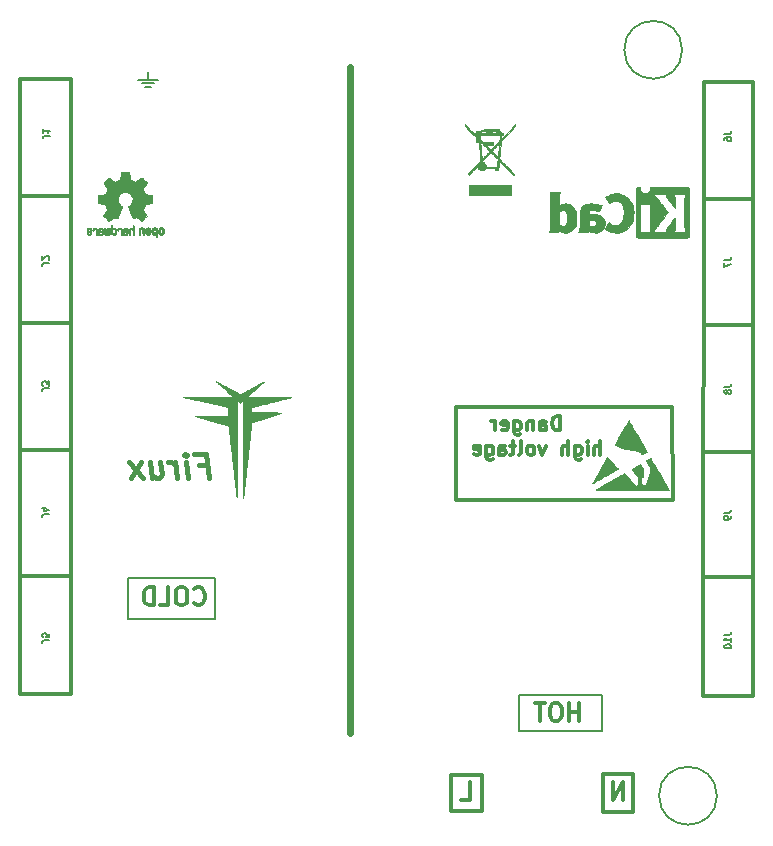
<source format=gbr>
G04 #@! TF.GenerationSoftware,KiCad,Pcbnew,(5.0.0)*
G04 #@! TF.CreationDate,2018-11-08T10:35:27-05:00*
G04 #@! TF.ProjectId,Tarjeta de potencia con moc,5461726A65746120646520706F74656E,rev?*
G04 #@! TF.SameCoordinates,Original*
G04 #@! TF.FileFunction,Legend,Bot*
G04 #@! TF.FilePolarity,Positive*
%FSLAX46Y46*%
G04 Gerber Fmt 4.6, Leading zero omitted, Abs format (unit mm)*
G04 Created by KiCad (PCBNEW (5.0.0)) date 11/08/18 10:35:27*
%MOMM*%
%LPD*%
G01*
G04 APERTURE LIST*
%ADD10C,0.300000*%
%ADD11C,0.425000*%
%ADD12C,0.150000*%
%ADD13C,0.200000*%
%ADD14C,0.600000*%
%ADD15C,0.375000*%
%ADD16C,0.010000*%
G04 APERTURE END LIST*
D10*
X110490000Y-71120000D02*
X106324400Y-71120000D01*
X110540800Y-60553600D02*
X106375200Y-60553600D01*
X110540800Y-49834800D02*
X106375200Y-49834800D01*
X110540800Y-39166800D02*
X106426000Y-39166800D01*
X110540800Y-81026000D02*
X110540800Y-81229200D01*
X110540800Y-29210000D02*
X110540800Y-81127600D01*
X106375200Y-29210000D02*
X110490000Y-29210000D01*
X106324400Y-81229200D02*
X106375200Y-29210000D01*
X110540800Y-81229200D02*
X106324400Y-81229200D01*
X48514000Y-71018400D02*
X52679600Y-71018400D01*
X48564800Y-60350400D02*
X52679600Y-60350400D01*
X48615600Y-49631600D02*
X52781200Y-49631600D01*
X48564800Y-38862000D02*
X52781200Y-38862000D01*
X48514000Y-81076800D02*
X48514000Y-29006800D01*
X52781200Y-81076800D02*
X48514000Y-81076800D01*
X52832000Y-29057600D02*
X52781200Y-81026000D01*
X48564800Y-29006800D02*
X52832000Y-29006800D01*
D11*
X63664583Y-61680742D02*
X64331250Y-61680742D01*
X64462202Y-62728361D02*
X64212202Y-60728361D01*
X63259821Y-60728361D01*
X62747916Y-62728361D02*
X62581250Y-61395028D01*
X62497916Y-60728361D02*
X62605059Y-60823600D01*
X62521726Y-60918838D01*
X62414583Y-60823600D01*
X62497916Y-60728361D01*
X62521726Y-60918838D01*
X61795536Y-62728361D02*
X61628869Y-61395028D01*
X61676488Y-61775980D02*
X61557440Y-61585504D01*
X61450297Y-61490266D01*
X61247916Y-61395028D01*
X61057440Y-61395028D01*
X59533631Y-61395028D02*
X59700297Y-62728361D01*
X60390774Y-61395028D02*
X60521726Y-62442647D01*
X60450297Y-62633123D01*
X60271726Y-62728361D01*
X59986012Y-62728361D01*
X59783631Y-62633123D01*
X59676488Y-62537885D01*
X58938393Y-62728361D02*
X57724107Y-61395028D01*
X58771726Y-61395028D02*
X57890774Y-62728361D01*
D10*
X85445600Y-64617600D02*
X85445600Y-56743600D01*
X103784400Y-64617600D02*
X85445600Y-64617600D01*
X103733600Y-56743600D02*
X103784400Y-64617600D01*
X85445600Y-56743600D02*
X103733600Y-56743600D01*
D12*
X108129428Y-76019085D02*
X108558000Y-76019085D01*
X108643714Y-75990514D01*
X108700857Y-75933371D01*
X108729428Y-75847657D01*
X108729428Y-75790514D01*
X108729428Y-76619085D02*
X108729428Y-76276228D01*
X108729428Y-76447657D02*
X108129428Y-76447657D01*
X108215142Y-76390514D01*
X108272285Y-76333371D01*
X108300857Y-76276228D01*
X108129428Y-76990514D02*
X108129428Y-77047657D01*
X108158000Y-77104800D01*
X108186571Y-77133371D01*
X108243714Y-77161942D01*
X108358000Y-77190514D01*
X108500857Y-77190514D01*
X108615142Y-77161942D01*
X108672285Y-77133371D01*
X108700857Y-77104800D01*
X108729428Y-77047657D01*
X108729428Y-76990514D01*
X108700857Y-76933371D01*
X108672285Y-76904800D01*
X108615142Y-76876228D01*
X108500857Y-76847657D01*
X108358000Y-76847657D01*
X108243714Y-76876228D01*
X108186571Y-76904800D01*
X108158000Y-76933371D01*
X108129428Y-76990514D01*
X108078628Y-65687600D02*
X108507200Y-65687600D01*
X108592914Y-65659028D01*
X108650057Y-65601885D01*
X108678628Y-65516171D01*
X108678628Y-65459028D01*
X108678628Y-66001885D02*
X108678628Y-66116171D01*
X108650057Y-66173314D01*
X108621485Y-66201885D01*
X108535771Y-66259028D01*
X108421485Y-66287600D01*
X108192914Y-66287600D01*
X108135771Y-66259028D01*
X108107200Y-66230457D01*
X108078628Y-66173314D01*
X108078628Y-66059028D01*
X108107200Y-66001885D01*
X108135771Y-65973314D01*
X108192914Y-65944742D01*
X108335771Y-65944742D01*
X108392914Y-65973314D01*
X108421485Y-66001885D01*
X108450057Y-66059028D01*
X108450057Y-66173314D01*
X108421485Y-66230457D01*
X108392914Y-66259028D01*
X108335771Y-66287600D01*
X108129428Y-55019600D02*
X108558000Y-55019600D01*
X108643714Y-54991028D01*
X108700857Y-54933885D01*
X108729428Y-54848171D01*
X108729428Y-54791028D01*
X108386571Y-55391028D02*
X108358000Y-55333885D01*
X108329428Y-55305314D01*
X108272285Y-55276742D01*
X108243714Y-55276742D01*
X108186571Y-55305314D01*
X108158000Y-55333885D01*
X108129428Y-55391028D01*
X108129428Y-55505314D01*
X108158000Y-55562457D01*
X108186571Y-55591028D01*
X108243714Y-55619600D01*
X108272285Y-55619600D01*
X108329428Y-55591028D01*
X108358000Y-55562457D01*
X108386571Y-55505314D01*
X108386571Y-55391028D01*
X108415142Y-55333885D01*
X108443714Y-55305314D01*
X108500857Y-55276742D01*
X108615142Y-55276742D01*
X108672285Y-55305314D01*
X108700857Y-55333885D01*
X108729428Y-55391028D01*
X108729428Y-55505314D01*
X108700857Y-55562457D01*
X108672285Y-55591028D01*
X108615142Y-55619600D01*
X108500857Y-55619600D01*
X108443714Y-55591028D01*
X108415142Y-55562457D01*
X108386571Y-55505314D01*
X108129428Y-44300800D02*
X108558000Y-44300800D01*
X108643714Y-44272228D01*
X108700857Y-44215085D01*
X108729428Y-44129371D01*
X108729428Y-44072228D01*
X108129428Y-44529371D02*
X108129428Y-44929371D01*
X108729428Y-44672228D01*
X108129428Y-33632800D02*
X108558000Y-33632800D01*
X108643714Y-33604228D01*
X108700857Y-33547085D01*
X108729428Y-33461371D01*
X108729428Y-33404228D01*
X108129428Y-34175657D02*
X108129428Y-34061371D01*
X108158000Y-34004228D01*
X108186571Y-33975657D01*
X108272285Y-33918514D01*
X108386571Y-33889942D01*
X108615142Y-33889942D01*
X108672285Y-33918514D01*
X108700857Y-33947085D01*
X108729428Y-34004228D01*
X108729428Y-34118514D01*
X108700857Y-34175657D01*
X108672285Y-34204228D01*
X108615142Y-34232800D01*
X108472285Y-34232800D01*
X108415142Y-34204228D01*
X108386571Y-34175657D01*
X108358000Y-34118514D01*
X108358000Y-34004228D01*
X108386571Y-33947085D01*
X108415142Y-33918514D01*
X108472285Y-33889942D01*
X50976171Y-76501600D02*
X50547600Y-76501600D01*
X50461885Y-76530171D01*
X50404742Y-76587314D01*
X50376171Y-76673028D01*
X50376171Y-76730171D01*
X50976171Y-75930171D02*
X50976171Y-76215885D01*
X50690457Y-76244457D01*
X50719028Y-76215885D01*
X50747600Y-76158742D01*
X50747600Y-76015885D01*
X50719028Y-75958742D01*
X50690457Y-75930171D01*
X50633314Y-75901600D01*
X50490457Y-75901600D01*
X50433314Y-75930171D01*
X50404742Y-75958742D01*
X50376171Y-76015885D01*
X50376171Y-76158742D01*
X50404742Y-76215885D01*
X50433314Y-76244457D01*
X50925371Y-65833600D02*
X50496800Y-65833600D01*
X50411085Y-65862171D01*
X50353942Y-65919314D01*
X50325371Y-66005028D01*
X50325371Y-66062171D01*
X50725371Y-65290742D02*
X50325371Y-65290742D01*
X50953942Y-65433600D02*
X50525371Y-65576457D01*
X50525371Y-65205028D01*
X50976171Y-55165600D02*
X50547600Y-55165600D01*
X50461885Y-55194171D01*
X50404742Y-55251314D01*
X50376171Y-55337028D01*
X50376171Y-55394171D01*
X50976171Y-54937028D02*
X50976171Y-54565600D01*
X50747600Y-54765600D01*
X50747600Y-54679885D01*
X50719028Y-54622742D01*
X50690457Y-54594171D01*
X50633314Y-54565600D01*
X50490457Y-54565600D01*
X50433314Y-54594171D01*
X50404742Y-54622742D01*
X50376171Y-54679885D01*
X50376171Y-54851314D01*
X50404742Y-54908457D01*
X50433314Y-54937028D01*
X50976171Y-44548400D02*
X50547600Y-44548400D01*
X50461885Y-44576971D01*
X50404742Y-44634114D01*
X50376171Y-44719828D01*
X50376171Y-44776971D01*
X50919028Y-44291257D02*
X50947600Y-44262685D01*
X50976171Y-44205542D01*
X50976171Y-44062685D01*
X50947600Y-44005542D01*
X50919028Y-43976971D01*
X50861885Y-43948400D01*
X50804742Y-43948400D01*
X50719028Y-43976971D01*
X50376171Y-44319828D01*
X50376171Y-43948400D01*
X51026971Y-33778800D02*
X50598400Y-33778800D01*
X50512685Y-33807371D01*
X50455542Y-33864514D01*
X50426971Y-33950228D01*
X50426971Y-34007371D01*
X50426971Y-33178800D02*
X50426971Y-33521657D01*
X50426971Y-33350228D02*
X51026971Y-33350228D01*
X50941257Y-33407371D01*
X50884114Y-33464514D01*
X50855542Y-33521657D01*
D13*
X104556945Y-26507055D02*
G75*
G03X104556945Y-26507055I-2448945J0D01*
G01*
X107503345Y-89662000D02*
G75*
G03X107503345Y-89662000I-2448945J0D01*
G01*
D10*
X87579200Y-90982800D02*
X87579200Y-87934800D01*
X84988400Y-90982800D02*
X87579200Y-90982800D01*
X84988400Y-87884000D02*
X84988400Y-90982800D01*
X87579200Y-87884000D02*
X84988400Y-87884000D01*
X97891600Y-90982800D02*
X97891600Y-87782400D01*
X100431600Y-91033600D02*
X97891600Y-91033600D01*
X100431600Y-87782400D02*
X100431600Y-91033600D01*
X97891600Y-87782400D02*
X100431600Y-87782400D01*
X94217885Y-58725657D02*
X94217885Y-57525657D01*
X93932171Y-57525657D01*
X93760742Y-57582800D01*
X93646457Y-57697085D01*
X93589314Y-57811371D01*
X93532171Y-58039942D01*
X93532171Y-58211371D01*
X93589314Y-58439942D01*
X93646457Y-58554228D01*
X93760742Y-58668514D01*
X93932171Y-58725657D01*
X94217885Y-58725657D01*
X92503600Y-58725657D02*
X92503600Y-58097085D01*
X92560742Y-57982800D01*
X92675028Y-57925657D01*
X92903600Y-57925657D01*
X93017885Y-57982800D01*
X92503600Y-58668514D02*
X92617885Y-58725657D01*
X92903600Y-58725657D01*
X93017885Y-58668514D01*
X93075028Y-58554228D01*
X93075028Y-58439942D01*
X93017885Y-58325657D01*
X92903600Y-58268514D01*
X92617885Y-58268514D01*
X92503600Y-58211371D01*
X91932171Y-57925657D02*
X91932171Y-58725657D01*
X91932171Y-58039942D02*
X91875028Y-57982800D01*
X91760742Y-57925657D01*
X91589314Y-57925657D01*
X91475028Y-57982800D01*
X91417885Y-58097085D01*
X91417885Y-58725657D01*
X90332171Y-57925657D02*
X90332171Y-58897085D01*
X90389314Y-59011371D01*
X90446457Y-59068514D01*
X90560742Y-59125657D01*
X90732171Y-59125657D01*
X90846457Y-59068514D01*
X90332171Y-58668514D02*
X90446457Y-58725657D01*
X90675028Y-58725657D01*
X90789314Y-58668514D01*
X90846457Y-58611371D01*
X90903600Y-58497085D01*
X90903600Y-58154228D01*
X90846457Y-58039942D01*
X90789314Y-57982800D01*
X90675028Y-57925657D01*
X90446457Y-57925657D01*
X90332171Y-57982800D01*
X89303600Y-58668514D02*
X89417885Y-58725657D01*
X89646457Y-58725657D01*
X89760742Y-58668514D01*
X89817885Y-58554228D01*
X89817885Y-58097085D01*
X89760742Y-57982800D01*
X89646457Y-57925657D01*
X89417885Y-57925657D01*
X89303600Y-57982800D01*
X89246457Y-58097085D01*
X89246457Y-58211371D01*
X89817885Y-58325657D01*
X88732171Y-58725657D02*
X88732171Y-57925657D01*
X88732171Y-58154228D02*
X88675028Y-58039942D01*
X88617885Y-57982800D01*
X88503600Y-57925657D01*
X88389314Y-57925657D01*
X97646457Y-60825657D02*
X97646457Y-59625657D01*
X97132171Y-60825657D02*
X97132171Y-60197085D01*
X97189314Y-60082800D01*
X97303600Y-60025657D01*
X97475028Y-60025657D01*
X97589314Y-60082800D01*
X97646457Y-60139942D01*
X96560742Y-60825657D02*
X96560742Y-60025657D01*
X96560742Y-59625657D02*
X96617885Y-59682800D01*
X96560742Y-59739942D01*
X96503600Y-59682800D01*
X96560742Y-59625657D01*
X96560742Y-59739942D01*
X95475028Y-60025657D02*
X95475028Y-60997085D01*
X95532171Y-61111371D01*
X95589314Y-61168514D01*
X95703600Y-61225657D01*
X95875028Y-61225657D01*
X95989314Y-61168514D01*
X95475028Y-60768514D02*
X95589314Y-60825657D01*
X95817885Y-60825657D01*
X95932171Y-60768514D01*
X95989314Y-60711371D01*
X96046457Y-60597085D01*
X96046457Y-60254228D01*
X95989314Y-60139942D01*
X95932171Y-60082800D01*
X95817885Y-60025657D01*
X95589314Y-60025657D01*
X95475028Y-60082800D01*
X94903600Y-60825657D02*
X94903600Y-59625657D01*
X94389314Y-60825657D02*
X94389314Y-60197085D01*
X94446457Y-60082800D01*
X94560742Y-60025657D01*
X94732171Y-60025657D01*
X94846457Y-60082800D01*
X94903600Y-60139942D01*
X93017885Y-60025657D02*
X92732171Y-60825657D01*
X92446457Y-60025657D01*
X91817885Y-60825657D02*
X91932171Y-60768514D01*
X91989314Y-60711371D01*
X92046457Y-60597085D01*
X92046457Y-60254228D01*
X91989314Y-60139942D01*
X91932171Y-60082800D01*
X91817885Y-60025657D01*
X91646457Y-60025657D01*
X91532171Y-60082800D01*
X91475028Y-60139942D01*
X91417885Y-60254228D01*
X91417885Y-60597085D01*
X91475028Y-60711371D01*
X91532171Y-60768514D01*
X91646457Y-60825657D01*
X91817885Y-60825657D01*
X90732171Y-60825657D02*
X90846457Y-60768514D01*
X90903600Y-60654228D01*
X90903600Y-59625657D01*
X90446457Y-60025657D02*
X89989314Y-60025657D01*
X90275028Y-59625657D02*
X90275028Y-60654228D01*
X90217885Y-60768514D01*
X90103600Y-60825657D01*
X89989314Y-60825657D01*
X89075028Y-60825657D02*
X89075028Y-60197085D01*
X89132171Y-60082800D01*
X89246457Y-60025657D01*
X89475028Y-60025657D01*
X89589314Y-60082800D01*
X89075028Y-60768514D02*
X89189314Y-60825657D01*
X89475028Y-60825657D01*
X89589314Y-60768514D01*
X89646457Y-60654228D01*
X89646457Y-60539942D01*
X89589314Y-60425657D01*
X89475028Y-60368514D01*
X89189314Y-60368514D01*
X89075028Y-60311371D01*
X87989314Y-60025657D02*
X87989314Y-60997085D01*
X88046457Y-61111371D01*
X88103600Y-61168514D01*
X88217885Y-61225657D01*
X88389314Y-61225657D01*
X88503600Y-61168514D01*
X87989314Y-60768514D02*
X88103600Y-60825657D01*
X88332171Y-60825657D01*
X88446457Y-60768514D01*
X88503600Y-60711371D01*
X88560742Y-60597085D01*
X88560742Y-60254228D01*
X88503600Y-60139942D01*
X88446457Y-60082800D01*
X88332171Y-60025657D01*
X88103600Y-60025657D01*
X87989314Y-60082800D01*
X86960742Y-60768514D02*
X87075028Y-60825657D01*
X87303600Y-60825657D01*
X87417885Y-60768514D01*
X87475028Y-60654228D01*
X87475028Y-60197085D01*
X87417885Y-60082800D01*
X87303600Y-60025657D01*
X87075028Y-60025657D01*
X86960742Y-60082800D01*
X86903600Y-60197085D01*
X86903600Y-60311371D01*
X87475028Y-60425657D01*
D14*
X76403200Y-27940000D02*
X76454000Y-84328000D01*
D13*
X58318400Y-71221600D02*
X57607200Y-71221600D01*
X58369200Y-71221600D02*
X58318400Y-71221600D01*
X57607200Y-74726800D02*
X57607200Y-71221600D01*
X65024000Y-74726800D02*
X57607200Y-74726800D01*
X65024000Y-71221600D02*
X65024000Y-74726800D01*
X58318400Y-71221600D02*
X65024000Y-71221600D01*
X97739200Y-81127600D02*
X90779600Y-81127600D01*
X97739200Y-84175600D02*
X97739200Y-81127600D01*
X90779600Y-84175600D02*
X97739200Y-84175600D01*
X90779600Y-81127600D02*
X90779600Y-84175600D01*
D10*
X85844914Y-90035771D02*
X86559200Y-90035771D01*
X86559200Y-88535771D01*
X99590171Y-90035771D02*
X99590171Y-88535771D01*
X98733028Y-90035771D01*
X98733028Y-88535771D01*
D15*
X63248171Y-73382914D02*
X63319600Y-73454342D01*
X63533885Y-73525771D01*
X63676742Y-73525771D01*
X63891028Y-73454342D01*
X64033885Y-73311485D01*
X64105314Y-73168628D01*
X64176742Y-72882914D01*
X64176742Y-72668628D01*
X64105314Y-72382914D01*
X64033885Y-72240057D01*
X63891028Y-72097200D01*
X63676742Y-72025771D01*
X63533885Y-72025771D01*
X63319600Y-72097200D01*
X63248171Y-72168628D01*
X62319600Y-72025771D02*
X62033885Y-72025771D01*
X61891028Y-72097200D01*
X61748171Y-72240057D01*
X61676742Y-72525771D01*
X61676742Y-73025771D01*
X61748171Y-73311485D01*
X61891028Y-73454342D01*
X62033885Y-73525771D01*
X62319600Y-73525771D01*
X62462457Y-73454342D01*
X62605314Y-73311485D01*
X62676742Y-73025771D01*
X62676742Y-72525771D01*
X62605314Y-72240057D01*
X62462457Y-72097200D01*
X62319600Y-72025771D01*
X60319600Y-73525771D02*
X61033885Y-73525771D01*
X61033885Y-72025771D01*
X59819600Y-73525771D02*
X59819600Y-72025771D01*
X59462457Y-72025771D01*
X59248171Y-72097200D01*
X59105314Y-72240057D01*
X59033885Y-72382914D01*
X58962457Y-72668628D01*
X58962457Y-72882914D01*
X59033885Y-73168628D01*
X59105314Y-73311485D01*
X59248171Y-73454342D01*
X59462457Y-73525771D01*
X59819600Y-73525771D01*
X95867314Y-83330171D02*
X95867314Y-81830171D01*
X95867314Y-82544457D02*
X95010171Y-82544457D01*
X95010171Y-83330171D02*
X95010171Y-81830171D01*
X94010171Y-81830171D02*
X93724457Y-81830171D01*
X93581600Y-81901600D01*
X93438742Y-82044457D01*
X93367314Y-82330171D01*
X93367314Y-82830171D01*
X93438742Y-83115885D01*
X93581600Y-83258742D01*
X93724457Y-83330171D01*
X94010171Y-83330171D01*
X94153028Y-83258742D01*
X94295885Y-83115885D01*
X94367314Y-82830171D01*
X94367314Y-82330171D01*
X94295885Y-82044457D01*
X94153028Y-81901600D01*
X94010171Y-81830171D01*
X92938742Y-81830171D02*
X92081600Y-81830171D01*
X92510171Y-83330171D02*
X92510171Y-81830171D01*
D16*
G04 #@! TO.C,*
G36*
X59804256Y-41543918D02*
X59748799Y-41571568D01*
X59699852Y-41622480D01*
X59686371Y-41641338D01*
X59671686Y-41666015D01*
X59662158Y-41692816D01*
X59656707Y-41728587D01*
X59654253Y-41780169D01*
X59653714Y-41848267D01*
X59656148Y-41941588D01*
X59664606Y-42011657D01*
X59680826Y-42063931D01*
X59706546Y-42103869D01*
X59743503Y-42136929D01*
X59746218Y-42138886D01*
X59782640Y-42158908D01*
X59826498Y-42168815D01*
X59882276Y-42171257D01*
X59972952Y-42171257D01*
X59972990Y-42259283D01*
X59973834Y-42308308D01*
X59978976Y-42337065D01*
X59992413Y-42354311D01*
X60018142Y-42368808D01*
X60024321Y-42371769D01*
X60053236Y-42385648D01*
X60075624Y-42394414D01*
X60092271Y-42395171D01*
X60103964Y-42385023D01*
X60111490Y-42361073D01*
X60115634Y-42320426D01*
X60117185Y-42260186D01*
X60116929Y-42177455D01*
X60115651Y-42069339D01*
X60115252Y-42037000D01*
X60113815Y-41925524D01*
X60112528Y-41852603D01*
X59973029Y-41852603D01*
X59972245Y-41914499D01*
X59968760Y-41954997D01*
X59960876Y-41981708D01*
X59946895Y-42002244D01*
X59937403Y-42012260D01*
X59898596Y-42041567D01*
X59864237Y-42043952D01*
X59828784Y-42019750D01*
X59827886Y-42018857D01*
X59813461Y-42000153D01*
X59804687Y-41974732D01*
X59800261Y-41935584D01*
X59798882Y-41875697D01*
X59798857Y-41862430D01*
X59802188Y-41779901D01*
X59813031Y-41722691D01*
X59832660Y-41687766D01*
X59862350Y-41672094D01*
X59879509Y-41670514D01*
X59920234Y-41677926D01*
X59948168Y-41702330D01*
X59964983Y-41746980D01*
X59972350Y-41815130D01*
X59973029Y-41852603D01*
X60112528Y-41852603D01*
X60112292Y-41839245D01*
X60110323Y-41774333D01*
X60107550Y-41726958D01*
X60103612Y-41693290D01*
X60098151Y-41669498D01*
X60090808Y-41651753D01*
X60081223Y-41636224D01*
X60077113Y-41630381D01*
X60022595Y-41575185D01*
X59953664Y-41543890D01*
X59873928Y-41535165D01*
X59804256Y-41543918D01*
X59804256Y-41543918D01*
G37*
X59804256Y-41543918D02*
X59748799Y-41571568D01*
X59699852Y-41622480D01*
X59686371Y-41641338D01*
X59671686Y-41666015D01*
X59662158Y-41692816D01*
X59656707Y-41728587D01*
X59654253Y-41780169D01*
X59653714Y-41848267D01*
X59656148Y-41941588D01*
X59664606Y-42011657D01*
X59680826Y-42063931D01*
X59706546Y-42103869D01*
X59743503Y-42136929D01*
X59746218Y-42138886D01*
X59782640Y-42158908D01*
X59826498Y-42168815D01*
X59882276Y-42171257D01*
X59972952Y-42171257D01*
X59972990Y-42259283D01*
X59973834Y-42308308D01*
X59978976Y-42337065D01*
X59992413Y-42354311D01*
X60018142Y-42368808D01*
X60024321Y-42371769D01*
X60053236Y-42385648D01*
X60075624Y-42394414D01*
X60092271Y-42395171D01*
X60103964Y-42385023D01*
X60111490Y-42361073D01*
X60115634Y-42320426D01*
X60117185Y-42260186D01*
X60116929Y-42177455D01*
X60115651Y-42069339D01*
X60115252Y-42037000D01*
X60113815Y-41925524D01*
X60112528Y-41852603D01*
X59973029Y-41852603D01*
X59972245Y-41914499D01*
X59968760Y-41954997D01*
X59960876Y-41981708D01*
X59946895Y-42002244D01*
X59937403Y-42012260D01*
X59898596Y-42041567D01*
X59864237Y-42043952D01*
X59828784Y-42019750D01*
X59827886Y-42018857D01*
X59813461Y-42000153D01*
X59804687Y-41974732D01*
X59800261Y-41935584D01*
X59798882Y-41875697D01*
X59798857Y-41862430D01*
X59802188Y-41779901D01*
X59813031Y-41722691D01*
X59832660Y-41687766D01*
X59862350Y-41672094D01*
X59879509Y-41670514D01*
X59920234Y-41677926D01*
X59948168Y-41702330D01*
X59964983Y-41746980D01*
X59972350Y-41815130D01*
X59973029Y-41852603D01*
X60112528Y-41852603D01*
X60112292Y-41839245D01*
X60110323Y-41774333D01*
X60107550Y-41726958D01*
X60103612Y-41693290D01*
X60098151Y-41669498D01*
X60090808Y-41651753D01*
X60081223Y-41636224D01*
X60077113Y-41630381D01*
X60022595Y-41575185D01*
X59953664Y-41543890D01*
X59873928Y-41535165D01*
X59804256Y-41543918D01*
G36*
X58687907Y-41551780D02*
X58641328Y-41578723D01*
X58608943Y-41605466D01*
X58585258Y-41633484D01*
X58568941Y-41667748D01*
X58558661Y-41713227D01*
X58553086Y-41774892D01*
X58550884Y-41857711D01*
X58550629Y-41917246D01*
X58550629Y-42136391D01*
X58612314Y-42164044D01*
X58674000Y-42191697D01*
X58681257Y-41951670D01*
X58684256Y-41862028D01*
X58687402Y-41796962D01*
X58691299Y-41752026D01*
X58696553Y-41722770D01*
X58703769Y-41704748D01*
X58713550Y-41693511D01*
X58716688Y-41691079D01*
X58764239Y-41672083D01*
X58812303Y-41679600D01*
X58840914Y-41699543D01*
X58852553Y-41713675D01*
X58860609Y-41732220D01*
X58865729Y-41760334D01*
X58868559Y-41803173D01*
X58869744Y-41865895D01*
X58869943Y-41931261D01*
X58869982Y-42013268D01*
X58871386Y-42071316D01*
X58876086Y-42110465D01*
X58886013Y-42135780D01*
X58903097Y-42152323D01*
X58929268Y-42165156D01*
X58964225Y-42178491D01*
X59002404Y-42193007D01*
X58997859Y-41935389D01*
X58996029Y-41842519D01*
X58993888Y-41773889D01*
X58990819Y-41724711D01*
X58986206Y-41690198D01*
X58979432Y-41665562D01*
X58969881Y-41646016D01*
X58958366Y-41628770D01*
X58902810Y-41573680D01*
X58835020Y-41541822D01*
X58761287Y-41534191D01*
X58687907Y-41551780D01*
X58687907Y-41551780D01*
G37*
X58687907Y-41551780D02*
X58641328Y-41578723D01*
X58608943Y-41605466D01*
X58585258Y-41633484D01*
X58568941Y-41667748D01*
X58558661Y-41713227D01*
X58553086Y-41774892D01*
X58550884Y-41857711D01*
X58550629Y-41917246D01*
X58550629Y-42136391D01*
X58612314Y-42164044D01*
X58674000Y-42191697D01*
X58681257Y-41951670D01*
X58684256Y-41862028D01*
X58687402Y-41796962D01*
X58691299Y-41752026D01*
X58696553Y-41722770D01*
X58703769Y-41704748D01*
X58713550Y-41693511D01*
X58716688Y-41691079D01*
X58764239Y-41672083D01*
X58812303Y-41679600D01*
X58840914Y-41699543D01*
X58852553Y-41713675D01*
X58860609Y-41732220D01*
X58865729Y-41760334D01*
X58868559Y-41803173D01*
X58869744Y-41865895D01*
X58869943Y-41931261D01*
X58869982Y-42013268D01*
X58871386Y-42071316D01*
X58876086Y-42110465D01*
X58886013Y-42135780D01*
X58903097Y-42152323D01*
X58929268Y-42165156D01*
X58964225Y-42178491D01*
X59002404Y-42193007D01*
X58997859Y-41935389D01*
X58996029Y-41842519D01*
X58993888Y-41773889D01*
X58990819Y-41724711D01*
X58986206Y-41690198D01*
X58979432Y-41665562D01*
X58969881Y-41646016D01*
X58958366Y-41628770D01*
X58902810Y-41573680D01*
X58835020Y-41541822D01*
X58761287Y-41534191D01*
X58687907Y-41551780D01*
G36*
X60362885Y-41545962D02*
X60294855Y-41581733D01*
X60244649Y-41639301D01*
X60226815Y-41676312D01*
X60212937Y-41731882D01*
X60205833Y-41802096D01*
X60205160Y-41878727D01*
X60210573Y-41953552D01*
X60221730Y-42018342D01*
X60238286Y-42064873D01*
X60243374Y-42072887D01*
X60303645Y-42132707D01*
X60375231Y-42168535D01*
X60452908Y-42179020D01*
X60531452Y-42162810D01*
X60553311Y-42153092D01*
X60595878Y-42123143D01*
X60633237Y-42083433D01*
X60636768Y-42078397D01*
X60651119Y-42054124D01*
X60660606Y-42028178D01*
X60666210Y-41994022D01*
X60668914Y-41945119D01*
X60669701Y-41874935D01*
X60669714Y-41859200D01*
X60669678Y-41854192D01*
X60524571Y-41854192D01*
X60523727Y-41920430D01*
X60520404Y-41964386D01*
X60513417Y-41992779D01*
X60501584Y-42012325D01*
X60495543Y-42018857D01*
X60460814Y-42043680D01*
X60427097Y-42042548D01*
X60393005Y-42021016D01*
X60372671Y-41998029D01*
X60360629Y-41964478D01*
X60353866Y-41911569D01*
X60353402Y-41905399D01*
X60352248Y-41809513D01*
X60364312Y-41738299D01*
X60389430Y-41692194D01*
X60427440Y-41671635D01*
X60441008Y-41670514D01*
X60476636Y-41676152D01*
X60501006Y-41695686D01*
X60515907Y-41733042D01*
X60523125Y-41792150D01*
X60524571Y-41854192D01*
X60669678Y-41854192D01*
X60669174Y-41784413D01*
X60666904Y-41732159D01*
X60661932Y-41695949D01*
X60653287Y-41669299D01*
X60639995Y-41645722D01*
X60637057Y-41641338D01*
X60587687Y-41582249D01*
X60533891Y-41547947D01*
X60468398Y-41534331D01*
X60446158Y-41533665D01*
X60362885Y-41545962D01*
X60362885Y-41545962D01*
G37*
X60362885Y-41545962D02*
X60294855Y-41581733D01*
X60244649Y-41639301D01*
X60226815Y-41676312D01*
X60212937Y-41731882D01*
X60205833Y-41802096D01*
X60205160Y-41878727D01*
X60210573Y-41953552D01*
X60221730Y-42018342D01*
X60238286Y-42064873D01*
X60243374Y-42072887D01*
X60303645Y-42132707D01*
X60375231Y-42168535D01*
X60452908Y-42179020D01*
X60531452Y-42162810D01*
X60553311Y-42153092D01*
X60595878Y-42123143D01*
X60633237Y-42083433D01*
X60636768Y-42078397D01*
X60651119Y-42054124D01*
X60660606Y-42028178D01*
X60666210Y-41994022D01*
X60668914Y-41945119D01*
X60669701Y-41874935D01*
X60669714Y-41859200D01*
X60669678Y-41854192D01*
X60524571Y-41854192D01*
X60523727Y-41920430D01*
X60520404Y-41964386D01*
X60513417Y-41992779D01*
X60501584Y-42012325D01*
X60495543Y-42018857D01*
X60460814Y-42043680D01*
X60427097Y-42042548D01*
X60393005Y-42021016D01*
X60372671Y-41998029D01*
X60360629Y-41964478D01*
X60353866Y-41911569D01*
X60353402Y-41905399D01*
X60352248Y-41809513D01*
X60364312Y-41738299D01*
X60389430Y-41692194D01*
X60427440Y-41671635D01*
X60441008Y-41670514D01*
X60476636Y-41676152D01*
X60501006Y-41695686D01*
X60515907Y-41733042D01*
X60523125Y-41792150D01*
X60524571Y-41854192D01*
X60669678Y-41854192D01*
X60669174Y-41784413D01*
X60666904Y-41732159D01*
X60661932Y-41695949D01*
X60653287Y-41669299D01*
X60639995Y-41645722D01*
X60637057Y-41641338D01*
X60587687Y-41582249D01*
X60533891Y-41547947D01*
X60468398Y-41534331D01*
X60446158Y-41533665D01*
X60362885Y-41545962D01*
G36*
X59235697Y-41555239D02*
X59178473Y-41593735D01*
X59134251Y-41649335D01*
X59107833Y-41720086D01*
X59102490Y-41772162D01*
X59103097Y-41793893D01*
X59108178Y-41810531D01*
X59122145Y-41825437D01*
X59149411Y-41841973D01*
X59194388Y-41863498D01*
X59261489Y-41893374D01*
X59261829Y-41893524D01*
X59323593Y-41921813D01*
X59374241Y-41946933D01*
X59408596Y-41966179D01*
X59421482Y-41976848D01*
X59421486Y-41976934D01*
X59410128Y-42000166D01*
X59383569Y-42025774D01*
X59353077Y-42044221D01*
X59337630Y-42047886D01*
X59295485Y-42035212D01*
X59259192Y-42003471D01*
X59241483Y-41968572D01*
X59224448Y-41942845D01*
X59191078Y-41913546D01*
X59151851Y-41888235D01*
X59117244Y-41874471D01*
X59110007Y-41873714D01*
X59101861Y-41886160D01*
X59101370Y-41917972D01*
X59107357Y-41960866D01*
X59118643Y-42006558D01*
X59134050Y-42046761D01*
X59134829Y-42048322D01*
X59181196Y-42113062D01*
X59241289Y-42157097D01*
X59309535Y-42178711D01*
X59380362Y-42176185D01*
X59448196Y-42147804D01*
X59451212Y-42145808D01*
X59504573Y-42097448D01*
X59539660Y-42034352D01*
X59559078Y-41951387D01*
X59561684Y-41928078D01*
X59566299Y-41818055D01*
X59560767Y-41766748D01*
X59421486Y-41766748D01*
X59419676Y-41798753D01*
X59409778Y-41808093D01*
X59385102Y-41801105D01*
X59346205Y-41784587D01*
X59302725Y-41763881D01*
X59301644Y-41763333D01*
X59264791Y-41743949D01*
X59250000Y-41731013D01*
X59253647Y-41717451D01*
X59269005Y-41699632D01*
X59308077Y-41673845D01*
X59350154Y-41671950D01*
X59387897Y-41690717D01*
X59413966Y-41726915D01*
X59421486Y-41766748D01*
X59560767Y-41766748D01*
X59556806Y-41730027D01*
X59532450Y-41660212D01*
X59498544Y-41611302D01*
X59437347Y-41561878D01*
X59369937Y-41537359D01*
X59301120Y-41535797D01*
X59235697Y-41555239D01*
X59235697Y-41555239D01*
G37*
X59235697Y-41555239D02*
X59178473Y-41593735D01*
X59134251Y-41649335D01*
X59107833Y-41720086D01*
X59102490Y-41772162D01*
X59103097Y-41793893D01*
X59108178Y-41810531D01*
X59122145Y-41825437D01*
X59149411Y-41841973D01*
X59194388Y-41863498D01*
X59261489Y-41893374D01*
X59261829Y-41893524D01*
X59323593Y-41921813D01*
X59374241Y-41946933D01*
X59408596Y-41966179D01*
X59421482Y-41976848D01*
X59421486Y-41976934D01*
X59410128Y-42000166D01*
X59383569Y-42025774D01*
X59353077Y-42044221D01*
X59337630Y-42047886D01*
X59295485Y-42035212D01*
X59259192Y-42003471D01*
X59241483Y-41968572D01*
X59224448Y-41942845D01*
X59191078Y-41913546D01*
X59151851Y-41888235D01*
X59117244Y-41874471D01*
X59110007Y-41873714D01*
X59101861Y-41886160D01*
X59101370Y-41917972D01*
X59107357Y-41960866D01*
X59118643Y-42006558D01*
X59134050Y-42046761D01*
X59134829Y-42048322D01*
X59181196Y-42113062D01*
X59241289Y-42157097D01*
X59309535Y-42178711D01*
X59380362Y-42176185D01*
X59448196Y-42147804D01*
X59451212Y-42145808D01*
X59504573Y-42097448D01*
X59539660Y-42034352D01*
X59559078Y-41951387D01*
X59561684Y-41928078D01*
X59566299Y-41818055D01*
X59560767Y-41766748D01*
X59421486Y-41766748D01*
X59419676Y-41798753D01*
X59409778Y-41808093D01*
X59385102Y-41801105D01*
X59346205Y-41784587D01*
X59302725Y-41763881D01*
X59301644Y-41763333D01*
X59264791Y-41743949D01*
X59250000Y-41731013D01*
X59253647Y-41717451D01*
X59269005Y-41699632D01*
X59308077Y-41673845D01*
X59350154Y-41671950D01*
X59387897Y-41690717D01*
X59413966Y-41726915D01*
X59421486Y-41766748D01*
X59560767Y-41766748D01*
X59556806Y-41730027D01*
X59532450Y-41660212D01*
X59498544Y-41611302D01*
X59437347Y-41561878D01*
X59369937Y-41537359D01*
X59301120Y-41535797D01*
X59235697Y-41555239D01*
G36*
X58028114Y-41475289D02*
X58023861Y-41534613D01*
X58018975Y-41569572D01*
X58012205Y-41584820D01*
X58002298Y-41585015D01*
X57999086Y-41583195D01*
X57956356Y-41570015D01*
X57900773Y-41570785D01*
X57844263Y-41584333D01*
X57808918Y-41601861D01*
X57772679Y-41629861D01*
X57746187Y-41661549D01*
X57728001Y-41701813D01*
X57716678Y-41755543D01*
X57710778Y-41827626D01*
X57708857Y-41922951D01*
X57708823Y-41941237D01*
X57708800Y-42146646D01*
X57754509Y-42162580D01*
X57786973Y-42173420D01*
X57804785Y-42178468D01*
X57805309Y-42178514D01*
X57807063Y-42164828D01*
X57808556Y-42127076D01*
X57809674Y-42070224D01*
X57810303Y-41999234D01*
X57810400Y-41956073D01*
X57810602Y-41870973D01*
X57811642Y-41809981D01*
X57814169Y-41768177D01*
X57818836Y-41740642D01*
X57826293Y-41722456D01*
X57837189Y-41708698D01*
X57843993Y-41702073D01*
X57890728Y-41675375D01*
X57941728Y-41673375D01*
X57987999Y-41695955D01*
X57996556Y-41704107D01*
X58009107Y-41719436D01*
X58017812Y-41737618D01*
X58023369Y-41763909D01*
X58026474Y-41803562D01*
X58027824Y-41861832D01*
X58028114Y-41942173D01*
X58028114Y-42146646D01*
X58073823Y-42162580D01*
X58106287Y-42173420D01*
X58124099Y-42178468D01*
X58124623Y-42178514D01*
X58125963Y-42164623D01*
X58127172Y-42125439D01*
X58128199Y-42064700D01*
X58128998Y-41986141D01*
X58129519Y-41893498D01*
X58129714Y-41790509D01*
X58129714Y-41393342D01*
X58082543Y-41373444D01*
X58035371Y-41353547D01*
X58028114Y-41475289D01*
X58028114Y-41475289D01*
G37*
X58028114Y-41475289D02*
X58023861Y-41534613D01*
X58018975Y-41569572D01*
X58012205Y-41584820D01*
X58002298Y-41585015D01*
X57999086Y-41583195D01*
X57956356Y-41570015D01*
X57900773Y-41570785D01*
X57844263Y-41584333D01*
X57808918Y-41601861D01*
X57772679Y-41629861D01*
X57746187Y-41661549D01*
X57728001Y-41701813D01*
X57716678Y-41755543D01*
X57710778Y-41827626D01*
X57708857Y-41922951D01*
X57708823Y-41941237D01*
X57708800Y-42146646D01*
X57754509Y-42162580D01*
X57786973Y-42173420D01*
X57804785Y-42178468D01*
X57805309Y-42178514D01*
X57807063Y-42164828D01*
X57808556Y-42127076D01*
X57809674Y-42070224D01*
X57810303Y-41999234D01*
X57810400Y-41956073D01*
X57810602Y-41870973D01*
X57811642Y-41809981D01*
X57814169Y-41768177D01*
X57818836Y-41740642D01*
X57826293Y-41722456D01*
X57837189Y-41708698D01*
X57843993Y-41702073D01*
X57890728Y-41675375D01*
X57941728Y-41673375D01*
X57987999Y-41695955D01*
X57996556Y-41704107D01*
X58009107Y-41719436D01*
X58017812Y-41737618D01*
X58023369Y-41763909D01*
X58026474Y-41803562D01*
X58027824Y-41861832D01*
X58028114Y-41942173D01*
X58028114Y-42146646D01*
X58073823Y-42162580D01*
X58106287Y-42173420D01*
X58124099Y-42178468D01*
X58124623Y-42178514D01*
X58125963Y-42164623D01*
X58127172Y-42125439D01*
X58128199Y-42064700D01*
X58128998Y-41986141D01*
X58129519Y-41893498D01*
X58129714Y-41790509D01*
X58129714Y-41393342D01*
X58082543Y-41373444D01*
X58035371Y-41353547D01*
X58028114Y-41475289D01*
G36*
X57364256Y-41574968D02*
X57307384Y-41596087D01*
X57306733Y-41596493D01*
X57271560Y-41622380D01*
X57245593Y-41652633D01*
X57227330Y-41692058D01*
X57215268Y-41745462D01*
X57207904Y-41817651D01*
X57203736Y-41913432D01*
X57203371Y-41927078D01*
X57198124Y-42132842D01*
X57242284Y-42155678D01*
X57274237Y-42171110D01*
X57293530Y-42178423D01*
X57294422Y-42178514D01*
X57297761Y-42165022D01*
X57300413Y-42128626D01*
X57302044Y-42075452D01*
X57302400Y-42032393D01*
X57302408Y-41962641D01*
X57305597Y-41918837D01*
X57316712Y-41897944D01*
X57340499Y-41896925D01*
X57381704Y-41912741D01*
X57443914Y-41941815D01*
X57489659Y-41965963D01*
X57513187Y-41986913D01*
X57520104Y-42009747D01*
X57520114Y-42010877D01*
X57508701Y-42050212D01*
X57474908Y-42071462D01*
X57423191Y-42074539D01*
X57385939Y-42074006D01*
X57366297Y-42084735D01*
X57354048Y-42110505D01*
X57346998Y-42143337D01*
X57357158Y-42161966D01*
X57360983Y-42164632D01*
X57396999Y-42175340D01*
X57447434Y-42176856D01*
X57499374Y-42169759D01*
X57536178Y-42156788D01*
X57587062Y-42113585D01*
X57615986Y-42053446D01*
X57621714Y-42006462D01*
X57617343Y-41964082D01*
X57601525Y-41929488D01*
X57570203Y-41898763D01*
X57519322Y-41867990D01*
X57444824Y-41833252D01*
X57440286Y-41831288D01*
X57373179Y-41800287D01*
X57331768Y-41774862D01*
X57314019Y-41752014D01*
X57317893Y-41728745D01*
X57341357Y-41702056D01*
X57348373Y-41695914D01*
X57395370Y-41672100D01*
X57444067Y-41673103D01*
X57486478Y-41696451D01*
X57514616Y-41739675D01*
X57517231Y-41748160D01*
X57542692Y-41789308D01*
X57574999Y-41809128D01*
X57621714Y-41828770D01*
X57621714Y-41777950D01*
X57607504Y-41704082D01*
X57565325Y-41636327D01*
X57543376Y-41613661D01*
X57493483Y-41584569D01*
X57430033Y-41571400D01*
X57364256Y-41574968D01*
X57364256Y-41574968D01*
G37*
X57364256Y-41574968D02*
X57307384Y-41596087D01*
X57306733Y-41596493D01*
X57271560Y-41622380D01*
X57245593Y-41652633D01*
X57227330Y-41692058D01*
X57215268Y-41745462D01*
X57207904Y-41817651D01*
X57203736Y-41913432D01*
X57203371Y-41927078D01*
X57198124Y-42132842D01*
X57242284Y-42155678D01*
X57274237Y-42171110D01*
X57293530Y-42178423D01*
X57294422Y-42178514D01*
X57297761Y-42165022D01*
X57300413Y-42128626D01*
X57302044Y-42075452D01*
X57302400Y-42032393D01*
X57302408Y-41962641D01*
X57305597Y-41918837D01*
X57316712Y-41897944D01*
X57340499Y-41896925D01*
X57381704Y-41912741D01*
X57443914Y-41941815D01*
X57489659Y-41965963D01*
X57513187Y-41986913D01*
X57520104Y-42009747D01*
X57520114Y-42010877D01*
X57508701Y-42050212D01*
X57474908Y-42071462D01*
X57423191Y-42074539D01*
X57385939Y-42074006D01*
X57366297Y-42084735D01*
X57354048Y-42110505D01*
X57346998Y-42143337D01*
X57357158Y-42161966D01*
X57360983Y-42164632D01*
X57396999Y-42175340D01*
X57447434Y-42176856D01*
X57499374Y-42169759D01*
X57536178Y-42156788D01*
X57587062Y-42113585D01*
X57615986Y-42053446D01*
X57621714Y-42006462D01*
X57617343Y-41964082D01*
X57601525Y-41929488D01*
X57570203Y-41898763D01*
X57519322Y-41867990D01*
X57444824Y-41833252D01*
X57440286Y-41831288D01*
X57373179Y-41800287D01*
X57331768Y-41774862D01*
X57314019Y-41752014D01*
X57317893Y-41728745D01*
X57341357Y-41702056D01*
X57348373Y-41695914D01*
X57395370Y-41672100D01*
X57444067Y-41673103D01*
X57486478Y-41696451D01*
X57514616Y-41739675D01*
X57517231Y-41748160D01*
X57542692Y-41789308D01*
X57574999Y-41809128D01*
X57621714Y-41828770D01*
X57621714Y-41777950D01*
X57607504Y-41704082D01*
X57565325Y-41636327D01*
X57543376Y-41613661D01*
X57493483Y-41584569D01*
X57430033Y-41571400D01*
X57364256Y-41574968D01*
G36*
X56874074Y-41573755D02*
X56808142Y-41598084D01*
X56754727Y-41641117D01*
X56733836Y-41671409D01*
X56711061Y-41726994D01*
X56711534Y-41767186D01*
X56735438Y-41794217D01*
X56744283Y-41798813D01*
X56782470Y-41813144D01*
X56801972Y-41809472D01*
X56808578Y-41785407D01*
X56808914Y-41772114D01*
X56821008Y-41723210D01*
X56852529Y-41688999D01*
X56896341Y-41672476D01*
X56945305Y-41676634D01*
X56985106Y-41698227D01*
X56998550Y-41710544D01*
X57008079Y-41725487D01*
X57014515Y-41748075D01*
X57018683Y-41783328D01*
X57021403Y-41836266D01*
X57023498Y-41911907D01*
X57024040Y-41935857D01*
X57026019Y-42017790D01*
X57028269Y-42075455D01*
X57031643Y-42113608D01*
X57036994Y-42137004D01*
X57045176Y-42150398D01*
X57057041Y-42158545D01*
X57064638Y-42162144D01*
X57096898Y-42174452D01*
X57115889Y-42178514D01*
X57122164Y-42164948D01*
X57125994Y-42123934D01*
X57127400Y-42054999D01*
X57126402Y-41957669D01*
X57126092Y-41942657D01*
X57123899Y-41853859D01*
X57121307Y-41789019D01*
X57117618Y-41743067D01*
X57112136Y-41710935D01*
X57104165Y-41687553D01*
X57093007Y-41667852D01*
X57087170Y-41659410D01*
X57053704Y-41622057D01*
X57016273Y-41593003D01*
X57011691Y-41590467D01*
X56944574Y-41570443D01*
X56874074Y-41573755D01*
X56874074Y-41573755D01*
G37*
X56874074Y-41573755D02*
X56808142Y-41598084D01*
X56754727Y-41641117D01*
X56733836Y-41671409D01*
X56711061Y-41726994D01*
X56711534Y-41767186D01*
X56735438Y-41794217D01*
X56744283Y-41798813D01*
X56782470Y-41813144D01*
X56801972Y-41809472D01*
X56808578Y-41785407D01*
X56808914Y-41772114D01*
X56821008Y-41723210D01*
X56852529Y-41688999D01*
X56896341Y-41672476D01*
X56945305Y-41676634D01*
X56985106Y-41698227D01*
X56998550Y-41710544D01*
X57008079Y-41725487D01*
X57014515Y-41748075D01*
X57018683Y-41783328D01*
X57021403Y-41836266D01*
X57023498Y-41911907D01*
X57024040Y-41935857D01*
X57026019Y-42017790D01*
X57028269Y-42075455D01*
X57031643Y-42113608D01*
X57036994Y-42137004D01*
X57045176Y-42150398D01*
X57057041Y-42158545D01*
X57064638Y-42162144D01*
X57096898Y-42174452D01*
X57115889Y-42178514D01*
X57122164Y-42164948D01*
X57125994Y-42123934D01*
X57127400Y-42054999D01*
X57126402Y-41957669D01*
X57126092Y-41942657D01*
X57123899Y-41853859D01*
X57121307Y-41789019D01*
X57117618Y-41743067D01*
X57112136Y-41710935D01*
X57104165Y-41687553D01*
X57093007Y-41667852D01*
X57087170Y-41659410D01*
X57053704Y-41622057D01*
X57016273Y-41593003D01*
X57011691Y-41590467D01*
X56944574Y-41570443D01*
X56874074Y-41573755D01*
G36*
X56213883Y-41689358D02*
X56214067Y-41797837D01*
X56214781Y-41881287D01*
X56216325Y-41943704D01*
X56218999Y-41989085D01*
X56223106Y-42021429D01*
X56228945Y-42044733D01*
X56236818Y-42062995D01*
X56242779Y-42073418D01*
X56292145Y-42129945D01*
X56354736Y-42165377D01*
X56423987Y-42178090D01*
X56493332Y-42166463D01*
X56534625Y-42145568D01*
X56577975Y-42109422D01*
X56607519Y-42065276D01*
X56625345Y-42007462D01*
X56633537Y-41930313D01*
X56634698Y-41873714D01*
X56634542Y-41869647D01*
X56533143Y-41869647D01*
X56532524Y-41934550D01*
X56529686Y-41977514D01*
X56523160Y-42005622D01*
X56511477Y-42025953D01*
X56497517Y-42041288D01*
X56450635Y-42070890D01*
X56400299Y-42073419D01*
X56352724Y-42048705D01*
X56349021Y-42045356D01*
X56333217Y-42027935D01*
X56323307Y-42007209D01*
X56317942Y-41976362D01*
X56315772Y-41928577D01*
X56315429Y-41875748D01*
X56316173Y-41809381D01*
X56319252Y-41765106D01*
X56325939Y-41736009D01*
X56337504Y-41715173D01*
X56346987Y-41704107D01*
X56391040Y-41676198D01*
X56441776Y-41672843D01*
X56490204Y-41694159D01*
X56499550Y-41702073D01*
X56515460Y-41719647D01*
X56525390Y-41740587D01*
X56530722Y-41771782D01*
X56532837Y-41820122D01*
X56533143Y-41869647D01*
X56634542Y-41869647D01*
X56631190Y-41782568D01*
X56619274Y-41714086D01*
X56596865Y-41662600D01*
X56561876Y-41622443D01*
X56534625Y-41601861D01*
X56485093Y-41579625D01*
X56427684Y-41569304D01*
X56374318Y-41572067D01*
X56344457Y-41583212D01*
X56332739Y-41586383D01*
X56324963Y-41574557D01*
X56319535Y-41542866D01*
X56315429Y-41494593D01*
X56310933Y-41440829D01*
X56304687Y-41408482D01*
X56293324Y-41389985D01*
X56273472Y-41377770D01*
X56261000Y-41372362D01*
X56213829Y-41352601D01*
X56213883Y-41689358D01*
X56213883Y-41689358D01*
G37*
X56213883Y-41689358D02*
X56214067Y-41797837D01*
X56214781Y-41881287D01*
X56216325Y-41943704D01*
X56218999Y-41989085D01*
X56223106Y-42021429D01*
X56228945Y-42044733D01*
X56236818Y-42062995D01*
X56242779Y-42073418D01*
X56292145Y-42129945D01*
X56354736Y-42165377D01*
X56423987Y-42178090D01*
X56493332Y-42166463D01*
X56534625Y-42145568D01*
X56577975Y-42109422D01*
X56607519Y-42065276D01*
X56625345Y-42007462D01*
X56633537Y-41930313D01*
X56634698Y-41873714D01*
X56634542Y-41869647D01*
X56533143Y-41869647D01*
X56532524Y-41934550D01*
X56529686Y-41977514D01*
X56523160Y-42005622D01*
X56511477Y-42025953D01*
X56497517Y-42041288D01*
X56450635Y-42070890D01*
X56400299Y-42073419D01*
X56352724Y-42048705D01*
X56349021Y-42045356D01*
X56333217Y-42027935D01*
X56323307Y-42007209D01*
X56317942Y-41976362D01*
X56315772Y-41928577D01*
X56315429Y-41875748D01*
X56316173Y-41809381D01*
X56319252Y-41765106D01*
X56325939Y-41736009D01*
X56337504Y-41715173D01*
X56346987Y-41704107D01*
X56391040Y-41676198D01*
X56441776Y-41672843D01*
X56490204Y-41694159D01*
X56499550Y-41702073D01*
X56515460Y-41719647D01*
X56525390Y-41740587D01*
X56530722Y-41771782D01*
X56532837Y-41820122D01*
X56533143Y-41869647D01*
X56634542Y-41869647D01*
X56631190Y-41782568D01*
X56619274Y-41714086D01*
X56596865Y-41662600D01*
X56561876Y-41622443D01*
X56534625Y-41601861D01*
X56485093Y-41579625D01*
X56427684Y-41569304D01*
X56374318Y-41572067D01*
X56344457Y-41583212D01*
X56332739Y-41586383D01*
X56324963Y-41574557D01*
X56319535Y-41542866D01*
X56315429Y-41494593D01*
X56310933Y-41440829D01*
X56304687Y-41408482D01*
X56293324Y-41389985D01*
X56273472Y-41377770D01*
X56261000Y-41372362D01*
X56213829Y-41352601D01*
X56213883Y-41689358D01*
G36*
X55624167Y-41582663D02*
X55621952Y-41620850D01*
X55620216Y-41678886D01*
X55619101Y-41752180D01*
X55618743Y-41829055D01*
X55618743Y-42089196D01*
X55664674Y-42135127D01*
X55696325Y-42163429D01*
X55724110Y-42174893D01*
X55762085Y-42174168D01*
X55777160Y-42172321D01*
X55824274Y-42166948D01*
X55863244Y-42163869D01*
X55872743Y-42163585D01*
X55904767Y-42165445D01*
X55950568Y-42170114D01*
X55968326Y-42172321D01*
X56011943Y-42175735D01*
X56041255Y-42168320D01*
X56070320Y-42145427D01*
X56080812Y-42135127D01*
X56126743Y-42089196D01*
X56126743Y-41602602D01*
X56089774Y-41585758D01*
X56057941Y-41573282D01*
X56039317Y-41568914D01*
X56034542Y-41582718D01*
X56030079Y-41621286D01*
X56026225Y-41680356D01*
X56023278Y-41755663D01*
X56021857Y-41819286D01*
X56017886Y-42069657D01*
X55983241Y-42074556D01*
X55951732Y-42071131D01*
X55936292Y-42060041D01*
X55931977Y-42039308D01*
X55928292Y-41995145D01*
X55925531Y-41933146D01*
X55923988Y-41858909D01*
X55923765Y-41820706D01*
X55923543Y-41600783D01*
X55877834Y-41584849D01*
X55845482Y-41574015D01*
X55827885Y-41568962D01*
X55827377Y-41568914D01*
X55825612Y-41582648D01*
X55823671Y-41620730D01*
X55821718Y-41678482D01*
X55819916Y-41751227D01*
X55818657Y-41819286D01*
X55814686Y-42069657D01*
X55727600Y-42069657D01*
X55723604Y-41841240D01*
X55719608Y-41612822D01*
X55677153Y-41590868D01*
X55645808Y-41575793D01*
X55627256Y-41568951D01*
X55626721Y-41568914D01*
X55624167Y-41582663D01*
X55624167Y-41582663D01*
G37*
X55624167Y-41582663D02*
X55621952Y-41620850D01*
X55620216Y-41678886D01*
X55619101Y-41752180D01*
X55618743Y-41829055D01*
X55618743Y-42089196D01*
X55664674Y-42135127D01*
X55696325Y-42163429D01*
X55724110Y-42174893D01*
X55762085Y-42174168D01*
X55777160Y-42172321D01*
X55824274Y-42166948D01*
X55863244Y-42163869D01*
X55872743Y-42163585D01*
X55904767Y-42165445D01*
X55950568Y-42170114D01*
X55968326Y-42172321D01*
X56011943Y-42175735D01*
X56041255Y-42168320D01*
X56070320Y-42145427D01*
X56080812Y-42135127D01*
X56126743Y-42089196D01*
X56126743Y-41602602D01*
X56089774Y-41585758D01*
X56057941Y-41573282D01*
X56039317Y-41568914D01*
X56034542Y-41582718D01*
X56030079Y-41621286D01*
X56026225Y-41680356D01*
X56023278Y-41755663D01*
X56021857Y-41819286D01*
X56017886Y-42069657D01*
X55983241Y-42074556D01*
X55951732Y-42071131D01*
X55936292Y-42060041D01*
X55931977Y-42039308D01*
X55928292Y-41995145D01*
X55925531Y-41933146D01*
X55923988Y-41858909D01*
X55923765Y-41820706D01*
X55923543Y-41600783D01*
X55877834Y-41584849D01*
X55845482Y-41574015D01*
X55827885Y-41568962D01*
X55827377Y-41568914D01*
X55825612Y-41582648D01*
X55823671Y-41620730D01*
X55821718Y-41678482D01*
X55819916Y-41751227D01*
X55818657Y-41819286D01*
X55814686Y-42069657D01*
X55727600Y-42069657D01*
X55723604Y-41841240D01*
X55719608Y-41612822D01*
X55677153Y-41590868D01*
X55645808Y-41575793D01*
X55627256Y-41568951D01*
X55626721Y-41568914D01*
X55624167Y-41582663D01*
G36*
X55259124Y-41580335D02*
X55217333Y-41599344D01*
X55184531Y-41622378D01*
X55160497Y-41648133D01*
X55143903Y-41681358D01*
X55133423Y-41726800D01*
X55127729Y-41789207D01*
X55125493Y-41873327D01*
X55125257Y-41928721D01*
X55125257Y-42144826D01*
X55162226Y-42161670D01*
X55191344Y-42173981D01*
X55205769Y-42178514D01*
X55208528Y-42165025D01*
X55210718Y-42128653D01*
X55212058Y-42075542D01*
X55212343Y-42033372D01*
X55213566Y-41972447D01*
X55216864Y-41924115D01*
X55221679Y-41894518D01*
X55225504Y-41888229D01*
X55251217Y-41894652D01*
X55291582Y-41911125D01*
X55338321Y-41933458D01*
X55383155Y-41957457D01*
X55417807Y-41978930D01*
X55433998Y-41993685D01*
X55434062Y-41993845D01*
X55432670Y-42021152D01*
X55420182Y-42047219D01*
X55398257Y-42068392D01*
X55366257Y-42075474D01*
X55338908Y-42074649D01*
X55300174Y-42074042D01*
X55279842Y-42083116D01*
X55267631Y-42107092D01*
X55266091Y-42111613D01*
X55260797Y-42145806D01*
X55274953Y-42166568D01*
X55311852Y-42176462D01*
X55351711Y-42178292D01*
X55423438Y-42164727D01*
X55460568Y-42145355D01*
X55506424Y-42099845D01*
X55530744Y-42043983D01*
X55532927Y-41984957D01*
X55512371Y-41929953D01*
X55481451Y-41895486D01*
X55450580Y-41876189D01*
X55402058Y-41851759D01*
X55345515Y-41826985D01*
X55336090Y-41823199D01*
X55273981Y-41795791D01*
X55238178Y-41771634D01*
X55226663Y-41747619D01*
X55237420Y-41720635D01*
X55255886Y-41699543D01*
X55299531Y-41673572D01*
X55347554Y-41671624D01*
X55391594Y-41691637D01*
X55423291Y-41731551D01*
X55427451Y-41741848D01*
X55451673Y-41779724D01*
X55487035Y-41807842D01*
X55531657Y-41830917D01*
X55531657Y-41765485D01*
X55529031Y-41725506D01*
X55517770Y-41693997D01*
X55492801Y-41660378D01*
X55468831Y-41634484D01*
X55431559Y-41597817D01*
X55402599Y-41578121D01*
X55371495Y-41570220D01*
X55336287Y-41568914D01*
X55259124Y-41580335D01*
X55259124Y-41580335D01*
G37*
X55259124Y-41580335D02*
X55217333Y-41599344D01*
X55184531Y-41622378D01*
X55160497Y-41648133D01*
X55143903Y-41681358D01*
X55133423Y-41726800D01*
X55127729Y-41789207D01*
X55125493Y-41873327D01*
X55125257Y-41928721D01*
X55125257Y-42144826D01*
X55162226Y-42161670D01*
X55191344Y-42173981D01*
X55205769Y-42178514D01*
X55208528Y-42165025D01*
X55210718Y-42128653D01*
X55212058Y-42075542D01*
X55212343Y-42033372D01*
X55213566Y-41972447D01*
X55216864Y-41924115D01*
X55221679Y-41894518D01*
X55225504Y-41888229D01*
X55251217Y-41894652D01*
X55291582Y-41911125D01*
X55338321Y-41933458D01*
X55383155Y-41957457D01*
X55417807Y-41978930D01*
X55433998Y-41993685D01*
X55434062Y-41993845D01*
X55432670Y-42021152D01*
X55420182Y-42047219D01*
X55398257Y-42068392D01*
X55366257Y-42075474D01*
X55338908Y-42074649D01*
X55300174Y-42074042D01*
X55279842Y-42083116D01*
X55267631Y-42107092D01*
X55266091Y-42111613D01*
X55260797Y-42145806D01*
X55274953Y-42166568D01*
X55311852Y-42176462D01*
X55351711Y-42178292D01*
X55423438Y-42164727D01*
X55460568Y-42145355D01*
X55506424Y-42099845D01*
X55530744Y-42043983D01*
X55532927Y-41984957D01*
X55512371Y-41929953D01*
X55481451Y-41895486D01*
X55450580Y-41876189D01*
X55402058Y-41851759D01*
X55345515Y-41826985D01*
X55336090Y-41823199D01*
X55273981Y-41795791D01*
X55238178Y-41771634D01*
X55226663Y-41747619D01*
X55237420Y-41720635D01*
X55255886Y-41699543D01*
X55299531Y-41673572D01*
X55347554Y-41671624D01*
X55391594Y-41691637D01*
X55423291Y-41731551D01*
X55427451Y-41741848D01*
X55451673Y-41779724D01*
X55487035Y-41807842D01*
X55531657Y-41830917D01*
X55531657Y-41765485D01*
X55529031Y-41725506D01*
X55517770Y-41693997D01*
X55492801Y-41660378D01*
X55468831Y-41634484D01*
X55431559Y-41597817D01*
X55402599Y-41578121D01*
X55371495Y-41570220D01*
X55336287Y-41568914D01*
X55259124Y-41580335D01*
G36*
X54751400Y-41582752D02*
X54734052Y-41590334D01*
X54692644Y-41623128D01*
X54657235Y-41670547D01*
X54635336Y-41721151D01*
X54631771Y-41746098D01*
X54643721Y-41780927D01*
X54669933Y-41799357D01*
X54698036Y-41810516D01*
X54710905Y-41812572D01*
X54717171Y-41797649D01*
X54729544Y-41765175D01*
X54734972Y-41750502D01*
X54765410Y-41699744D01*
X54809480Y-41674427D01*
X54865990Y-41675206D01*
X54870175Y-41676203D01*
X54900345Y-41690507D01*
X54922524Y-41718393D01*
X54937673Y-41763287D01*
X54946750Y-41828615D01*
X54950714Y-41917804D01*
X54951086Y-41965261D01*
X54951270Y-42040071D01*
X54952478Y-42091069D01*
X54955691Y-42123471D01*
X54961891Y-42142495D01*
X54972060Y-42153356D01*
X54987181Y-42161272D01*
X54988054Y-42161670D01*
X55017172Y-42173981D01*
X55031597Y-42178514D01*
X55033814Y-42164809D01*
X55035711Y-42126925D01*
X55037153Y-42069715D01*
X55038002Y-41998027D01*
X55038171Y-41945565D01*
X55037308Y-41844047D01*
X55033930Y-41767032D01*
X55026858Y-41710023D01*
X55014912Y-41668526D01*
X54996910Y-41638043D01*
X54971673Y-41614080D01*
X54946753Y-41597355D01*
X54886829Y-41575097D01*
X54817089Y-41570076D01*
X54751400Y-41582752D01*
X54751400Y-41582752D01*
G37*
X54751400Y-41582752D02*
X54734052Y-41590334D01*
X54692644Y-41623128D01*
X54657235Y-41670547D01*
X54635336Y-41721151D01*
X54631771Y-41746098D01*
X54643721Y-41780927D01*
X54669933Y-41799357D01*
X54698036Y-41810516D01*
X54710905Y-41812572D01*
X54717171Y-41797649D01*
X54729544Y-41765175D01*
X54734972Y-41750502D01*
X54765410Y-41699744D01*
X54809480Y-41674427D01*
X54865990Y-41675206D01*
X54870175Y-41676203D01*
X54900345Y-41690507D01*
X54922524Y-41718393D01*
X54937673Y-41763287D01*
X54946750Y-41828615D01*
X54950714Y-41917804D01*
X54951086Y-41965261D01*
X54951270Y-42040071D01*
X54952478Y-42091069D01*
X54955691Y-42123471D01*
X54961891Y-42142495D01*
X54972060Y-42153356D01*
X54987181Y-42161272D01*
X54988054Y-42161670D01*
X55017172Y-42173981D01*
X55031597Y-42178514D01*
X55033814Y-42164809D01*
X55035711Y-42126925D01*
X55037153Y-42069715D01*
X55038002Y-41998027D01*
X55038171Y-41945565D01*
X55037308Y-41844047D01*
X55033930Y-41767032D01*
X55026858Y-41710023D01*
X55014912Y-41668526D01*
X54996910Y-41638043D01*
X54971673Y-41614080D01*
X54946753Y-41597355D01*
X54886829Y-41575097D01*
X54817089Y-41570076D01*
X54751400Y-41582752D01*
G36*
X54250405Y-41590966D02*
X54192979Y-41628497D01*
X54165281Y-41662096D01*
X54143338Y-41723064D01*
X54141595Y-41771308D01*
X54145543Y-41835816D01*
X54294314Y-41900934D01*
X54366651Y-41934202D01*
X54413916Y-41960964D01*
X54438493Y-41984144D01*
X54442763Y-42006667D01*
X54429111Y-42031455D01*
X54414057Y-42047886D01*
X54370254Y-42074235D01*
X54322611Y-42076081D01*
X54278855Y-42055546D01*
X54246711Y-42014752D01*
X54240962Y-42000347D01*
X54213424Y-41955356D01*
X54181742Y-41936182D01*
X54138286Y-41919779D01*
X54138286Y-41981966D01*
X54142128Y-42024283D01*
X54157177Y-42059969D01*
X54188720Y-42100943D01*
X54193408Y-42106267D01*
X54228494Y-42142720D01*
X54258653Y-42162283D01*
X54296385Y-42171283D01*
X54327665Y-42174230D01*
X54383615Y-42174965D01*
X54423445Y-42165660D01*
X54448292Y-42151846D01*
X54487344Y-42121467D01*
X54514375Y-42088613D01*
X54531483Y-42047294D01*
X54540762Y-41991521D01*
X54544307Y-41915305D01*
X54544590Y-41876622D01*
X54543628Y-41830247D01*
X54455993Y-41830247D01*
X54454977Y-41855126D01*
X54452444Y-41859200D01*
X54435726Y-41853665D01*
X54399751Y-41839017D01*
X54351669Y-41818190D01*
X54341614Y-41813714D01*
X54280848Y-41782814D01*
X54247368Y-41755657D01*
X54240010Y-41730220D01*
X54257609Y-41704481D01*
X54272144Y-41693109D01*
X54324590Y-41670364D01*
X54373678Y-41674122D01*
X54414773Y-41701884D01*
X54443242Y-41751152D01*
X54452369Y-41790257D01*
X54455993Y-41830247D01*
X54543628Y-41830247D01*
X54542715Y-41786249D01*
X54535804Y-41719384D01*
X54522116Y-41670695D01*
X54499904Y-41634849D01*
X54467426Y-41606513D01*
X54453267Y-41597355D01*
X54388947Y-41573507D01*
X54318527Y-41572006D01*
X54250405Y-41590966D01*
X54250405Y-41590966D01*
G37*
X54250405Y-41590966D02*
X54192979Y-41628497D01*
X54165281Y-41662096D01*
X54143338Y-41723064D01*
X54141595Y-41771308D01*
X54145543Y-41835816D01*
X54294314Y-41900934D01*
X54366651Y-41934202D01*
X54413916Y-41960964D01*
X54438493Y-41984144D01*
X54442763Y-42006667D01*
X54429111Y-42031455D01*
X54414057Y-42047886D01*
X54370254Y-42074235D01*
X54322611Y-42076081D01*
X54278855Y-42055546D01*
X54246711Y-42014752D01*
X54240962Y-42000347D01*
X54213424Y-41955356D01*
X54181742Y-41936182D01*
X54138286Y-41919779D01*
X54138286Y-41981966D01*
X54142128Y-42024283D01*
X54157177Y-42059969D01*
X54188720Y-42100943D01*
X54193408Y-42106267D01*
X54228494Y-42142720D01*
X54258653Y-42162283D01*
X54296385Y-42171283D01*
X54327665Y-42174230D01*
X54383615Y-42174965D01*
X54423445Y-42165660D01*
X54448292Y-42151846D01*
X54487344Y-42121467D01*
X54514375Y-42088613D01*
X54531483Y-42047294D01*
X54540762Y-41991521D01*
X54544307Y-41915305D01*
X54544590Y-41876622D01*
X54543628Y-41830247D01*
X54455993Y-41830247D01*
X54454977Y-41855126D01*
X54452444Y-41859200D01*
X54435726Y-41853665D01*
X54399751Y-41839017D01*
X54351669Y-41818190D01*
X54341614Y-41813714D01*
X54280848Y-41782814D01*
X54247368Y-41755657D01*
X54240010Y-41730220D01*
X54257609Y-41704481D01*
X54272144Y-41693109D01*
X54324590Y-41670364D01*
X54373678Y-41674122D01*
X54414773Y-41701884D01*
X54443242Y-41751152D01*
X54452369Y-41790257D01*
X54455993Y-41830247D01*
X54543628Y-41830247D01*
X54542715Y-41786249D01*
X54535804Y-41719384D01*
X54522116Y-41670695D01*
X54499904Y-41634849D01*
X54467426Y-41606513D01*
X54453267Y-41597355D01*
X54388947Y-41573507D01*
X54318527Y-41572006D01*
X54250405Y-41590966D01*
G36*
X57300090Y-36866348D02*
X57221546Y-36866778D01*
X57164702Y-36867942D01*
X57125895Y-36870207D01*
X57101462Y-36873940D01*
X57087738Y-36879506D01*
X57081060Y-36887273D01*
X57077764Y-36897605D01*
X57077444Y-36898943D01*
X57072438Y-36923079D01*
X57063171Y-36970701D01*
X57050608Y-37036741D01*
X57035713Y-37116128D01*
X57019449Y-37203796D01*
X57018881Y-37206875D01*
X57002590Y-37292789D01*
X56987348Y-37368696D01*
X56974139Y-37430045D01*
X56963946Y-37472282D01*
X56957752Y-37490855D01*
X56957457Y-37491184D01*
X56939212Y-37500253D01*
X56901595Y-37515367D01*
X56852729Y-37533262D01*
X56852457Y-37533358D01*
X56790907Y-37556493D01*
X56718343Y-37585965D01*
X56649943Y-37615597D01*
X56646706Y-37617062D01*
X56535298Y-37667626D01*
X56288601Y-37499160D01*
X56212923Y-37447803D01*
X56144369Y-37401889D01*
X56086912Y-37364030D01*
X56044524Y-37336837D01*
X56021175Y-37322921D01*
X56018958Y-37321889D01*
X56001990Y-37326484D01*
X55970299Y-37348655D01*
X55922648Y-37389447D01*
X55857802Y-37449905D01*
X55791603Y-37514227D01*
X55727786Y-37577612D01*
X55670671Y-37635451D01*
X55623695Y-37684175D01*
X55590297Y-37720210D01*
X55573915Y-37739984D01*
X55573306Y-37741002D01*
X55571495Y-37754572D01*
X55578317Y-37776733D01*
X55595460Y-37810478D01*
X55624607Y-37858800D01*
X55667445Y-37924692D01*
X55724552Y-38009517D01*
X55775234Y-38084177D01*
X55820539Y-38151140D01*
X55857850Y-38206516D01*
X55884548Y-38246420D01*
X55898015Y-38266962D01*
X55898863Y-38268356D01*
X55897219Y-38288038D01*
X55884755Y-38326293D01*
X55863952Y-38375889D01*
X55856538Y-38391728D01*
X55824186Y-38462290D01*
X55789672Y-38542353D01*
X55761635Y-38611629D01*
X55741432Y-38663045D01*
X55725385Y-38702119D01*
X55716112Y-38722541D01*
X55714959Y-38724114D01*
X55697904Y-38726721D01*
X55657702Y-38733863D01*
X55599698Y-38744523D01*
X55529237Y-38757685D01*
X55451665Y-38772333D01*
X55372328Y-38787449D01*
X55296569Y-38802018D01*
X55229736Y-38815022D01*
X55177172Y-38825445D01*
X55144224Y-38832270D01*
X55136143Y-38834199D01*
X55127795Y-38838962D01*
X55121494Y-38849718D01*
X55116955Y-38870098D01*
X55113896Y-38903734D01*
X55112033Y-38954255D01*
X55111082Y-39025292D01*
X55110760Y-39120476D01*
X55110743Y-39159492D01*
X55110743Y-39476799D01*
X55186943Y-39491839D01*
X55229337Y-39499995D01*
X55292600Y-39511899D01*
X55369038Y-39526116D01*
X55450957Y-39541210D01*
X55473600Y-39545355D01*
X55549194Y-39560053D01*
X55615047Y-39574505D01*
X55665634Y-39587375D01*
X55695426Y-39597322D01*
X55700388Y-39600287D01*
X55712574Y-39621283D01*
X55730047Y-39661967D01*
X55749423Y-39714322D01*
X55753266Y-39725600D01*
X55778661Y-39795523D01*
X55810183Y-39874418D01*
X55841031Y-39945266D01*
X55841183Y-39945595D01*
X55892553Y-40056733D01*
X55723601Y-40305253D01*
X55554648Y-40553772D01*
X55771571Y-40771058D01*
X55837181Y-40835726D01*
X55897021Y-40892733D01*
X55947733Y-40939033D01*
X55985954Y-40971584D01*
X56008325Y-40987343D01*
X56011534Y-40988343D01*
X56030374Y-40980469D01*
X56068820Y-40958578D01*
X56122670Y-40925267D01*
X56187724Y-40883131D01*
X56258060Y-40835943D01*
X56329445Y-40787810D01*
X56393092Y-40745928D01*
X56444959Y-40712871D01*
X56481005Y-40691218D01*
X56497133Y-40683543D01*
X56516811Y-40690037D01*
X56554125Y-40707150D01*
X56601379Y-40731326D01*
X56606388Y-40734013D01*
X56670023Y-40765927D01*
X56713659Y-40781579D01*
X56740798Y-40781745D01*
X56754943Y-40767204D01*
X56755025Y-40767000D01*
X56762095Y-40749779D01*
X56778958Y-40708899D01*
X56804305Y-40647525D01*
X56836829Y-40568819D01*
X56875222Y-40475947D01*
X56918178Y-40372072D01*
X56959778Y-40271502D01*
X57005496Y-40160516D01*
X57047474Y-40057703D01*
X57084452Y-39966215D01*
X57115173Y-39889201D01*
X57138378Y-39829815D01*
X57152810Y-39791209D01*
X57157257Y-39776800D01*
X57146104Y-39760272D01*
X57116931Y-39733930D01*
X57078029Y-39704887D01*
X56967243Y-39613039D01*
X56880649Y-39507759D01*
X56819284Y-39391266D01*
X56784185Y-39265776D01*
X56776392Y-39133507D01*
X56782057Y-39072457D01*
X56812922Y-38945795D01*
X56866080Y-38833941D01*
X56938233Y-38738001D01*
X57026083Y-38659076D01*
X57126335Y-38598270D01*
X57235690Y-38556687D01*
X57350853Y-38535428D01*
X57468525Y-38535599D01*
X57585410Y-38558301D01*
X57698211Y-38604638D01*
X57803631Y-38675713D01*
X57847632Y-38715911D01*
X57932021Y-38819129D01*
X57990778Y-38931925D01*
X58024296Y-39051010D01*
X58032965Y-39173095D01*
X58017177Y-39294893D01*
X57977322Y-39413116D01*
X57913793Y-39524475D01*
X57826979Y-39625684D01*
X57729971Y-39704887D01*
X57689563Y-39735162D01*
X57661018Y-39761219D01*
X57650743Y-39776825D01*
X57656123Y-39793843D01*
X57671425Y-39834500D01*
X57695388Y-39895642D01*
X57726756Y-39974119D01*
X57764268Y-40066780D01*
X57806667Y-40170472D01*
X57848337Y-40271526D01*
X57894310Y-40382607D01*
X57936893Y-40485541D01*
X57974779Y-40577165D01*
X58006660Y-40654316D01*
X58031229Y-40713831D01*
X58047180Y-40752544D01*
X58053090Y-40767000D01*
X58067052Y-40781685D01*
X58094060Y-40781642D01*
X58137587Y-40766099D01*
X58201110Y-40734284D01*
X58201612Y-40734013D01*
X58249440Y-40709323D01*
X58288103Y-40691338D01*
X58309905Y-40683614D01*
X58310867Y-40683543D01*
X58327279Y-40691378D01*
X58363513Y-40713165D01*
X58415526Y-40746328D01*
X58479275Y-40788291D01*
X58549940Y-40835943D01*
X58621884Y-40884191D01*
X58686726Y-40926151D01*
X58740265Y-40959227D01*
X58778303Y-40980821D01*
X58796467Y-40988343D01*
X58813192Y-40978457D01*
X58846820Y-40950826D01*
X58893990Y-40908495D01*
X58951342Y-40854505D01*
X59015516Y-40791899D01*
X59036503Y-40770983D01*
X59253501Y-40553623D01*
X59088332Y-40311220D01*
X59038136Y-40236781D01*
X58994081Y-40169972D01*
X58958638Y-40114665D01*
X58934281Y-40074729D01*
X58923478Y-40054036D01*
X58923162Y-40052563D01*
X58928857Y-40033058D01*
X58944174Y-39993822D01*
X58966463Y-39941430D01*
X58982107Y-39906355D01*
X59011359Y-39839201D01*
X59038906Y-39771358D01*
X59060263Y-39714034D01*
X59066065Y-39696572D01*
X59082548Y-39649938D01*
X59098660Y-39613905D01*
X59107510Y-39600287D01*
X59127040Y-39591952D01*
X59169666Y-39580137D01*
X59229855Y-39566181D01*
X59302078Y-39551422D01*
X59334400Y-39545355D01*
X59416478Y-39530273D01*
X59495205Y-39515669D01*
X59562891Y-39502980D01*
X59611840Y-39493642D01*
X59621057Y-39491839D01*
X59697257Y-39476799D01*
X59697257Y-39159492D01*
X59697086Y-39055154D01*
X59696384Y-38976213D01*
X59694866Y-38919038D01*
X59692251Y-38879999D01*
X59688254Y-38855465D01*
X59682591Y-38841805D01*
X59674980Y-38835389D01*
X59671857Y-38834199D01*
X59653022Y-38829980D01*
X59611412Y-38821562D01*
X59552370Y-38809961D01*
X59481243Y-38796195D01*
X59403375Y-38781280D01*
X59324113Y-38766232D01*
X59248802Y-38752069D01*
X59182787Y-38739806D01*
X59131413Y-38730461D01*
X59100025Y-38725050D01*
X59093041Y-38724114D01*
X59086715Y-38711596D01*
X59072710Y-38678246D01*
X59053645Y-38630377D01*
X59046366Y-38611629D01*
X59017004Y-38539195D01*
X58982429Y-38459170D01*
X58951463Y-38391728D01*
X58928677Y-38340159D01*
X58913518Y-38297785D01*
X58908458Y-38271834D01*
X58909264Y-38268356D01*
X58919959Y-38251936D01*
X58944380Y-38215417D01*
X58979905Y-38162687D01*
X59023913Y-38097635D01*
X59073783Y-38024151D01*
X59083644Y-38009645D01*
X59141508Y-37923704D01*
X59184044Y-37858261D01*
X59212946Y-37810304D01*
X59229910Y-37776820D01*
X59236633Y-37754795D01*
X59234810Y-37741217D01*
X59234764Y-37741131D01*
X59220414Y-37723297D01*
X59188677Y-37688817D01*
X59142990Y-37641268D01*
X59086796Y-37584222D01*
X59023532Y-37521255D01*
X59016398Y-37514227D01*
X58936670Y-37437020D01*
X58875143Y-37380330D01*
X58830579Y-37343110D01*
X58801743Y-37324315D01*
X58789042Y-37321889D01*
X58770506Y-37332471D01*
X58732039Y-37356916D01*
X58677614Y-37392612D01*
X58611202Y-37436947D01*
X58536775Y-37487311D01*
X58519399Y-37499160D01*
X58272703Y-37667626D01*
X58161294Y-37617062D01*
X58093543Y-37587595D01*
X58020817Y-37557959D01*
X57958297Y-37534330D01*
X57955543Y-37533358D01*
X57906640Y-37515457D01*
X57868943Y-37500320D01*
X57850575Y-37491210D01*
X57850544Y-37491184D01*
X57844715Y-37474717D01*
X57834808Y-37434219D01*
X57821805Y-37374242D01*
X57806691Y-37299340D01*
X57790448Y-37214064D01*
X57789119Y-37206875D01*
X57772825Y-37119014D01*
X57757867Y-37039260D01*
X57745209Y-36972681D01*
X57735814Y-36924347D01*
X57730646Y-36899325D01*
X57730556Y-36898943D01*
X57727411Y-36888299D01*
X57721296Y-36880262D01*
X57708547Y-36874467D01*
X57685500Y-36870547D01*
X57648491Y-36868135D01*
X57593856Y-36866865D01*
X57517933Y-36866371D01*
X57417056Y-36866286D01*
X57404000Y-36866286D01*
X57300090Y-36866348D01*
X57300090Y-36866348D01*
G37*
X57300090Y-36866348D02*
X57221546Y-36866778D01*
X57164702Y-36867942D01*
X57125895Y-36870207D01*
X57101462Y-36873940D01*
X57087738Y-36879506D01*
X57081060Y-36887273D01*
X57077764Y-36897605D01*
X57077444Y-36898943D01*
X57072438Y-36923079D01*
X57063171Y-36970701D01*
X57050608Y-37036741D01*
X57035713Y-37116128D01*
X57019449Y-37203796D01*
X57018881Y-37206875D01*
X57002590Y-37292789D01*
X56987348Y-37368696D01*
X56974139Y-37430045D01*
X56963946Y-37472282D01*
X56957752Y-37490855D01*
X56957457Y-37491184D01*
X56939212Y-37500253D01*
X56901595Y-37515367D01*
X56852729Y-37533262D01*
X56852457Y-37533358D01*
X56790907Y-37556493D01*
X56718343Y-37585965D01*
X56649943Y-37615597D01*
X56646706Y-37617062D01*
X56535298Y-37667626D01*
X56288601Y-37499160D01*
X56212923Y-37447803D01*
X56144369Y-37401889D01*
X56086912Y-37364030D01*
X56044524Y-37336837D01*
X56021175Y-37322921D01*
X56018958Y-37321889D01*
X56001990Y-37326484D01*
X55970299Y-37348655D01*
X55922648Y-37389447D01*
X55857802Y-37449905D01*
X55791603Y-37514227D01*
X55727786Y-37577612D01*
X55670671Y-37635451D01*
X55623695Y-37684175D01*
X55590297Y-37720210D01*
X55573915Y-37739984D01*
X55573306Y-37741002D01*
X55571495Y-37754572D01*
X55578317Y-37776733D01*
X55595460Y-37810478D01*
X55624607Y-37858800D01*
X55667445Y-37924692D01*
X55724552Y-38009517D01*
X55775234Y-38084177D01*
X55820539Y-38151140D01*
X55857850Y-38206516D01*
X55884548Y-38246420D01*
X55898015Y-38266962D01*
X55898863Y-38268356D01*
X55897219Y-38288038D01*
X55884755Y-38326293D01*
X55863952Y-38375889D01*
X55856538Y-38391728D01*
X55824186Y-38462290D01*
X55789672Y-38542353D01*
X55761635Y-38611629D01*
X55741432Y-38663045D01*
X55725385Y-38702119D01*
X55716112Y-38722541D01*
X55714959Y-38724114D01*
X55697904Y-38726721D01*
X55657702Y-38733863D01*
X55599698Y-38744523D01*
X55529237Y-38757685D01*
X55451665Y-38772333D01*
X55372328Y-38787449D01*
X55296569Y-38802018D01*
X55229736Y-38815022D01*
X55177172Y-38825445D01*
X55144224Y-38832270D01*
X55136143Y-38834199D01*
X55127795Y-38838962D01*
X55121494Y-38849718D01*
X55116955Y-38870098D01*
X55113896Y-38903734D01*
X55112033Y-38954255D01*
X55111082Y-39025292D01*
X55110760Y-39120476D01*
X55110743Y-39159492D01*
X55110743Y-39476799D01*
X55186943Y-39491839D01*
X55229337Y-39499995D01*
X55292600Y-39511899D01*
X55369038Y-39526116D01*
X55450957Y-39541210D01*
X55473600Y-39545355D01*
X55549194Y-39560053D01*
X55615047Y-39574505D01*
X55665634Y-39587375D01*
X55695426Y-39597322D01*
X55700388Y-39600287D01*
X55712574Y-39621283D01*
X55730047Y-39661967D01*
X55749423Y-39714322D01*
X55753266Y-39725600D01*
X55778661Y-39795523D01*
X55810183Y-39874418D01*
X55841031Y-39945266D01*
X55841183Y-39945595D01*
X55892553Y-40056733D01*
X55723601Y-40305253D01*
X55554648Y-40553772D01*
X55771571Y-40771058D01*
X55837181Y-40835726D01*
X55897021Y-40892733D01*
X55947733Y-40939033D01*
X55985954Y-40971584D01*
X56008325Y-40987343D01*
X56011534Y-40988343D01*
X56030374Y-40980469D01*
X56068820Y-40958578D01*
X56122670Y-40925267D01*
X56187724Y-40883131D01*
X56258060Y-40835943D01*
X56329445Y-40787810D01*
X56393092Y-40745928D01*
X56444959Y-40712871D01*
X56481005Y-40691218D01*
X56497133Y-40683543D01*
X56516811Y-40690037D01*
X56554125Y-40707150D01*
X56601379Y-40731326D01*
X56606388Y-40734013D01*
X56670023Y-40765927D01*
X56713659Y-40781579D01*
X56740798Y-40781745D01*
X56754943Y-40767204D01*
X56755025Y-40767000D01*
X56762095Y-40749779D01*
X56778958Y-40708899D01*
X56804305Y-40647525D01*
X56836829Y-40568819D01*
X56875222Y-40475947D01*
X56918178Y-40372072D01*
X56959778Y-40271502D01*
X57005496Y-40160516D01*
X57047474Y-40057703D01*
X57084452Y-39966215D01*
X57115173Y-39889201D01*
X57138378Y-39829815D01*
X57152810Y-39791209D01*
X57157257Y-39776800D01*
X57146104Y-39760272D01*
X57116931Y-39733930D01*
X57078029Y-39704887D01*
X56967243Y-39613039D01*
X56880649Y-39507759D01*
X56819284Y-39391266D01*
X56784185Y-39265776D01*
X56776392Y-39133507D01*
X56782057Y-39072457D01*
X56812922Y-38945795D01*
X56866080Y-38833941D01*
X56938233Y-38738001D01*
X57026083Y-38659076D01*
X57126335Y-38598270D01*
X57235690Y-38556687D01*
X57350853Y-38535428D01*
X57468525Y-38535599D01*
X57585410Y-38558301D01*
X57698211Y-38604638D01*
X57803631Y-38675713D01*
X57847632Y-38715911D01*
X57932021Y-38819129D01*
X57990778Y-38931925D01*
X58024296Y-39051010D01*
X58032965Y-39173095D01*
X58017177Y-39294893D01*
X57977322Y-39413116D01*
X57913793Y-39524475D01*
X57826979Y-39625684D01*
X57729971Y-39704887D01*
X57689563Y-39735162D01*
X57661018Y-39761219D01*
X57650743Y-39776825D01*
X57656123Y-39793843D01*
X57671425Y-39834500D01*
X57695388Y-39895642D01*
X57726756Y-39974119D01*
X57764268Y-40066780D01*
X57806667Y-40170472D01*
X57848337Y-40271526D01*
X57894310Y-40382607D01*
X57936893Y-40485541D01*
X57974779Y-40577165D01*
X58006660Y-40654316D01*
X58031229Y-40713831D01*
X58047180Y-40752544D01*
X58053090Y-40767000D01*
X58067052Y-40781685D01*
X58094060Y-40781642D01*
X58137587Y-40766099D01*
X58201110Y-40734284D01*
X58201612Y-40734013D01*
X58249440Y-40709323D01*
X58288103Y-40691338D01*
X58309905Y-40683614D01*
X58310867Y-40683543D01*
X58327279Y-40691378D01*
X58363513Y-40713165D01*
X58415526Y-40746328D01*
X58479275Y-40788291D01*
X58549940Y-40835943D01*
X58621884Y-40884191D01*
X58686726Y-40926151D01*
X58740265Y-40959227D01*
X58778303Y-40980821D01*
X58796467Y-40988343D01*
X58813192Y-40978457D01*
X58846820Y-40950826D01*
X58893990Y-40908495D01*
X58951342Y-40854505D01*
X59015516Y-40791899D01*
X59036503Y-40770983D01*
X59253501Y-40553623D01*
X59088332Y-40311220D01*
X59038136Y-40236781D01*
X58994081Y-40169972D01*
X58958638Y-40114665D01*
X58934281Y-40074729D01*
X58923478Y-40054036D01*
X58923162Y-40052563D01*
X58928857Y-40033058D01*
X58944174Y-39993822D01*
X58966463Y-39941430D01*
X58982107Y-39906355D01*
X59011359Y-39839201D01*
X59038906Y-39771358D01*
X59060263Y-39714034D01*
X59066065Y-39696572D01*
X59082548Y-39649938D01*
X59098660Y-39613905D01*
X59107510Y-39600287D01*
X59127040Y-39591952D01*
X59169666Y-39580137D01*
X59229855Y-39566181D01*
X59302078Y-39551422D01*
X59334400Y-39545355D01*
X59416478Y-39530273D01*
X59495205Y-39515669D01*
X59562891Y-39502980D01*
X59611840Y-39493642D01*
X59621057Y-39491839D01*
X59697257Y-39476799D01*
X59697257Y-39159492D01*
X59697086Y-39055154D01*
X59696384Y-38976213D01*
X59694866Y-38919038D01*
X59692251Y-38879999D01*
X59688254Y-38855465D01*
X59682591Y-38841805D01*
X59674980Y-38835389D01*
X59671857Y-38834199D01*
X59653022Y-38829980D01*
X59611412Y-38821562D01*
X59552370Y-38809961D01*
X59481243Y-38796195D01*
X59403375Y-38781280D01*
X59324113Y-38766232D01*
X59248802Y-38752069D01*
X59182787Y-38739806D01*
X59131413Y-38730461D01*
X59100025Y-38725050D01*
X59093041Y-38724114D01*
X59086715Y-38711596D01*
X59072710Y-38678246D01*
X59053645Y-38630377D01*
X59046366Y-38611629D01*
X59017004Y-38539195D01*
X58982429Y-38459170D01*
X58951463Y-38391728D01*
X58928677Y-38340159D01*
X58913518Y-38297785D01*
X58908458Y-38271834D01*
X58909264Y-38268356D01*
X58919959Y-38251936D01*
X58944380Y-38215417D01*
X58979905Y-38162687D01*
X59023913Y-38097635D01*
X59073783Y-38024151D01*
X59083644Y-38009645D01*
X59141508Y-37923704D01*
X59184044Y-37858261D01*
X59212946Y-37810304D01*
X59229910Y-37776820D01*
X59236633Y-37754795D01*
X59234810Y-37741217D01*
X59234764Y-37741131D01*
X59220414Y-37723297D01*
X59188677Y-37688817D01*
X59142990Y-37641268D01*
X59086796Y-37584222D01*
X59023532Y-37521255D01*
X59016398Y-37514227D01*
X58936670Y-37437020D01*
X58875143Y-37380330D01*
X58830579Y-37343110D01*
X58801743Y-37324315D01*
X58789042Y-37321889D01*
X58770506Y-37332471D01*
X58732039Y-37356916D01*
X58677614Y-37392612D01*
X58611202Y-37436947D01*
X58536775Y-37487311D01*
X58519399Y-37499160D01*
X58272703Y-37667626D01*
X58161294Y-37617062D01*
X58093543Y-37587595D01*
X58020817Y-37557959D01*
X57958297Y-37534330D01*
X57955543Y-37533358D01*
X57906640Y-37515457D01*
X57868943Y-37500320D01*
X57850575Y-37491210D01*
X57850544Y-37491184D01*
X57844715Y-37474717D01*
X57834808Y-37434219D01*
X57821805Y-37374242D01*
X57806691Y-37299340D01*
X57790448Y-37214064D01*
X57789119Y-37206875D01*
X57772825Y-37119014D01*
X57757867Y-37039260D01*
X57745209Y-36972681D01*
X57735814Y-36924347D01*
X57730646Y-36899325D01*
X57730556Y-36898943D01*
X57727411Y-36888299D01*
X57721296Y-36880262D01*
X57708547Y-36874467D01*
X57685500Y-36870547D01*
X57648491Y-36868135D01*
X57593856Y-36866865D01*
X57517933Y-36866371D01*
X57417056Y-36866286D01*
X57404000Y-36866286D01*
X57300090Y-36866348D01*
G04 #@! TO.C,REF\002A\002A\002A*
G36*
X86542578Y-38831822D02*
X90063371Y-38831822D01*
X90063371Y-37964198D01*
X86542578Y-37964198D01*
X86542578Y-38831822D01*
X86542578Y-38831822D01*
G37*
X86542578Y-38831822D02*
X90063371Y-38831822D01*
X90063371Y-37964198D01*
X86542578Y-37964198D01*
X86542578Y-38831822D01*
G36*
X86165970Y-32878848D02*
X86166589Y-32965931D01*
X86618314Y-33424891D01*
X87070039Y-33883852D01*
X87070368Y-34094471D01*
X87070697Y-34305089D01*
X87345790Y-34305089D01*
X87352878Y-34358530D01*
X87355562Y-34382888D01*
X87360087Y-34428759D01*
X87366209Y-34493405D01*
X87373688Y-34574091D01*
X87382281Y-34668081D01*
X87391746Y-34772637D01*
X87401842Y-34885025D01*
X87412326Y-35002507D01*
X87422956Y-35122348D01*
X87433491Y-35241811D01*
X87443687Y-35358159D01*
X87453305Y-35468657D01*
X87462100Y-35570569D01*
X87469832Y-35661158D01*
X87476258Y-35737687D01*
X87481137Y-35797421D01*
X87484225Y-35837624D01*
X87485283Y-35855559D01*
X87485282Y-35855644D01*
X87477573Y-35870035D01*
X87454419Y-35899748D01*
X87415505Y-35945131D01*
X87360516Y-36006529D01*
X87289136Y-36084288D01*
X87201051Y-36178754D01*
X87095946Y-36290272D01*
X86973505Y-36419188D01*
X86939090Y-36455287D01*
X86393263Y-37027416D01*
X86481519Y-37115436D01*
X86552915Y-37037758D01*
X86579034Y-37009686D01*
X86619834Y-36966274D01*
X86672623Y-36910366D01*
X86734709Y-36844808D01*
X86803400Y-36772441D01*
X86876004Y-36696112D01*
X86919440Y-36650524D01*
X87000984Y-36565119D01*
X87066896Y-36496710D01*
X87118856Y-36444053D01*
X87158545Y-36405905D01*
X87187643Y-36381020D01*
X87207831Y-36368156D01*
X87220790Y-36366068D01*
X87228200Y-36373513D01*
X87231742Y-36389246D01*
X87233097Y-36412023D01*
X87233279Y-36418239D01*
X87242697Y-36461061D01*
X87265903Y-36512819D01*
X87298264Y-36565328D01*
X87335148Y-36610403D01*
X87349907Y-36624328D01*
X87425633Y-36673047D01*
X87514092Y-36700306D01*
X87592300Y-36706773D01*
X87680932Y-36694576D01*
X87762788Y-36658813D01*
X87835236Y-36600722D01*
X87848603Y-36586262D01*
X87897482Y-36530733D01*
X88743074Y-36530733D01*
X88743074Y-36706773D01*
X88969410Y-36706773D01*
X88969410Y-36624531D01*
X88972250Y-36568386D01*
X88981793Y-36529416D01*
X88993391Y-36508219D01*
X89001677Y-36493052D01*
X89008773Y-36471062D01*
X89015148Y-36438987D01*
X89021272Y-36393569D01*
X89027616Y-36331548D01*
X89034650Y-36249662D01*
X89039466Y-36188746D01*
X89061561Y-35903343D01*
X89603965Y-36452805D01*
X89702037Y-36552228D01*
X89796184Y-36647815D01*
X89884685Y-36737810D01*
X89965820Y-36820457D01*
X90037869Y-36894001D01*
X90099112Y-36956684D01*
X90147827Y-37006752D01*
X90182296Y-37042448D01*
X90200779Y-37061995D01*
X90231143Y-37092944D01*
X90256471Y-37114530D01*
X90270095Y-37121723D01*
X90287495Y-37113297D01*
X90312860Y-37092245D01*
X90321458Y-37083671D01*
X90357914Y-37045620D01*
X90157202Y-36841658D01*
X90105996Y-36789699D01*
X90039969Y-36722820D01*
X89962018Y-36643950D01*
X89875038Y-36556014D01*
X89781926Y-36461941D01*
X89685579Y-36364658D01*
X89588892Y-36267093D01*
X89519534Y-36197145D01*
X89414103Y-36090550D01*
X89325529Y-36000307D01*
X89252681Y-35925192D01*
X89194423Y-35863986D01*
X89149625Y-35815466D01*
X89127421Y-35790129D01*
X88949124Y-35790129D01*
X88926801Y-36075555D01*
X88920069Y-36159219D01*
X88913557Y-36235727D01*
X88907634Y-36301081D01*
X88902668Y-36351281D01*
X88899029Y-36382329D01*
X88897858Y-36389273D01*
X88891238Y-36417565D01*
X87941764Y-36417565D01*
X87935426Y-36338606D01*
X87916290Y-36245315D01*
X87876246Y-36162791D01*
X87817818Y-36094038D01*
X87743529Y-36042063D01*
X87660148Y-36010863D01*
X87633098Y-35996228D01*
X87619556Y-35964819D01*
X87619272Y-35963434D01*
X87617647Y-35950174D01*
X87619656Y-35936595D01*
X87627258Y-35920181D01*
X87642416Y-35898411D01*
X87667088Y-35868767D01*
X87703236Y-35828732D01*
X87752820Y-35775785D01*
X87817801Y-35707409D01*
X87821999Y-35703005D01*
X87891893Y-35629611D01*
X87966200Y-35551437D01*
X88039814Y-35473864D01*
X88107629Y-35402275D01*
X88164540Y-35342051D01*
X88177232Y-35328587D01*
X88225887Y-35277820D01*
X88269109Y-35234375D01*
X88303795Y-35201241D01*
X88326844Y-35181405D01*
X88334582Y-35177046D01*
X88346122Y-35186170D01*
X88373110Y-35211200D01*
X88413421Y-35250052D01*
X88464929Y-35300643D01*
X88525509Y-35360888D01*
X88593036Y-35428704D01*
X88648226Y-35484565D01*
X88949124Y-35790129D01*
X89127421Y-35790129D01*
X89117151Y-35778411D01*
X89095871Y-35751599D01*
X89084651Y-35733808D01*
X89082154Y-35725570D01*
X89083100Y-35707590D01*
X89085973Y-35666892D01*
X89090587Y-35605819D01*
X89096758Y-35526713D01*
X89104298Y-35431914D01*
X89113021Y-35323767D01*
X89122743Y-35204612D01*
X89133276Y-35076791D01*
X89141765Y-34974635D01*
X89189796Y-34398674D01*
X89066205Y-34398674D01*
X89065673Y-34411104D01*
X89063169Y-34446110D01*
X89058896Y-34501215D01*
X89053053Y-34573943D01*
X89045843Y-34661814D01*
X89037466Y-34762351D01*
X89028123Y-34873077D01*
X89019158Y-34978205D01*
X89009002Y-35097483D01*
X88999542Y-35210080D01*
X88990996Y-35313305D01*
X88983579Y-35404473D01*
X88977508Y-35480895D01*
X88973001Y-35539883D01*
X88970273Y-35578749D01*
X88969516Y-35593844D01*
X88968335Y-35603238D01*
X88963656Y-35606966D01*
X88953676Y-35603471D01*
X88936590Y-35591199D01*
X88910596Y-35568594D01*
X88873890Y-35534100D01*
X88824667Y-35486162D01*
X88761126Y-35423224D01*
X88693705Y-35355968D01*
X88418001Y-35080477D01*
X88419933Y-35078406D01*
X88237690Y-35078406D01*
X88229384Y-35089780D01*
X88206133Y-35116563D01*
X88170265Y-35156292D01*
X88124113Y-35206507D01*
X88070006Y-35264746D01*
X88010274Y-35328547D01*
X87947248Y-35395449D01*
X87883258Y-35462990D01*
X87820636Y-35528710D01*
X87761710Y-35590146D01*
X87708812Y-35644837D01*
X87664272Y-35690322D01*
X87630420Y-35724138D01*
X87609588Y-35743826D01*
X87603906Y-35747837D01*
X87602034Y-35734891D01*
X87598146Y-35699134D01*
X87592457Y-35642804D01*
X87585181Y-35568140D01*
X87576531Y-35477380D01*
X87566722Y-35372762D01*
X87555966Y-35256526D01*
X87544479Y-35130908D01*
X87535307Y-35029618D01*
X87523574Y-34898279D01*
X87512735Y-34774552D01*
X87502970Y-34660681D01*
X87494463Y-34558911D01*
X87487395Y-34471487D01*
X87481949Y-34400653D01*
X87478308Y-34348653D01*
X87476653Y-34317732D01*
X87476842Y-34309703D01*
X87486734Y-34316854D01*
X87511924Y-34339841D01*
X87550210Y-34376439D01*
X87599389Y-34424422D01*
X87657261Y-34481566D01*
X87721622Y-34545647D01*
X87790271Y-34614438D01*
X87861005Y-34685716D01*
X87931622Y-34757255D01*
X87999920Y-34826830D01*
X88063696Y-34892217D01*
X88120750Y-34951191D01*
X88168878Y-35001527D01*
X88205878Y-35040999D01*
X88229548Y-35067383D01*
X88237690Y-35078406D01*
X88419933Y-35078406D01*
X88520809Y-34970295D01*
X88573168Y-34914377D01*
X88631935Y-34851948D01*
X88694785Y-34785443D01*
X88759395Y-34717298D01*
X88823442Y-34649948D01*
X88884603Y-34585828D01*
X88940553Y-34527372D01*
X88988970Y-34477018D01*
X89027530Y-34437198D01*
X89053909Y-34410350D01*
X89065784Y-34398908D01*
X89066205Y-34398674D01*
X89189796Y-34398674D01*
X89201801Y-34254726D01*
X89802338Y-33623158D01*
X90402875Y-32991589D01*
X90402434Y-32903315D01*
X90401992Y-32815040D01*
X90304983Y-32918666D01*
X90250691Y-32976463D01*
X90186592Y-33044368D01*
X90114416Y-33120572D01*
X90035892Y-33203269D01*
X89952749Y-33290653D01*
X89866719Y-33380915D01*
X89779530Y-33472250D01*
X89692913Y-33562849D01*
X89608597Y-33650907D01*
X89528312Y-33734615D01*
X89453787Y-33812167D01*
X89386754Y-33881757D01*
X89328941Y-33941576D01*
X89282079Y-33989818D01*
X89247896Y-34024676D01*
X89228124Y-34044343D01*
X89223790Y-34048116D01*
X89223492Y-34034992D01*
X89225131Y-34001389D01*
X89228423Y-33951880D01*
X89233082Y-33891037D01*
X89235082Y-33866732D01*
X89249977Y-33688951D01*
X89133355Y-33688951D01*
X89127334Y-33717243D01*
X89124263Y-33739618D01*
X89119948Y-33781717D01*
X89114888Y-33838178D01*
X89109581Y-33903635D01*
X89107744Y-33927862D01*
X89102327Y-33997421D01*
X89096859Y-34062018D01*
X89091888Y-34115548D01*
X89087961Y-34151910D01*
X89087075Y-34158509D01*
X89083734Y-34172056D01*
X89076501Y-34187914D01*
X89063840Y-34207861D01*
X89044211Y-34233673D01*
X89016078Y-34267129D01*
X88977902Y-34310007D01*
X88928146Y-34364083D01*
X88865271Y-34431136D01*
X88787741Y-34512943D01*
X88708651Y-34595950D01*
X88629964Y-34678094D01*
X88556512Y-34754169D01*
X88490124Y-34822325D01*
X88432627Y-34880712D01*
X88385851Y-34927481D01*
X88351624Y-34960782D01*
X88331773Y-34978767D01*
X88327540Y-34981442D01*
X88316403Y-34971741D01*
X88290371Y-34946441D01*
X88251970Y-34908082D01*
X88203728Y-34859200D01*
X88148170Y-34802334D01*
X88107992Y-34760906D01*
X87898231Y-34544000D01*
X88516737Y-34544000D01*
X88516737Y-34305089D01*
X87762281Y-34305089D01*
X87762281Y-34411542D01*
X87623965Y-34273654D01*
X87525847Y-34175840D01*
X87334757Y-34175840D01*
X87332929Y-34191270D01*
X87323677Y-34199867D01*
X87301350Y-34203613D01*
X87260295Y-34204489D01*
X87253024Y-34204495D01*
X87171291Y-34204495D01*
X87171291Y-33985172D01*
X87253024Y-34066179D01*
X87299130Y-34115428D01*
X87326706Y-34153159D01*
X87334757Y-34175840D01*
X87525847Y-34175840D01*
X87485648Y-34135766D01*
X87485648Y-34012952D01*
X87485263Y-33956450D01*
X87483500Y-33920505D01*
X87479450Y-33900530D01*
X87472201Y-33891937D01*
X87461270Y-33890139D01*
X87449112Y-33887498D01*
X87440127Y-33876912D01*
X87433226Y-33854381D01*
X87427324Y-33815909D01*
X87421335Y-33757498D01*
X87419413Y-33736104D01*
X87415252Y-33688951D01*
X89133355Y-33688951D01*
X89249977Y-33688951D01*
X89409509Y-33688951D01*
X89409509Y-33575782D01*
X89341714Y-33575782D01*
X89302062Y-33574696D01*
X89280516Y-33569454D01*
X89277880Y-33566334D01*
X89139016Y-33566334D01*
X89131708Y-33573462D01*
X89106393Y-33575662D01*
X89089308Y-33575782D01*
X89032281Y-33575782D01*
X88819621Y-33575782D01*
X87405098Y-33575782D01*
X87452942Y-33526786D01*
X87527250Y-33466324D01*
X87619216Y-33419691D01*
X87730398Y-33386249D01*
X87840871Y-33367753D01*
X87913173Y-33359122D01*
X87913173Y-33450040D01*
X88491588Y-33450040D01*
X88491588Y-33346893D01*
X88576465Y-33355496D01*
X88635768Y-33362756D01*
X88698951Y-33372379D01*
X88736786Y-33379252D01*
X88812232Y-33394407D01*
X88815926Y-33485095D01*
X88819621Y-33575782D01*
X89032281Y-33575782D01*
X89032281Y-33525485D01*
X89033944Y-33493976D01*
X89038097Y-33476463D01*
X89039771Y-33475188D01*
X89058387Y-33483254D01*
X89085583Y-33502820D01*
X89112848Y-33526944D01*
X89131667Y-33548682D01*
X89133343Y-33551508D01*
X89139016Y-33566334D01*
X89277880Y-33566334D01*
X89270062Y-33557081D01*
X89265842Y-33543604D01*
X89248619Y-33508627D01*
X89215538Y-33466579D01*
X89172293Y-33423356D01*
X89124574Y-33384854D01*
X89093230Y-33364801D01*
X89057523Y-33342851D01*
X89039219Y-33324411D01*
X89032788Y-33302668D01*
X89032294Y-33289718D01*
X89032294Y-33286575D01*
X88390994Y-33286575D01*
X88390994Y-33349446D01*
X88013767Y-33349446D01*
X88013767Y-33286575D01*
X88390994Y-33286575D01*
X89032294Y-33286575D01*
X89032281Y-33248852D01*
X88926448Y-33248852D01*
X88877755Y-33250029D01*
X88839805Y-33253165D01*
X88818708Y-33257671D01*
X88816423Y-33259495D01*
X88803041Y-33262295D01*
X88770474Y-33261148D01*
X88724316Y-33256393D01*
X88692776Y-33252003D01*
X88635588Y-33243378D01*
X88583286Y-33235591D01*
X88543982Y-33229847D01*
X88532455Y-33228215D01*
X88502337Y-33218888D01*
X88491588Y-33204272D01*
X88488320Y-33198320D01*
X88476630Y-33193778D01*
X88453688Y-33190470D01*
X88416665Y-33188215D01*
X88362732Y-33186834D01*
X88289060Y-33186150D01*
X88202380Y-33185980D01*
X88109871Y-33186077D01*
X88039494Y-33186530D01*
X87988236Y-33187590D01*
X87953080Y-33189503D01*
X87931011Y-33192519D01*
X87919015Y-33196885D01*
X87914076Y-33202849D01*
X87913173Y-33209784D01*
X87905479Y-33231795D01*
X87880279Y-33244321D01*
X87834391Y-33248788D01*
X87826136Y-33248852D01*
X87748427Y-33256868D01*
X87660167Y-33278936D01*
X87569315Y-33312084D01*
X87483830Y-33353339D01*
X87411674Y-33399731D01*
X87402328Y-33407082D01*
X87371867Y-33430998D01*
X87353828Y-33440576D01*
X87341231Y-33437480D01*
X87328300Y-33424704D01*
X87290107Y-33399678D01*
X87240402Y-33390071D01*
X87186876Y-33395067D01*
X87137222Y-33413851D01*
X87099133Y-33445606D01*
X87096375Y-33449297D01*
X87067874Y-33508575D01*
X87062572Y-33569934D01*
X87079882Y-33628427D01*
X87119220Y-33679104D01*
X87124030Y-33683289D01*
X87151960Y-33703167D01*
X87180298Y-33711921D01*
X87220137Y-33712553D01*
X87230089Y-33711992D01*
X87269068Y-33710562D01*
X87289146Y-33713839D01*
X87296415Y-33723728D01*
X87297160Y-33732961D01*
X87298684Y-33759744D01*
X87302465Y-33800025D01*
X87305182Y-33824124D01*
X87309123Y-33862401D01*
X87307484Y-33881996D01*
X87297979Y-33889158D01*
X87281049Y-33890139D01*
X87271008Y-33886901D01*
X87254810Y-33876420D01*
X87231255Y-33857548D01*
X87199143Y-33829135D01*
X87157272Y-33790035D01*
X87104443Y-33739097D01*
X87039455Y-33675173D01*
X86961109Y-33597114D01*
X86868203Y-33503772D01*
X86759537Y-33393998D01*
X86707169Y-33340952D01*
X86165351Y-32791767D01*
X86165970Y-32878848D01*
X86165970Y-32878848D01*
G37*
X86165970Y-32878848D02*
X86166589Y-32965931D01*
X86618314Y-33424891D01*
X87070039Y-33883852D01*
X87070368Y-34094471D01*
X87070697Y-34305089D01*
X87345790Y-34305089D01*
X87352878Y-34358530D01*
X87355562Y-34382888D01*
X87360087Y-34428759D01*
X87366209Y-34493405D01*
X87373688Y-34574091D01*
X87382281Y-34668081D01*
X87391746Y-34772637D01*
X87401842Y-34885025D01*
X87412326Y-35002507D01*
X87422956Y-35122348D01*
X87433491Y-35241811D01*
X87443687Y-35358159D01*
X87453305Y-35468657D01*
X87462100Y-35570569D01*
X87469832Y-35661158D01*
X87476258Y-35737687D01*
X87481137Y-35797421D01*
X87484225Y-35837624D01*
X87485283Y-35855559D01*
X87485282Y-35855644D01*
X87477573Y-35870035D01*
X87454419Y-35899748D01*
X87415505Y-35945131D01*
X87360516Y-36006529D01*
X87289136Y-36084288D01*
X87201051Y-36178754D01*
X87095946Y-36290272D01*
X86973505Y-36419188D01*
X86939090Y-36455287D01*
X86393263Y-37027416D01*
X86481519Y-37115436D01*
X86552915Y-37037758D01*
X86579034Y-37009686D01*
X86619834Y-36966274D01*
X86672623Y-36910366D01*
X86734709Y-36844808D01*
X86803400Y-36772441D01*
X86876004Y-36696112D01*
X86919440Y-36650524D01*
X87000984Y-36565119D01*
X87066896Y-36496710D01*
X87118856Y-36444053D01*
X87158545Y-36405905D01*
X87187643Y-36381020D01*
X87207831Y-36368156D01*
X87220790Y-36366068D01*
X87228200Y-36373513D01*
X87231742Y-36389246D01*
X87233097Y-36412023D01*
X87233279Y-36418239D01*
X87242697Y-36461061D01*
X87265903Y-36512819D01*
X87298264Y-36565328D01*
X87335148Y-36610403D01*
X87349907Y-36624328D01*
X87425633Y-36673047D01*
X87514092Y-36700306D01*
X87592300Y-36706773D01*
X87680932Y-36694576D01*
X87762788Y-36658813D01*
X87835236Y-36600722D01*
X87848603Y-36586262D01*
X87897482Y-36530733D01*
X88743074Y-36530733D01*
X88743074Y-36706773D01*
X88969410Y-36706773D01*
X88969410Y-36624531D01*
X88972250Y-36568386D01*
X88981793Y-36529416D01*
X88993391Y-36508219D01*
X89001677Y-36493052D01*
X89008773Y-36471062D01*
X89015148Y-36438987D01*
X89021272Y-36393569D01*
X89027616Y-36331548D01*
X89034650Y-36249662D01*
X89039466Y-36188746D01*
X89061561Y-35903343D01*
X89603965Y-36452805D01*
X89702037Y-36552228D01*
X89796184Y-36647815D01*
X89884685Y-36737810D01*
X89965820Y-36820457D01*
X90037869Y-36894001D01*
X90099112Y-36956684D01*
X90147827Y-37006752D01*
X90182296Y-37042448D01*
X90200779Y-37061995D01*
X90231143Y-37092944D01*
X90256471Y-37114530D01*
X90270095Y-37121723D01*
X90287495Y-37113297D01*
X90312860Y-37092245D01*
X90321458Y-37083671D01*
X90357914Y-37045620D01*
X90157202Y-36841658D01*
X90105996Y-36789699D01*
X90039969Y-36722820D01*
X89962018Y-36643950D01*
X89875038Y-36556014D01*
X89781926Y-36461941D01*
X89685579Y-36364658D01*
X89588892Y-36267093D01*
X89519534Y-36197145D01*
X89414103Y-36090550D01*
X89325529Y-36000307D01*
X89252681Y-35925192D01*
X89194423Y-35863986D01*
X89149625Y-35815466D01*
X89127421Y-35790129D01*
X88949124Y-35790129D01*
X88926801Y-36075555D01*
X88920069Y-36159219D01*
X88913557Y-36235727D01*
X88907634Y-36301081D01*
X88902668Y-36351281D01*
X88899029Y-36382329D01*
X88897858Y-36389273D01*
X88891238Y-36417565D01*
X87941764Y-36417565D01*
X87935426Y-36338606D01*
X87916290Y-36245315D01*
X87876246Y-36162791D01*
X87817818Y-36094038D01*
X87743529Y-36042063D01*
X87660148Y-36010863D01*
X87633098Y-35996228D01*
X87619556Y-35964819D01*
X87619272Y-35963434D01*
X87617647Y-35950174D01*
X87619656Y-35936595D01*
X87627258Y-35920181D01*
X87642416Y-35898411D01*
X87667088Y-35868767D01*
X87703236Y-35828732D01*
X87752820Y-35775785D01*
X87817801Y-35707409D01*
X87821999Y-35703005D01*
X87891893Y-35629611D01*
X87966200Y-35551437D01*
X88039814Y-35473864D01*
X88107629Y-35402275D01*
X88164540Y-35342051D01*
X88177232Y-35328587D01*
X88225887Y-35277820D01*
X88269109Y-35234375D01*
X88303795Y-35201241D01*
X88326844Y-35181405D01*
X88334582Y-35177046D01*
X88346122Y-35186170D01*
X88373110Y-35211200D01*
X88413421Y-35250052D01*
X88464929Y-35300643D01*
X88525509Y-35360888D01*
X88593036Y-35428704D01*
X88648226Y-35484565D01*
X88949124Y-35790129D01*
X89127421Y-35790129D01*
X89117151Y-35778411D01*
X89095871Y-35751599D01*
X89084651Y-35733808D01*
X89082154Y-35725570D01*
X89083100Y-35707590D01*
X89085973Y-35666892D01*
X89090587Y-35605819D01*
X89096758Y-35526713D01*
X89104298Y-35431914D01*
X89113021Y-35323767D01*
X89122743Y-35204612D01*
X89133276Y-35076791D01*
X89141765Y-34974635D01*
X89189796Y-34398674D01*
X89066205Y-34398674D01*
X89065673Y-34411104D01*
X89063169Y-34446110D01*
X89058896Y-34501215D01*
X89053053Y-34573943D01*
X89045843Y-34661814D01*
X89037466Y-34762351D01*
X89028123Y-34873077D01*
X89019158Y-34978205D01*
X89009002Y-35097483D01*
X88999542Y-35210080D01*
X88990996Y-35313305D01*
X88983579Y-35404473D01*
X88977508Y-35480895D01*
X88973001Y-35539883D01*
X88970273Y-35578749D01*
X88969516Y-35593844D01*
X88968335Y-35603238D01*
X88963656Y-35606966D01*
X88953676Y-35603471D01*
X88936590Y-35591199D01*
X88910596Y-35568594D01*
X88873890Y-35534100D01*
X88824667Y-35486162D01*
X88761126Y-35423224D01*
X88693705Y-35355968D01*
X88418001Y-35080477D01*
X88419933Y-35078406D01*
X88237690Y-35078406D01*
X88229384Y-35089780D01*
X88206133Y-35116563D01*
X88170265Y-35156292D01*
X88124113Y-35206507D01*
X88070006Y-35264746D01*
X88010274Y-35328547D01*
X87947248Y-35395449D01*
X87883258Y-35462990D01*
X87820636Y-35528710D01*
X87761710Y-35590146D01*
X87708812Y-35644837D01*
X87664272Y-35690322D01*
X87630420Y-35724138D01*
X87609588Y-35743826D01*
X87603906Y-35747837D01*
X87602034Y-35734891D01*
X87598146Y-35699134D01*
X87592457Y-35642804D01*
X87585181Y-35568140D01*
X87576531Y-35477380D01*
X87566722Y-35372762D01*
X87555966Y-35256526D01*
X87544479Y-35130908D01*
X87535307Y-35029618D01*
X87523574Y-34898279D01*
X87512735Y-34774552D01*
X87502970Y-34660681D01*
X87494463Y-34558911D01*
X87487395Y-34471487D01*
X87481949Y-34400653D01*
X87478308Y-34348653D01*
X87476653Y-34317732D01*
X87476842Y-34309703D01*
X87486734Y-34316854D01*
X87511924Y-34339841D01*
X87550210Y-34376439D01*
X87599389Y-34424422D01*
X87657261Y-34481566D01*
X87721622Y-34545647D01*
X87790271Y-34614438D01*
X87861005Y-34685716D01*
X87931622Y-34757255D01*
X87999920Y-34826830D01*
X88063696Y-34892217D01*
X88120750Y-34951191D01*
X88168878Y-35001527D01*
X88205878Y-35040999D01*
X88229548Y-35067383D01*
X88237690Y-35078406D01*
X88419933Y-35078406D01*
X88520809Y-34970295D01*
X88573168Y-34914377D01*
X88631935Y-34851948D01*
X88694785Y-34785443D01*
X88759395Y-34717298D01*
X88823442Y-34649948D01*
X88884603Y-34585828D01*
X88940553Y-34527372D01*
X88988970Y-34477018D01*
X89027530Y-34437198D01*
X89053909Y-34410350D01*
X89065784Y-34398908D01*
X89066205Y-34398674D01*
X89189796Y-34398674D01*
X89201801Y-34254726D01*
X89802338Y-33623158D01*
X90402875Y-32991589D01*
X90402434Y-32903315D01*
X90401992Y-32815040D01*
X90304983Y-32918666D01*
X90250691Y-32976463D01*
X90186592Y-33044368D01*
X90114416Y-33120572D01*
X90035892Y-33203269D01*
X89952749Y-33290653D01*
X89866719Y-33380915D01*
X89779530Y-33472250D01*
X89692913Y-33562849D01*
X89608597Y-33650907D01*
X89528312Y-33734615D01*
X89453787Y-33812167D01*
X89386754Y-33881757D01*
X89328941Y-33941576D01*
X89282079Y-33989818D01*
X89247896Y-34024676D01*
X89228124Y-34044343D01*
X89223790Y-34048116D01*
X89223492Y-34034992D01*
X89225131Y-34001389D01*
X89228423Y-33951880D01*
X89233082Y-33891037D01*
X89235082Y-33866732D01*
X89249977Y-33688951D01*
X89133355Y-33688951D01*
X89127334Y-33717243D01*
X89124263Y-33739618D01*
X89119948Y-33781717D01*
X89114888Y-33838178D01*
X89109581Y-33903635D01*
X89107744Y-33927862D01*
X89102327Y-33997421D01*
X89096859Y-34062018D01*
X89091888Y-34115548D01*
X89087961Y-34151910D01*
X89087075Y-34158509D01*
X89083734Y-34172056D01*
X89076501Y-34187914D01*
X89063840Y-34207861D01*
X89044211Y-34233673D01*
X89016078Y-34267129D01*
X88977902Y-34310007D01*
X88928146Y-34364083D01*
X88865271Y-34431136D01*
X88787741Y-34512943D01*
X88708651Y-34595950D01*
X88629964Y-34678094D01*
X88556512Y-34754169D01*
X88490124Y-34822325D01*
X88432627Y-34880712D01*
X88385851Y-34927481D01*
X88351624Y-34960782D01*
X88331773Y-34978767D01*
X88327540Y-34981442D01*
X88316403Y-34971741D01*
X88290371Y-34946441D01*
X88251970Y-34908082D01*
X88203728Y-34859200D01*
X88148170Y-34802334D01*
X88107992Y-34760906D01*
X87898231Y-34544000D01*
X88516737Y-34544000D01*
X88516737Y-34305089D01*
X87762281Y-34305089D01*
X87762281Y-34411542D01*
X87623965Y-34273654D01*
X87525847Y-34175840D01*
X87334757Y-34175840D01*
X87332929Y-34191270D01*
X87323677Y-34199867D01*
X87301350Y-34203613D01*
X87260295Y-34204489D01*
X87253024Y-34204495D01*
X87171291Y-34204495D01*
X87171291Y-33985172D01*
X87253024Y-34066179D01*
X87299130Y-34115428D01*
X87326706Y-34153159D01*
X87334757Y-34175840D01*
X87525847Y-34175840D01*
X87485648Y-34135766D01*
X87485648Y-34012952D01*
X87485263Y-33956450D01*
X87483500Y-33920505D01*
X87479450Y-33900530D01*
X87472201Y-33891937D01*
X87461270Y-33890139D01*
X87449112Y-33887498D01*
X87440127Y-33876912D01*
X87433226Y-33854381D01*
X87427324Y-33815909D01*
X87421335Y-33757498D01*
X87419413Y-33736104D01*
X87415252Y-33688951D01*
X89133355Y-33688951D01*
X89249977Y-33688951D01*
X89409509Y-33688951D01*
X89409509Y-33575782D01*
X89341714Y-33575782D01*
X89302062Y-33574696D01*
X89280516Y-33569454D01*
X89277880Y-33566334D01*
X89139016Y-33566334D01*
X89131708Y-33573462D01*
X89106393Y-33575662D01*
X89089308Y-33575782D01*
X89032281Y-33575782D01*
X88819621Y-33575782D01*
X87405098Y-33575782D01*
X87452942Y-33526786D01*
X87527250Y-33466324D01*
X87619216Y-33419691D01*
X87730398Y-33386249D01*
X87840871Y-33367753D01*
X87913173Y-33359122D01*
X87913173Y-33450040D01*
X88491588Y-33450040D01*
X88491588Y-33346893D01*
X88576465Y-33355496D01*
X88635768Y-33362756D01*
X88698951Y-33372379D01*
X88736786Y-33379252D01*
X88812232Y-33394407D01*
X88815926Y-33485095D01*
X88819621Y-33575782D01*
X89032281Y-33575782D01*
X89032281Y-33525485D01*
X89033944Y-33493976D01*
X89038097Y-33476463D01*
X89039771Y-33475188D01*
X89058387Y-33483254D01*
X89085583Y-33502820D01*
X89112848Y-33526944D01*
X89131667Y-33548682D01*
X89133343Y-33551508D01*
X89139016Y-33566334D01*
X89277880Y-33566334D01*
X89270062Y-33557081D01*
X89265842Y-33543604D01*
X89248619Y-33508627D01*
X89215538Y-33466579D01*
X89172293Y-33423356D01*
X89124574Y-33384854D01*
X89093230Y-33364801D01*
X89057523Y-33342851D01*
X89039219Y-33324411D01*
X89032788Y-33302668D01*
X89032294Y-33289718D01*
X89032294Y-33286575D01*
X88390994Y-33286575D01*
X88390994Y-33349446D01*
X88013767Y-33349446D01*
X88013767Y-33286575D01*
X88390994Y-33286575D01*
X89032294Y-33286575D01*
X89032281Y-33248852D01*
X88926448Y-33248852D01*
X88877755Y-33250029D01*
X88839805Y-33253165D01*
X88818708Y-33257671D01*
X88816423Y-33259495D01*
X88803041Y-33262295D01*
X88770474Y-33261148D01*
X88724316Y-33256393D01*
X88692776Y-33252003D01*
X88635588Y-33243378D01*
X88583286Y-33235591D01*
X88543982Y-33229847D01*
X88532455Y-33228215D01*
X88502337Y-33218888D01*
X88491588Y-33204272D01*
X88488320Y-33198320D01*
X88476630Y-33193778D01*
X88453688Y-33190470D01*
X88416665Y-33188215D01*
X88362732Y-33186834D01*
X88289060Y-33186150D01*
X88202380Y-33185980D01*
X88109871Y-33186077D01*
X88039494Y-33186530D01*
X87988236Y-33187590D01*
X87953080Y-33189503D01*
X87931011Y-33192519D01*
X87919015Y-33196885D01*
X87914076Y-33202849D01*
X87913173Y-33209784D01*
X87905479Y-33231795D01*
X87880279Y-33244321D01*
X87834391Y-33248788D01*
X87826136Y-33248852D01*
X87748427Y-33256868D01*
X87660167Y-33278936D01*
X87569315Y-33312084D01*
X87483830Y-33353339D01*
X87411674Y-33399731D01*
X87402328Y-33407082D01*
X87371867Y-33430998D01*
X87353828Y-33440576D01*
X87341231Y-33437480D01*
X87328300Y-33424704D01*
X87290107Y-33399678D01*
X87240402Y-33390071D01*
X87186876Y-33395067D01*
X87137222Y-33413851D01*
X87099133Y-33445606D01*
X87096375Y-33449297D01*
X87067874Y-33508575D01*
X87062572Y-33569934D01*
X87079882Y-33628427D01*
X87119220Y-33679104D01*
X87124030Y-33683289D01*
X87151960Y-33703167D01*
X87180298Y-33711921D01*
X87220137Y-33712553D01*
X87230089Y-33711992D01*
X87269068Y-33710562D01*
X87289146Y-33713839D01*
X87296415Y-33723728D01*
X87297160Y-33732961D01*
X87298684Y-33759744D01*
X87302465Y-33800025D01*
X87305182Y-33824124D01*
X87309123Y-33862401D01*
X87307484Y-33881996D01*
X87297979Y-33889158D01*
X87281049Y-33890139D01*
X87271008Y-33886901D01*
X87254810Y-33876420D01*
X87231255Y-33857548D01*
X87199143Y-33829135D01*
X87157272Y-33790035D01*
X87104443Y-33739097D01*
X87039455Y-33675173D01*
X86961109Y-33597114D01*
X86868203Y-33503772D01*
X86759537Y-33393998D01*
X86707169Y-33340952D01*
X86165351Y-32791767D01*
X86165970Y-32878848D01*
G04 #@! TO.C,REF\002A\002A*
G36*
X100761037Y-38123899D02*
X100739245Y-38131176D01*
X100720814Y-38147620D01*
X100705465Y-38176397D01*
X100692919Y-38220674D01*
X100682895Y-38283618D01*
X100675117Y-38368394D01*
X100669304Y-38478171D01*
X100665177Y-38616114D01*
X100662457Y-38785391D01*
X100660865Y-38989168D01*
X100660123Y-39230611D01*
X100659950Y-39512887D01*
X100660068Y-39839164D01*
X100660197Y-40212607D01*
X100660200Y-40271700D01*
X100660278Y-40647084D01*
X100660551Y-40974911D01*
X100661082Y-41258421D01*
X100661931Y-41500858D01*
X100663160Y-41705461D01*
X100664831Y-41875474D01*
X100667005Y-42014139D01*
X100669743Y-42124696D01*
X100673108Y-42210388D01*
X100677159Y-42274457D01*
X100681959Y-42320144D01*
X100687569Y-42350692D01*
X100694051Y-42369341D01*
X100700115Y-42378085D01*
X100711191Y-42385192D01*
X100731399Y-42391413D01*
X100763910Y-42396806D01*
X100811897Y-42401429D01*
X100878533Y-42405340D01*
X100966990Y-42408596D01*
X101080440Y-42411256D01*
X101222056Y-42413375D01*
X101395010Y-42415013D01*
X101602476Y-42416228D01*
X101847624Y-42417076D01*
X102133629Y-42417615D01*
X102463661Y-42417903D01*
X102840895Y-42417998D01*
X102895401Y-42418000D01*
X103279224Y-42417926D01*
X103615420Y-42417667D01*
X103907161Y-42417165D01*
X104157619Y-42416362D01*
X104369968Y-42415200D01*
X104547379Y-42413622D01*
X104693025Y-42411571D01*
X104810078Y-42408987D01*
X104901712Y-42405815D01*
X104971097Y-42401995D01*
X105021408Y-42397471D01*
X105055816Y-42392185D01*
X105077493Y-42386079D01*
X105089613Y-42379095D01*
X105090686Y-42378085D01*
X105097935Y-42366827D01*
X105104262Y-42346352D01*
X105109728Y-42313419D01*
X105114394Y-42264786D01*
X105118322Y-42197211D01*
X105121574Y-42107452D01*
X105124210Y-41992268D01*
X105126293Y-41848417D01*
X105127883Y-41672656D01*
X105129042Y-41461744D01*
X105129832Y-41212439D01*
X105130314Y-40921500D01*
X105130549Y-40585684D01*
X105130600Y-40271700D01*
X105130523Y-39896315D01*
X105130250Y-39568488D01*
X105129719Y-39284978D01*
X105128870Y-39042541D01*
X105127641Y-38837938D01*
X105126452Y-38716929D01*
X104851201Y-38716929D01*
X104840763Y-38741838D01*
X104814456Y-38796044D01*
X104800401Y-38823899D01*
X104789468Y-38846974D01*
X104780226Y-38872620D01*
X104772533Y-38905059D01*
X104766248Y-38948508D01*
X104761228Y-39007188D01*
X104757332Y-39085317D01*
X104754417Y-39187117D01*
X104752343Y-39316805D01*
X104750966Y-39478601D01*
X104750146Y-39676725D01*
X104749741Y-39915397D01*
X104749609Y-40198835D01*
X104749601Y-40335490D01*
X104749961Y-40598926D01*
X104750998Y-40847237D01*
X104752644Y-41075756D01*
X104754832Y-41279818D01*
X104757497Y-41454758D01*
X104760570Y-41595911D01*
X104763985Y-41698610D01*
X104767676Y-41758191D01*
X104770176Y-41771570D01*
X104794600Y-41811336D01*
X104820432Y-41865550D01*
X104850111Y-41935400D01*
X104323606Y-41935011D01*
X104168433Y-41934049D01*
X104034050Y-41931581D01*
X103927401Y-41927874D01*
X103855430Y-41923192D01*
X103825081Y-41917800D01*
X103825306Y-41915961D01*
X103855255Y-41882026D01*
X103891068Y-41823826D01*
X103895156Y-41816011D01*
X103910082Y-41778721D01*
X103921093Y-41728467D01*
X103928731Y-41657756D01*
X103933534Y-41559098D01*
X103936044Y-41425000D01*
X103936799Y-41247972D01*
X103936800Y-41238161D01*
X103935567Y-41060547D01*
X103932004Y-40918076D01*
X103926322Y-40814927D01*
X103918728Y-40755278D01*
X103911986Y-40741600D01*
X103882486Y-40760970D01*
X103844759Y-40807944D01*
X103842485Y-40811450D01*
X103801907Y-40868468D01*
X103767701Y-40906700D01*
X103737253Y-40943832D01*
X103697317Y-41006166D01*
X103683729Y-41030033D01*
X103641580Y-41097130D01*
X103578873Y-41185920D01*
X103507808Y-41279264D01*
X103493858Y-41296733D01*
X103385739Y-41439544D01*
X103295262Y-41576167D01*
X103227011Y-41698549D01*
X103185569Y-41798640D01*
X103174800Y-41857123D01*
X103174800Y-41935400D01*
X102048345Y-41935400D01*
X102060471Y-41921688D01*
X101904800Y-41921688D01*
X101880701Y-41925957D01*
X101813604Y-41929685D01*
X101711311Y-41932648D01*
X101581622Y-41934626D01*
X101432339Y-41935396D01*
X101422200Y-41935400D01*
X101245433Y-41934608D01*
X101114299Y-41932006D01*
X101023653Y-41927256D01*
X100968350Y-41920018D01*
X100943244Y-41909952D01*
X100940408Y-41903650D01*
X100955362Y-41859754D01*
X100978508Y-41822595D01*
X100987702Y-41803892D01*
X100995298Y-41771395D01*
X101001441Y-41720698D01*
X101006273Y-41647396D01*
X101009936Y-41547083D01*
X101012574Y-41415354D01*
X101014330Y-41247804D01*
X101015347Y-41040027D01*
X101015767Y-40787618D01*
X101015800Y-40673245D01*
X101015800Y-39573200D01*
X101880705Y-39573200D01*
X101841953Y-39648138D01*
X101831922Y-39674015D01*
X101823733Y-39712292D01*
X101817208Y-39767807D01*
X101812174Y-39845397D01*
X101808453Y-39949900D01*
X101805871Y-40086154D01*
X101804252Y-40258997D01*
X101803421Y-40473267D01*
X101803200Y-40715950D01*
X101803314Y-40967640D01*
X101803815Y-41173711D01*
X101804945Y-41339347D01*
X101806945Y-41469727D01*
X101810055Y-41570035D01*
X101814517Y-41645451D01*
X101820571Y-41701157D01*
X101828459Y-41742335D01*
X101838421Y-41774167D01*
X101850699Y-41801835D01*
X101854000Y-41808400D01*
X101884910Y-41871836D01*
X101902920Y-41914310D01*
X101904800Y-41921688D01*
X102060471Y-41921688D01*
X102109923Y-41865770D01*
X102153845Y-41816466D01*
X102182027Y-41785490D01*
X102184200Y-41783220D01*
X102241955Y-41720105D01*
X102313437Y-41635889D01*
X102388503Y-41543265D01*
X102457009Y-41454925D01*
X102508812Y-41383561D01*
X102529024Y-41351747D01*
X102569245Y-41287784D01*
X102632738Y-41196499D01*
X102710596Y-41089880D01*
X102793913Y-40979915D01*
X102873783Y-40878590D01*
X102936127Y-40803807D01*
X102996571Y-40726748D01*
X103053241Y-40643143D01*
X103057422Y-40636250D01*
X103184763Y-40438136D01*
X103280406Y-40307556D01*
X103350364Y-40216412D01*
X103268932Y-40128960D01*
X103198740Y-40049861D01*
X103108685Y-39943092D01*
X103009343Y-39821651D01*
X102911293Y-39698539D01*
X102825111Y-39586755D01*
X102796249Y-39548015D01*
X102491459Y-39168092D01*
X102252121Y-38910987D01*
X102053341Y-38709600D01*
X102598653Y-38709600D01*
X102783850Y-38709723D01*
X102924402Y-38711061D01*
X103026463Y-38715067D01*
X103096188Y-38723193D01*
X103139731Y-38736891D01*
X103163247Y-38757616D01*
X103172889Y-38786818D01*
X103174814Y-38825951D01*
X103174800Y-38845590D01*
X103190388Y-38899042D01*
X103229459Y-38966321D01*
X103247101Y-38989562D01*
X103305748Y-39066868D01*
X103368510Y-39157786D01*
X103390598Y-39192200D01*
X103433848Y-39258964D01*
X103467488Y-39306131D01*
X103479161Y-39319200D01*
X103508955Y-39348539D01*
X103558155Y-39404218D01*
X103617878Y-39475308D01*
X103679238Y-39550881D01*
X103733353Y-39620008D01*
X103771337Y-39671761D01*
X103784400Y-39694683D01*
X103801218Y-39724174D01*
X103843254Y-39771917D01*
X103860601Y-39789100D01*
X103936801Y-39862104D01*
X103936800Y-39442288D01*
X103935207Y-39259502D01*
X103929505Y-39116676D01*
X103918307Y-39003040D01*
X103900228Y-38907829D01*
X103873882Y-38820275D01*
X103848236Y-38754050D01*
X103845006Y-38738971D01*
X103853751Y-38727738D01*
X103880695Y-38719791D01*
X103932062Y-38714567D01*
X104014076Y-38711503D01*
X104132961Y-38710038D01*
X104294940Y-38709610D01*
X104340483Y-38709600D01*
X104495317Y-38709946D01*
X104631278Y-38710912D01*
X104740783Y-38712390D01*
X104816249Y-38714271D01*
X104850092Y-38716445D01*
X104851201Y-38716929D01*
X105126452Y-38716929D01*
X105125970Y-38667925D01*
X105123796Y-38529260D01*
X105121058Y-38418703D01*
X105117693Y-38333011D01*
X105113642Y-38268942D01*
X105108842Y-38223255D01*
X105103232Y-38192707D01*
X105096750Y-38174058D01*
X105090686Y-38165314D01*
X105078222Y-38157134D01*
X105055963Y-38150138D01*
X105020209Y-38144234D01*
X104967259Y-38139333D01*
X104893412Y-38135344D01*
X104794969Y-38132178D01*
X104668227Y-38129744D01*
X104509487Y-38127952D01*
X104315047Y-38126711D01*
X104081207Y-38125933D01*
X103804265Y-38125526D01*
X103480522Y-38125400D01*
X101854000Y-38125400D01*
X101854000Y-38221618D01*
X101833921Y-38337535D01*
X101780875Y-38456200D01*
X101705646Y-38557191D01*
X101653394Y-38601444D01*
X101539854Y-38648570D01*
X101408900Y-38658836D01*
X101274772Y-38635118D01*
X101151710Y-38580289D01*
X101053952Y-38497223D01*
X101038600Y-38477347D01*
X100991594Y-38376628D01*
X100969961Y-38261077D01*
X100958710Y-38125399D01*
X100849370Y-38125400D01*
X100815820Y-38124177D01*
X100786469Y-38122621D01*
X100761037Y-38123899D01*
X100761037Y-38123899D01*
G37*
X100761037Y-38123899D02*
X100739245Y-38131176D01*
X100720814Y-38147620D01*
X100705465Y-38176397D01*
X100692919Y-38220674D01*
X100682895Y-38283618D01*
X100675117Y-38368394D01*
X100669304Y-38478171D01*
X100665177Y-38616114D01*
X100662457Y-38785391D01*
X100660865Y-38989168D01*
X100660123Y-39230611D01*
X100659950Y-39512887D01*
X100660068Y-39839164D01*
X100660197Y-40212607D01*
X100660200Y-40271700D01*
X100660278Y-40647084D01*
X100660551Y-40974911D01*
X100661082Y-41258421D01*
X100661931Y-41500858D01*
X100663160Y-41705461D01*
X100664831Y-41875474D01*
X100667005Y-42014139D01*
X100669743Y-42124696D01*
X100673108Y-42210388D01*
X100677159Y-42274457D01*
X100681959Y-42320144D01*
X100687569Y-42350692D01*
X100694051Y-42369341D01*
X100700115Y-42378085D01*
X100711191Y-42385192D01*
X100731399Y-42391413D01*
X100763910Y-42396806D01*
X100811897Y-42401429D01*
X100878533Y-42405340D01*
X100966990Y-42408596D01*
X101080440Y-42411256D01*
X101222056Y-42413375D01*
X101395010Y-42415013D01*
X101602476Y-42416228D01*
X101847624Y-42417076D01*
X102133629Y-42417615D01*
X102463661Y-42417903D01*
X102840895Y-42417998D01*
X102895401Y-42418000D01*
X103279224Y-42417926D01*
X103615420Y-42417667D01*
X103907161Y-42417165D01*
X104157619Y-42416362D01*
X104369968Y-42415200D01*
X104547379Y-42413622D01*
X104693025Y-42411571D01*
X104810078Y-42408987D01*
X104901712Y-42405815D01*
X104971097Y-42401995D01*
X105021408Y-42397471D01*
X105055816Y-42392185D01*
X105077493Y-42386079D01*
X105089613Y-42379095D01*
X105090686Y-42378085D01*
X105097935Y-42366827D01*
X105104262Y-42346352D01*
X105109728Y-42313419D01*
X105114394Y-42264786D01*
X105118322Y-42197211D01*
X105121574Y-42107452D01*
X105124210Y-41992268D01*
X105126293Y-41848417D01*
X105127883Y-41672656D01*
X105129042Y-41461744D01*
X105129832Y-41212439D01*
X105130314Y-40921500D01*
X105130549Y-40585684D01*
X105130600Y-40271700D01*
X105130523Y-39896315D01*
X105130250Y-39568488D01*
X105129719Y-39284978D01*
X105128870Y-39042541D01*
X105127641Y-38837938D01*
X105126452Y-38716929D01*
X104851201Y-38716929D01*
X104840763Y-38741838D01*
X104814456Y-38796044D01*
X104800401Y-38823899D01*
X104789468Y-38846974D01*
X104780226Y-38872620D01*
X104772533Y-38905059D01*
X104766248Y-38948508D01*
X104761228Y-39007188D01*
X104757332Y-39085317D01*
X104754417Y-39187117D01*
X104752343Y-39316805D01*
X104750966Y-39478601D01*
X104750146Y-39676725D01*
X104749741Y-39915397D01*
X104749609Y-40198835D01*
X104749601Y-40335490D01*
X104749961Y-40598926D01*
X104750998Y-40847237D01*
X104752644Y-41075756D01*
X104754832Y-41279818D01*
X104757497Y-41454758D01*
X104760570Y-41595911D01*
X104763985Y-41698610D01*
X104767676Y-41758191D01*
X104770176Y-41771570D01*
X104794600Y-41811336D01*
X104820432Y-41865550D01*
X104850111Y-41935400D01*
X104323606Y-41935011D01*
X104168433Y-41934049D01*
X104034050Y-41931581D01*
X103927401Y-41927874D01*
X103855430Y-41923192D01*
X103825081Y-41917800D01*
X103825306Y-41915961D01*
X103855255Y-41882026D01*
X103891068Y-41823826D01*
X103895156Y-41816011D01*
X103910082Y-41778721D01*
X103921093Y-41728467D01*
X103928731Y-41657756D01*
X103933534Y-41559098D01*
X103936044Y-41425000D01*
X103936799Y-41247972D01*
X103936800Y-41238161D01*
X103935567Y-41060547D01*
X103932004Y-40918076D01*
X103926322Y-40814927D01*
X103918728Y-40755278D01*
X103911986Y-40741600D01*
X103882486Y-40760970D01*
X103844759Y-40807944D01*
X103842485Y-40811450D01*
X103801907Y-40868468D01*
X103767701Y-40906700D01*
X103737253Y-40943832D01*
X103697317Y-41006166D01*
X103683729Y-41030033D01*
X103641580Y-41097130D01*
X103578873Y-41185920D01*
X103507808Y-41279264D01*
X103493858Y-41296733D01*
X103385739Y-41439544D01*
X103295262Y-41576167D01*
X103227011Y-41698549D01*
X103185569Y-41798640D01*
X103174800Y-41857123D01*
X103174800Y-41935400D01*
X102048345Y-41935400D01*
X102060471Y-41921688D01*
X101904800Y-41921688D01*
X101880701Y-41925957D01*
X101813604Y-41929685D01*
X101711311Y-41932648D01*
X101581622Y-41934626D01*
X101432339Y-41935396D01*
X101422200Y-41935400D01*
X101245433Y-41934608D01*
X101114299Y-41932006D01*
X101023653Y-41927256D01*
X100968350Y-41920018D01*
X100943244Y-41909952D01*
X100940408Y-41903650D01*
X100955362Y-41859754D01*
X100978508Y-41822595D01*
X100987702Y-41803892D01*
X100995298Y-41771395D01*
X101001441Y-41720698D01*
X101006273Y-41647396D01*
X101009936Y-41547083D01*
X101012574Y-41415354D01*
X101014330Y-41247804D01*
X101015347Y-41040027D01*
X101015767Y-40787618D01*
X101015800Y-40673245D01*
X101015800Y-39573200D01*
X101880705Y-39573200D01*
X101841953Y-39648138D01*
X101831922Y-39674015D01*
X101823733Y-39712292D01*
X101817208Y-39767807D01*
X101812174Y-39845397D01*
X101808453Y-39949900D01*
X101805871Y-40086154D01*
X101804252Y-40258997D01*
X101803421Y-40473267D01*
X101803200Y-40715950D01*
X101803314Y-40967640D01*
X101803815Y-41173711D01*
X101804945Y-41339347D01*
X101806945Y-41469727D01*
X101810055Y-41570035D01*
X101814517Y-41645451D01*
X101820571Y-41701157D01*
X101828459Y-41742335D01*
X101838421Y-41774167D01*
X101850699Y-41801835D01*
X101854000Y-41808400D01*
X101884910Y-41871836D01*
X101902920Y-41914310D01*
X101904800Y-41921688D01*
X102060471Y-41921688D01*
X102109923Y-41865770D01*
X102153845Y-41816466D01*
X102182027Y-41785490D01*
X102184200Y-41783220D01*
X102241955Y-41720105D01*
X102313437Y-41635889D01*
X102388503Y-41543265D01*
X102457009Y-41454925D01*
X102508812Y-41383561D01*
X102529024Y-41351747D01*
X102569245Y-41287784D01*
X102632738Y-41196499D01*
X102710596Y-41089880D01*
X102793913Y-40979915D01*
X102873783Y-40878590D01*
X102936127Y-40803807D01*
X102996571Y-40726748D01*
X103053241Y-40643143D01*
X103057422Y-40636250D01*
X103184763Y-40438136D01*
X103280406Y-40307556D01*
X103350364Y-40216412D01*
X103268932Y-40128960D01*
X103198740Y-40049861D01*
X103108685Y-39943092D01*
X103009343Y-39821651D01*
X102911293Y-39698539D01*
X102825111Y-39586755D01*
X102796249Y-39548015D01*
X102491459Y-39168092D01*
X102252121Y-38910987D01*
X102053341Y-38709600D01*
X102598653Y-38709600D01*
X102783850Y-38709723D01*
X102924402Y-38711061D01*
X103026463Y-38715067D01*
X103096188Y-38723193D01*
X103139731Y-38736891D01*
X103163247Y-38757616D01*
X103172889Y-38786818D01*
X103174814Y-38825951D01*
X103174800Y-38845590D01*
X103190388Y-38899042D01*
X103229459Y-38966321D01*
X103247101Y-38989562D01*
X103305748Y-39066868D01*
X103368510Y-39157786D01*
X103390598Y-39192200D01*
X103433848Y-39258964D01*
X103467488Y-39306131D01*
X103479161Y-39319200D01*
X103508955Y-39348539D01*
X103558155Y-39404218D01*
X103617878Y-39475308D01*
X103679238Y-39550881D01*
X103733353Y-39620008D01*
X103771337Y-39671761D01*
X103784400Y-39694683D01*
X103801218Y-39724174D01*
X103843254Y-39771917D01*
X103860601Y-39789100D01*
X103936801Y-39862104D01*
X103936800Y-39442288D01*
X103935207Y-39259502D01*
X103929505Y-39116676D01*
X103918307Y-39003040D01*
X103900228Y-38907829D01*
X103873882Y-38820275D01*
X103848236Y-38754050D01*
X103845006Y-38738971D01*
X103853751Y-38727738D01*
X103880695Y-38719791D01*
X103932062Y-38714567D01*
X104014076Y-38711503D01*
X104132961Y-38710038D01*
X104294940Y-38709610D01*
X104340483Y-38709600D01*
X104495317Y-38709946D01*
X104631278Y-38710912D01*
X104740783Y-38712390D01*
X104816249Y-38714271D01*
X104850092Y-38716445D01*
X104851201Y-38716929D01*
X105126452Y-38716929D01*
X105125970Y-38667925D01*
X105123796Y-38529260D01*
X105121058Y-38418703D01*
X105117693Y-38333011D01*
X105113642Y-38268942D01*
X105108842Y-38223255D01*
X105103232Y-38192707D01*
X105096750Y-38174058D01*
X105090686Y-38165314D01*
X105078222Y-38157134D01*
X105055963Y-38150138D01*
X105020209Y-38144234D01*
X104967259Y-38139333D01*
X104893412Y-38135344D01*
X104794969Y-38132178D01*
X104668227Y-38129744D01*
X104509487Y-38127952D01*
X104315047Y-38126711D01*
X104081207Y-38125933D01*
X103804265Y-38125526D01*
X103480522Y-38125400D01*
X101854000Y-38125400D01*
X101854000Y-38221618D01*
X101833921Y-38337535D01*
X101780875Y-38456200D01*
X101705646Y-38557191D01*
X101653394Y-38601444D01*
X101539854Y-38648570D01*
X101408900Y-38658836D01*
X101274772Y-38635118D01*
X101151710Y-38580289D01*
X101053952Y-38497223D01*
X101038600Y-38477347D01*
X100991594Y-38376628D01*
X100969961Y-38261077D01*
X100958710Y-38125399D01*
X100849370Y-38125400D01*
X100815820Y-38124177D01*
X100786469Y-38122621D01*
X100761037Y-38123899D01*
G36*
X98667724Y-38687541D02*
X98626489Y-38697343D01*
X98555521Y-38720029D01*
X98460227Y-38756163D01*
X98352879Y-38800387D01*
X98245747Y-38847347D01*
X98151102Y-38891687D01*
X98081215Y-38928051D01*
X98050336Y-38948798D01*
X98060026Y-38971782D01*
X98092364Y-39026708D01*
X98140936Y-39103851D01*
X98199326Y-39193488D01*
X98261119Y-39285895D01*
X98319898Y-39371351D01*
X98369248Y-39440130D01*
X98401723Y-39481359D01*
X98430164Y-39478824D01*
X98482319Y-39448535D01*
X98525993Y-39414512D01*
X98671102Y-39322426D01*
X98835913Y-39276759D01*
X98994302Y-39275484D01*
X99165002Y-39316102D01*
X99309141Y-39399327D01*
X99426155Y-39524125D01*
X99515481Y-39689460D01*
X99576557Y-39894297D01*
X99608819Y-40137601D01*
X99611974Y-40411400D01*
X99590533Y-40659026D01*
X99545416Y-40864941D01*
X99474770Y-41033305D01*
X99376743Y-41168280D01*
X99249483Y-41274026D01*
X99219821Y-41292351D01*
X99142627Y-41332615D01*
X99071162Y-41354076D01*
X98983373Y-41361876D01*
X98920300Y-41362209D01*
X98760583Y-41346554D01*
X98621853Y-41298592D01*
X98487775Y-41211813D01*
X98437554Y-41169863D01*
X98383308Y-41125362D01*
X98346986Y-41101425D01*
X98339345Y-41100169D01*
X98317184Y-41133488D01*
X98277902Y-41197533D01*
X98227170Y-41282548D01*
X98170657Y-41378775D01*
X98114034Y-41476457D01*
X98062969Y-41565836D01*
X98023135Y-41637156D01*
X98000199Y-41680660D01*
X97996947Y-41689380D01*
X98022182Y-41702754D01*
X98080056Y-41733453D01*
X98158338Y-41774986D01*
X98162943Y-41777430D01*
X98325253Y-41857812D01*
X98468188Y-41913128D01*
X98610128Y-41948186D01*
X98769453Y-41967793D01*
X98920300Y-41975540D01*
X99113115Y-41976769D01*
X99265150Y-41967313D01*
X99355964Y-41951765D01*
X99588199Y-41866918D01*
X99801241Y-41737918D01*
X99991034Y-41569106D01*
X100153522Y-41364823D01*
X100284648Y-41129409D01*
X100380356Y-40867205D01*
X100384852Y-40850832D01*
X100421150Y-40664226D01*
X100440055Y-40450120D01*
X100441577Y-40226457D01*
X100425731Y-40011182D01*
X100392528Y-39822240D01*
X100384103Y-39790244D01*
X100282339Y-39516635D01*
X100139668Y-39270668D01*
X99958596Y-39055853D01*
X99741630Y-38875695D01*
X99720400Y-38861282D01*
X99542756Y-38768704D01*
X99334702Y-38702948D01*
X99110202Y-38666107D01*
X98883222Y-38660273D01*
X98667724Y-38687541D01*
X98667724Y-38687541D01*
G37*
X98667724Y-38687541D02*
X98626489Y-38697343D01*
X98555521Y-38720029D01*
X98460227Y-38756163D01*
X98352879Y-38800387D01*
X98245747Y-38847347D01*
X98151102Y-38891687D01*
X98081215Y-38928051D01*
X98050336Y-38948798D01*
X98060026Y-38971782D01*
X98092364Y-39026708D01*
X98140936Y-39103851D01*
X98199326Y-39193488D01*
X98261119Y-39285895D01*
X98319898Y-39371351D01*
X98369248Y-39440130D01*
X98401723Y-39481359D01*
X98430164Y-39478824D01*
X98482319Y-39448535D01*
X98525993Y-39414512D01*
X98671102Y-39322426D01*
X98835913Y-39276759D01*
X98994302Y-39275484D01*
X99165002Y-39316102D01*
X99309141Y-39399327D01*
X99426155Y-39524125D01*
X99515481Y-39689460D01*
X99576557Y-39894297D01*
X99608819Y-40137601D01*
X99611974Y-40411400D01*
X99590533Y-40659026D01*
X99545416Y-40864941D01*
X99474770Y-41033305D01*
X99376743Y-41168280D01*
X99249483Y-41274026D01*
X99219821Y-41292351D01*
X99142627Y-41332615D01*
X99071162Y-41354076D01*
X98983373Y-41361876D01*
X98920300Y-41362209D01*
X98760583Y-41346554D01*
X98621853Y-41298592D01*
X98487775Y-41211813D01*
X98437554Y-41169863D01*
X98383308Y-41125362D01*
X98346986Y-41101425D01*
X98339345Y-41100169D01*
X98317184Y-41133488D01*
X98277902Y-41197533D01*
X98227170Y-41282548D01*
X98170657Y-41378775D01*
X98114034Y-41476457D01*
X98062969Y-41565836D01*
X98023135Y-41637156D01*
X98000199Y-41680660D01*
X97996947Y-41689380D01*
X98022182Y-41702754D01*
X98080056Y-41733453D01*
X98158338Y-41774986D01*
X98162943Y-41777430D01*
X98325253Y-41857812D01*
X98468188Y-41913128D01*
X98610128Y-41948186D01*
X98769453Y-41967793D01*
X98920300Y-41975540D01*
X99113115Y-41976769D01*
X99265150Y-41967313D01*
X99355964Y-41951765D01*
X99588199Y-41866918D01*
X99801241Y-41737918D01*
X99991034Y-41569106D01*
X100153522Y-41364823D01*
X100284648Y-41129409D01*
X100380356Y-40867205D01*
X100384852Y-40850832D01*
X100421150Y-40664226D01*
X100440055Y-40450120D01*
X100441577Y-40226457D01*
X100425731Y-40011182D01*
X100392528Y-39822240D01*
X100384103Y-39790244D01*
X100282339Y-39516635D01*
X100139668Y-39270668D01*
X99958596Y-39055853D01*
X99741630Y-38875695D01*
X99720400Y-38861282D01*
X99542756Y-38768704D01*
X99334702Y-38702948D01*
X99110202Y-38666107D01*
X98883222Y-38660273D01*
X98667724Y-38687541D01*
G36*
X96584780Y-39533559D02*
X96408824Y-39573464D01*
X96289887Y-39618095D01*
X96197302Y-39673978D01*
X96114621Y-39747560D01*
X96061483Y-39802388D01*
X96018004Y-39854029D01*
X95983109Y-39908192D01*
X95955724Y-39970587D01*
X95934776Y-40046923D01*
X95919191Y-40142910D01*
X95907896Y-40264258D01*
X95899815Y-40416675D01*
X95893877Y-40605870D01*
X95889006Y-40837555D01*
X95886851Y-40958677D01*
X95882593Y-41190634D01*
X95878470Y-41377251D01*
X95874124Y-41523985D01*
X95869197Y-41636295D01*
X95863332Y-41719637D01*
X95856169Y-41779469D01*
X95847351Y-41821249D01*
X95836520Y-41850434D01*
X95827265Y-41866727D01*
X95782229Y-41935400D01*
X96592982Y-41935400D01*
X96608900Y-41781898D01*
X96708298Y-41849683D01*
X96864454Y-41928454D01*
X97045308Y-41974378D01*
X97235105Y-41985337D01*
X97418091Y-41959211D01*
X97451566Y-41949636D01*
X97637971Y-41867312D01*
X97788880Y-41749785D01*
X97901748Y-41600521D01*
X97974025Y-41422986D01*
X98003165Y-41220643D01*
X98003612Y-41198800D01*
X98002948Y-41169745D01*
X97274693Y-41169745D01*
X97270437Y-41259084D01*
X97260310Y-41289702D01*
X97197621Y-41370289D01*
X97102677Y-41424681D01*
X96989073Y-41448552D01*
X96870404Y-41437578D01*
X96832804Y-41425708D01*
X96745617Y-41384168D01*
X96689976Y-41331566D01*
X96659506Y-41256480D01*
X96647834Y-41147489D01*
X96647000Y-41092772D01*
X96647000Y-40894000D01*
X96812916Y-40894000D01*
X96976653Y-40909024D01*
X97115272Y-40951933D01*
X97210724Y-41012755D01*
X97253331Y-41079498D01*
X97274693Y-41169745D01*
X98002948Y-41169745D01*
X98000997Y-41084473D01*
X97987349Y-40997174D01*
X97957850Y-40913511D01*
X97934518Y-40863415D01*
X97830177Y-40706836D01*
X97685796Y-40580958D01*
X97502031Y-40486078D01*
X97279538Y-40422491D01*
X97018974Y-40390495D01*
X96878606Y-40386441D01*
X96640312Y-40386000D01*
X96654204Y-40282428D01*
X96690138Y-40169160D01*
X96762056Y-40090707D01*
X96868676Y-40047363D01*
X97008713Y-40039423D01*
X97180884Y-40067180D01*
X97357891Y-40121344D01*
X97442349Y-40148613D01*
X97507342Y-40163573D01*
X97539205Y-40163108D01*
X97539538Y-40162789D01*
X97557124Y-40131072D01*
X97587220Y-40065112D01*
X97624498Y-39977945D01*
X97663627Y-39882604D01*
X97699278Y-39792125D01*
X97726120Y-39719540D01*
X97738825Y-39677885D01*
X97739200Y-39674502D01*
X97717410Y-39655817D01*
X97673953Y-39649400D01*
X97622369Y-39643237D01*
X97535550Y-39626624D01*
X97427297Y-39602375D01*
X97350103Y-39583373D01*
X97084304Y-39532560D01*
X96825624Y-39515918D01*
X96584780Y-39533559D01*
X96584780Y-39533559D01*
G37*
X96584780Y-39533559D02*
X96408824Y-39573464D01*
X96289887Y-39618095D01*
X96197302Y-39673978D01*
X96114621Y-39747560D01*
X96061483Y-39802388D01*
X96018004Y-39854029D01*
X95983109Y-39908192D01*
X95955724Y-39970587D01*
X95934776Y-40046923D01*
X95919191Y-40142910D01*
X95907896Y-40264258D01*
X95899815Y-40416675D01*
X95893877Y-40605870D01*
X95889006Y-40837555D01*
X95886851Y-40958677D01*
X95882593Y-41190634D01*
X95878470Y-41377251D01*
X95874124Y-41523985D01*
X95869197Y-41636295D01*
X95863332Y-41719637D01*
X95856169Y-41779469D01*
X95847351Y-41821249D01*
X95836520Y-41850434D01*
X95827265Y-41866727D01*
X95782229Y-41935400D01*
X96592982Y-41935400D01*
X96608900Y-41781898D01*
X96708298Y-41849683D01*
X96864454Y-41928454D01*
X97045308Y-41974378D01*
X97235105Y-41985337D01*
X97418091Y-41959211D01*
X97451566Y-41949636D01*
X97637971Y-41867312D01*
X97788880Y-41749785D01*
X97901748Y-41600521D01*
X97974025Y-41422986D01*
X98003165Y-41220643D01*
X98003612Y-41198800D01*
X98002948Y-41169745D01*
X97274693Y-41169745D01*
X97270437Y-41259084D01*
X97260310Y-41289702D01*
X97197621Y-41370289D01*
X97102677Y-41424681D01*
X96989073Y-41448552D01*
X96870404Y-41437578D01*
X96832804Y-41425708D01*
X96745617Y-41384168D01*
X96689976Y-41331566D01*
X96659506Y-41256480D01*
X96647834Y-41147489D01*
X96647000Y-41092772D01*
X96647000Y-40894000D01*
X96812916Y-40894000D01*
X96976653Y-40909024D01*
X97115272Y-40951933D01*
X97210724Y-41012755D01*
X97253331Y-41079498D01*
X97274693Y-41169745D01*
X98002948Y-41169745D01*
X98000997Y-41084473D01*
X97987349Y-40997174D01*
X97957850Y-40913511D01*
X97934518Y-40863415D01*
X97830177Y-40706836D01*
X97685796Y-40580958D01*
X97502031Y-40486078D01*
X97279538Y-40422491D01*
X97018974Y-40390495D01*
X96878606Y-40386441D01*
X96640312Y-40386000D01*
X96654204Y-40282428D01*
X96690138Y-40169160D01*
X96762056Y-40090707D01*
X96868676Y-40047363D01*
X97008713Y-40039423D01*
X97180884Y-40067180D01*
X97357891Y-40121344D01*
X97442349Y-40148613D01*
X97507342Y-40163573D01*
X97539205Y-40163108D01*
X97539538Y-40162789D01*
X97557124Y-40131072D01*
X97587220Y-40065112D01*
X97624498Y-39977945D01*
X97663627Y-39882604D01*
X97699278Y-39792125D01*
X97726120Y-39719540D01*
X97738825Y-39677885D01*
X97739200Y-39674502D01*
X97717410Y-39655817D01*
X97673953Y-39649400D01*
X97622369Y-39643237D01*
X97535550Y-39626624D01*
X97427297Y-39602375D01*
X97350103Y-39583373D01*
X97084304Y-39532560D01*
X96825624Y-39515918D01*
X96584780Y-39533559D01*
G36*
X93364936Y-40138350D02*
X93363394Y-40468252D01*
X93361834Y-40751181D01*
X93360139Y-40990961D01*
X93358192Y-41191419D01*
X93355877Y-41356381D01*
X93353078Y-41489672D01*
X93349676Y-41595118D01*
X93345556Y-41676545D01*
X93340601Y-41737780D01*
X93334693Y-41782647D01*
X93327717Y-41814974D01*
X93319555Y-41838585D01*
X93312598Y-41852850D01*
X93267496Y-41935400D01*
X94081600Y-41935400D01*
X94081600Y-41859200D01*
X94084959Y-41805652D01*
X94093049Y-41783004D01*
X94093173Y-41783000D01*
X94119291Y-41795984D01*
X94171674Y-41828737D01*
X94198497Y-41846621D01*
X94330797Y-41913847D01*
X94490463Y-41960789D01*
X94659378Y-41984538D01*
X94819423Y-41982184D01*
X94919800Y-41962447D01*
X95103862Y-41881139D01*
X95268990Y-41759400D01*
X95403883Y-41606710D01*
X95465245Y-41504894D01*
X95532669Y-41347229D01*
X95576545Y-41181151D01*
X95599686Y-40992603D01*
X95605159Y-40806113D01*
X95604398Y-40792400D01*
X94804264Y-40792400D01*
X94799766Y-40968095D01*
X94786151Y-41101614D01*
X94760923Y-41201149D01*
X94721588Y-41274891D01*
X94665649Y-41331031D01*
X94633384Y-41353370D01*
X94526979Y-41391364D01*
X94401256Y-41388376D01*
X94266197Y-41344928D01*
X94241901Y-41332973D01*
X94145100Y-41282757D01*
X94138258Y-40733687D01*
X94131415Y-40184616D01*
X94198509Y-40140654D01*
X94262040Y-40113907D01*
X94351732Y-40093244D01*
X94409767Y-40086265D01*
X94498145Y-40083170D01*
X94557109Y-40093295D01*
X94607415Y-40121883D01*
X94633473Y-40142768D01*
X94700817Y-40216367D01*
X94749736Y-40311937D01*
X94782059Y-40436434D01*
X94799613Y-40596811D01*
X94804264Y-40792400D01*
X95604398Y-40792400D01*
X95588725Y-40510165D01*
X95540858Y-40250334D01*
X95462229Y-40027709D01*
X95353511Y-39843380D01*
X95215375Y-39698437D01*
X95048494Y-39593968D01*
X94853540Y-39531064D01*
X94814230Y-39524035D01*
X94698697Y-39515775D01*
X94571337Y-39522629D01*
X94444739Y-39542052D01*
X94331488Y-39571499D01*
X94244172Y-39608425D01*
X94196138Y-39649015D01*
X94175273Y-39673482D01*
X94159230Y-39668392D01*
X94147475Y-39629857D01*
X94139476Y-39553988D01*
X94134698Y-39436901D01*
X94132607Y-39274706D01*
X94132400Y-39184870D01*
X94132923Y-39010773D01*
X94134931Y-38879417D01*
X94139089Y-38782750D01*
X94146057Y-38712719D01*
X94156499Y-38661273D01*
X94171078Y-38620358D01*
X94180462Y-38600670D01*
X94228524Y-38506400D01*
X93372172Y-38506400D01*
X93364936Y-40138350D01*
X93364936Y-40138350D01*
G37*
X93364936Y-40138350D02*
X93363394Y-40468252D01*
X93361834Y-40751181D01*
X93360139Y-40990961D01*
X93358192Y-41191419D01*
X93355877Y-41356381D01*
X93353078Y-41489672D01*
X93349676Y-41595118D01*
X93345556Y-41676545D01*
X93340601Y-41737780D01*
X93334693Y-41782647D01*
X93327717Y-41814974D01*
X93319555Y-41838585D01*
X93312598Y-41852850D01*
X93267496Y-41935400D01*
X94081600Y-41935400D01*
X94081600Y-41859200D01*
X94084959Y-41805652D01*
X94093049Y-41783004D01*
X94093173Y-41783000D01*
X94119291Y-41795984D01*
X94171674Y-41828737D01*
X94198497Y-41846621D01*
X94330797Y-41913847D01*
X94490463Y-41960789D01*
X94659378Y-41984538D01*
X94819423Y-41982184D01*
X94919800Y-41962447D01*
X95103862Y-41881139D01*
X95268990Y-41759400D01*
X95403883Y-41606710D01*
X95465245Y-41504894D01*
X95532669Y-41347229D01*
X95576545Y-41181151D01*
X95599686Y-40992603D01*
X95605159Y-40806113D01*
X95604398Y-40792400D01*
X94804264Y-40792400D01*
X94799766Y-40968095D01*
X94786151Y-41101614D01*
X94760923Y-41201149D01*
X94721588Y-41274891D01*
X94665649Y-41331031D01*
X94633384Y-41353370D01*
X94526979Y-41391364D01*
X94401256Y-41388376D01*
X94266197Y-41344928D01*
X94241901Y-41332973D01*
X94145100Y-41282757D01*
X94138258Y-40733687D01*
X94131415Y-40184616D01*
X94198509Y-40140654D01*
X94262040Y-40113907D01*
X94351732Y-40093244D01*
X94409767Y-40086265D01*
X94498145Y-40083170D01*
X94557109Y-40093295D01*
X94607415Y-40121883D01*
X94633473Y-40142768D01*
X94700817Y-40216367D01*
X94749736Y-40311937D01*
X94782059Y-40436434D01*
X94799613Y-40596811D01*
X94804264Y-40792400D01*
X95604398Y-40792400D01*
X95588725Y-40510165D01*
X95540858Y-40250334D01*
X95462229Y-40027709D01*
X95353511Y-39843380D01*
X95215375Y-39698437D01*
X95048494Y-39593968D01*
X94853540Y-39531064D01*
X94814230Y-39524035D01*
X94698697Y-39515775D01*
X94571337Y-39522629D01*
X94444739Y-39542052D01*
X94331488Y-39571499D01*
X94244172Y-39608425D01*
X94196138Y-39649015D01*
X94175273Y-39673482D01*
X94159230Y-39668392D01*
X94147475Y-39629857D01*
X94139476Y-39553988D01*
X94134698Y-39436901D01*
X94132607Y-39274706D01*
X94132400Y-39184870D01*
X94132923Y-39010773D01*
X94134931Y-38879417D01*
X94139089Y-38782750D01*
X94146057Y-38712719D01*
X94156499Y-38661273D01*
X94171078Y-38620358D01*
X94180462Y-38600670D01*
X94228524Y-38506400D01*
X93372172Y-38506400D01*
X93364936Y-40138350D01*
G04 #@! TO.C,REF\002A\002A\002A*
G36*
X101855506Y-61098758D02*
X101822981Y-61111336D01*
X101773407Y-61136312D01*
X101702226Y-61175476D01*
X101696684Y-61178588D01*
X101631126Y-61216076D01*
X101575802Y-61248919D01*
X101536145Y-61273805D01*
X101517588Y-61287420D01*
X101517069Y-61288087D01*
X101521552Y-61306990D01*
X101542114Y-61349205D01*
X101577417Y-61412432D01*
X101626120Y-61494372D01*
X101686882Y-61592722D01*
X101758364Y-61705185D01*
X101776155Y-61732765D01*
X101822507Y-61809299D01*
X101856258Y-61875156D01*
X101874447Y-61924382D01*
X101876314Y-61934107D01*
X101875485Y-61976912D01*
X101866206Y-62044809D01*
X101849632Y-62133443D01*
X101826920Y-62238459D01*
X101799227Y-62355502D01*
X101767710Y-62480216D01*
X101733525Y-62608245D01*
X101697829Y-62735234D01*
X101661779Y-62856828D01*
X101626532Y-62968672D01*
X101593244Y-63066410D01*
X101563072Y-63145687D01*
X101542039Y-63192722D01*
X101517263Y-63242825D01*
X101493870Y-63290768D01*
X101492603Y-63293393D01*
X101453901Y-63341820D01*
X101397416Y-63374428D01*
X101331661Y-63390054D01*
X101265149Y-63387537D01*
X101206395Y-63365714D01*
X101173342Y-63336982D01*
X101125741Y-63258183D01*
X101090861Y-63159978D01*
X101071723Y-63052379D01*
X101069012Y-62991380D01*
X101079930Y-62877535D01*
X101111976Y-62783260D01*
X101166874Y-62703979D01*
X101183993Y-62686333D01*
X101234939Y-62636835D01*
X101238437Y-62286962D01*
X101241936Y-61937089D01*
X101152782Y-61802131D01*
X101110946Y-61741045D01*
X101070655Y-61686093D01*
X101037657Y-61644936D01*
X101023474Y-61629792D01*
X100983319Y-61592410D01*
X100928935Y-61621698D01*
X100894561Y-61642684D01*
X100875754Y-61658978D01*
X100874551Y-61661907D01*
X100861697Y-61674328D01*
X100839704Y-61683577D01*
X100818450Y-61691913D01*
X100785906Y-61707749D01*
X100739278Y-61732633D01*
X100675771Y-61768109D01*
X100592592Y-61815723D01*
X100486947Y-61877022D01*
X100429538Y-61910532D01*
X100362006Y-61950671D01*
X100317715Y-61979259D01*
X100292745Y-61999639D01*
X100283177Y-62015153D01*
X100285092Y-62029146D01*
X100286689Y-62032396D01*
X100302224Y-62052866D01*
X100335464Y-62091265D01*
X100382538Y-62143296D01*
X100439572Y-62204666D01*
X100488900Y-62256690D01*
X100602570Y-62380167D01*
X100691495Y-62487191D01*
X100756466Y-62578840D01*
X100798279Y-62656188D01*
X100812383Y-62695466D01*
X100818208Y-62729849D01*
X100824225Y-62788499D01*
X100829904Y-62864717D01*
X100834716Y-62951802D01*
X100836981Y-63006868D01*
X100840141Y-63102064D01*
X100841531Y-63171662D01*
X100840742Y-63221009D01*
X100837365Y-63255454D01*
X100830992Y-63280343D01*
X100821213Y-63301025D01*
X100813533Y-63313653D01*
X100769179Y-63362326D01*
X100712026Y-63396245D01*
X100651892Y-63411038D01*
X100606827Y-63405686D01*
X100566024Y-63382530D01*
X100514876Y-63341062D01*
X100460558Y-63288512D01*
X100410243Y-63232116D01*
X100371106Y-63179105D01*
X100356695Y-63153489D01*
X100335109Y-63118414D01*
X100295847Y-63064989D01*
X100242498Y-62997389D01*
X100178648Y-62919790D01*
X100107885Y-62836368D01*
X100033796Y-62751298D01*
X99959968Y-62668755D01*
X99889989Y-62592916D01*
X99827445Y-62527956D01*
X99778340Y-62480269D01*
X99723821Y-62432632D01*
X99677958Y-62397508D01*
X99645789Y-62378549D01*
X99635111Y-62376464D01*
X99618747Y-62384874D01*
X99577929Y-62407446D01*
X99515014Y-62442824D01*
X99432356Y-62489654D01*
X99332311Y-62546581D01*
X99217234Y-62612249D01*
X99089481Y-62685303D01*
X98951406Y-62764388D01*
X98805366Y-62848148D01*
X98653716Y-62935229D01*
X98498810Y-63024276D01*
X98343005Y-63113932D01*
X98188656Y-63202843D01*
X98038118Y-63289654D01*
X97893746Y-63373009D01*
X97757896Y-63451554D01*
X97632923Y-63523933D01*
X97521183Y-63588790D01*
X97425030Y-63644771D01*
X97346821Y-63690520D01*
X97288911Y-63724683D01*
X97253654Y-63745904D01*
X97243435Y-63752563D01*
X97257198Y-63753880D01*
X97300496Y-63755159D01*
X97371886Y-63756396D01*
X97469927Y-63757583D01*
X97593178Y-63758715D01*
X97740197Y-63759786D01*
X97909543Y-63760789D01*
X98099774Y-63761719D01*
X98309449Y-63762568D01*
X98537127Y-63763332D01*
X98781365Y-63764003D01*
X99040723Y-63764576D01*
X99313759Y-63765044D01*
X99599032Y-63765402D01*
X99895100Y-63765642D01*
X100200521Y-63765759D01*
X100328676Y-63765771D01*
X103428630Y-63765771D01*
X103207547Y-63382447D01*
X103160744Y-63301280D01*
X103100498Y-63196766D01*
X103028822Y-63072401D01*
X102947731Y-62931682D01*
X102859238Y-62778103D01*
X102765360Y-62615162D01*
X102668109Y-62446354D01*
X102569500Y-62275175D01*
X102471547Y-62105121D01*
X102446775Y-62062112D01*
X102356448Y-61905457D01*
X102270311Y-61756403D01*
X102189658Y-61617168D01*
X102115784Y-61489971D01*
X102049983Y-61377032D01*
X101993550Y-61280568D01*
X101947779Y-61202800D01*
X101913965Y-61145946D01*
X101893402Y-61112225D01*
X101887647Y-61103640D01*
X101875542Y-61096789D01*
X101855506Y-61098758D01*
X101855506Y-61098758D01*
G37*
X101855506Y-61098758D02*
X101822981Y-61111336D01*
X101773407Y-61136312D01*
X101702226Y-61175476D01*
X101696684Y-61178588D01*
X101631126Y-61216076D01*
X101575802Y-61248919D01*
X101536145Y-61273805D01*
X101517588Y-61287420D01*
X101517069Y-61288087D01*
X101521552Y-61306990D01*
X101542114Y-61349205D01*
X101577417Y-61412432D01*
X101626120Y-61494372D01*
X101686882Y-61592722D01*
X101758364Y-61705185D01*
X101776155Y-61732765D01*
X101822507Y-61809299D01*
X101856258Y-61875156D01*
X101874447Y-61924382D01*
X101876314Y-61934107D01*
X101875485Y-61976912D01*
X101866206Y-62044809D01*
X101849632Y-62133443D01*
X101826920Y-62238459D01*
X101799227Y-62355502D01*
X101767710Y-62480216D01*
X101733525Y-62608245D01*
X101697829Y-62735234D01*
X101661779Y-62856828D01*
X101626532Y-62968672D01*
X101593244Y-63066410D01*
X101563072Y-63145687D01*
X101542039Y-63192722D01*
X101517263Y-63242825D01*
X101493870Y-63290768D01*
X101492603Y-63293393D01*
X101453901Y-63341820D01*
X101397416Y-63374428D01*
X101331661Y-63390054D01*
X101265149Y-63387537D01*
X101206395Y-63365714D01*
X101173342Y-63336982D01*
X101125741Y-63258183D01*
X101090861Y-63159978D01*
X101071723Y-63052379D01*
X101069012Y-62991380D01*
X101079930Y-62877535D01*
X101111976Y-62783260D01*
X101166874Y-62703979D01*
X101183993Y-62686333D01*
X101234939Y-62636835D01*
X101238437Y-62286962D01*
X101241936Y-61937089D01*
X101152782Y-61802131D01*
X101110946Y-61741045D01*
X101070655Y-61686093D01*
X101037657Y-61644936D01*
X101023474Y-61629792D01*
X100983319Y-61592410D01*
X100928935Y-61621698D01*
X100894561Y-61642684D01*
X100875754Y-61658978D01*
X100874551Y-61661907D01*
X100861697Y-61674328D01*
X100839704Y-61683577D01*
X100818450Y-61691913D01*
X100785906Y-61707749D01*
X100739278Y-61732633D01*
X100675771Y-61768109D01*
X100592592Y-61815723D01*
X100486947Y-61877022D01*
X100429538Y-61910532D01*
X100362006Y-61950671D01*
X100317715Y-61979259D01*
X100292745Y-61999639D01*
X100283177Y-62015153D01*
X100285092Y-62029146D01*
X100286689Y-62032396D01*
X100302224Y-62052866D01*
X100335464Y-62091265D01*
X100382538Y-62143296D01*
X100439572Y-62204666D01*
X100488900Y-62256690D01*
X100602570Y-62380167D01*
X100691495Y-62487191D01*
X100756466Y-62578840D01*
X100798279Y-62656188D01*
X100812383Y-62695466D01*
X100818208Y-62729849D01*
X100824225Y-62788499D01*
X100829904Y-62864717D01*
X100834716Y-62951802D01*
X100836981Y-63006868D01*
X100840141Y-63102064D01*
X100841531Y-63171662D01*
X100840742Y-63221009D01*
X100837365Y-63255454D01*
X100830992Y-63280343D01*
X100821213Y-63301025D01*
X100813533Y-63313653D01*
X100769179Y-63362326D01*
X100712026Y-63396245D01*
X100651892Y-63411038D01*
X100606827Y-63405686D01*
X100566024Y-63382530D01*
X100514876Y-63341062D01*
X100460558Y-63288512D01*
X100410243Y-63232116D01*
X100371106Y-63179105D01*
X100356695Y-63153489D01*
X100335109Y-63118414D01*
X100295847Y-63064989D01*
X100242498Y-62997389D01*
X100178648Y-62919790D01*
X100107885Y-62836368D01*
X100033796Y-62751298D01*
X99959968Y-62668755D01*
X99889989Y-62592916D01*
X99827445Y-62527956D01*
X99778340Y-62480269D01*
X99723821Y-62432632D01*
X99677958Y-62397508D01*
X99645789Y-62378549D01*
X99635111Y-62376464D01*
X99618747Y-62384874D01*
X99577929Y-62407446D01*
X99515014Y-62442824D01*
X99432356Y-62489654D01*
X99332311Y-62546581D01*
X99217234Y-62612249D01*
X99089481Y-62685303D01*
X98951406Y-62764388D01*
X98805366Y-62848148D01*
X98653716Y-62935229D01*
X98498810Y-63024276D01*
X98343005Y-63113932D01*
X98188656Y-63202843D01*
X98038118Y-63289654D01*
X97893746Y-63373009D01*
X97757896Y-63451554D01*
X97632923Y-63523933D01*
X97521183Y-63588790D01*
X97425030Y-63644771D01*
X97346821Y-63690520D01*
X97288911Y-63724683D01*
X97253654Y-63745904D01*
X97243435Y-63752563D01*
X97257198Y-63753880D01*
X97300496Y-63755159D01*
X97371886Y-63756396D01*
X97469927Y-63757583D01*
X97593178Y-63758715D01*
X97740197Y-63759786D01*
X97909543Y-63760789D01*
X98099774Y-63761719D01*
X98309449Y-63762568D01*
X98537127Y-63763332D01*
X98781365Y-63764003D01*
X99040723Y-63764576D01*
X99313759Y-63765044D01*
X99599032Y-63765402D01*
X99895100Y-63765642D01*
X100200521Y-63765759D01*
X100328676Y-63765771D01*
X103428630Y-63765771D01*
X103207547Y-63382447D01*
X103160744Y-63301280D01*
X103100498Y-63196766D01*
X103028822Y-63072401D01*
X102947731Y-62931682D01*
X102859238Y-62778103D01*
X102765360Y-62615162D01*
X102668109Y-62446354D01*
X102569500Y-62275175D01*
X102471547Y-62105121D01*
X102446775Y-62062112D01*
X102356448Y-61905457D01*
X102270311Y-61756403D01*
X102189658Y-61617168D01*
X102115784Y-61489971D01*
X102049983Y-61377032D01*
X101993550Y-61280568D01*
X101947779Y-61202800D01*
X101913965Y-61145946D01*
X101893402Y-61112225D01*
X101887647Y-61103640D01*
X101875542Y-61096789D01*
X101855506Y-61098758D01*
G36*
X98190072Y-61042219D02*
X98178692Y-61061293D01*
X98153112Y-61105021D01*
X98114598Y-61171219D01*
X98064414Y-61257702D01*
X98003825Y-61362285D01*
X97934097Y-61482783D01*
X97856493Y-61617012D01*
X97772280Y-61762787D01*
X97682721Y-61917923D01*
X97590602Y-62077600D01*
X97496524Y-62240717D01*
X97406198Y-62397309D01*
X97320935Y-62545106D01*
X97242043Y-62681840D01*
X97170831Y-62805242D01*
X97108609Y-62913044D01*
X97056687Y-63002977D01*
X97016372Y-63072773D01*
X96988976Y-63120164D01*
X96976093Y-63142386D01*
X96955093Y-63179930D01*
X96943675Y-63203431D01*
X96943049Y-63207520D01*
X96956964Y-63199842D01*
X96995659Y-63177803D01*
X97057113Y-63142571D01*
X97139302Y-63095311D01*
X97240204Y-63037189D01*
X97357795Y-62969371D01*
X97490054Y-62893024D01*
X97634958Y-62809314D01*
X97790483Y-62719406D01*
X97954608Y-62624467D01*
X98017051Y-62588332D01*
X98184113Y-62491683D01*
X98343526Y-62399538D01*
X98493245Y-62313075D01*
X98631224Y-62233471D01*
X98755415Y-62161905D01*
X98863773Y-62099555D01*
X98954252Y-62047598D01*
X99024804Y-62007213D01*
X99073385Y-61979578D01*
X99097946Y-61965872D01*
X99100515Y-61964574D01*
X99093031Y-61952820D01*
X99066986Y-61921395D01*
X99025041Y-61873194D01*
X98969854Y-61811110D01*
X98904083Y-61738039D01*
X98830388Y-61656876D01*
X98751427Y-61570516D01*
X98669860Y-61481853D01*
X98588346Y-61393782D01*
X98509543Y-61309199D01*
X98436110Y-61230997D01*
X98370707Y-61162072D01*
X98315992Y-61105319D01*
X98274623Y-61063632D01*
X98260436Y-61049963D01*
X98213420Y-61005801D01*
X98190072Y-61042219D01*
X98190072Y-61042219D01*
G37*
X98190072Y-61042219D02*
X98178692Y-61061293D01*
X98153112Y-61105021D01*
X98114598Y-61171219D01*
X98064414Y-61257702D01*
X98003825Y-61362285D01*
X97934097Y-61482783D01*
X97856493Y-61617012D01*
X97772280Y-61762787D01*
X97682721Y-61917923D01*
X97590602Y-62077600D01*
X97496524Y-62240717D01*
X97406198Y-62397309D01*
X97320935Y-62545106D01*
X97242043Y-62681840D01*
X97170831Y-62805242D01*
X97108609Y-62913044D01*
X97056687Y-63002977D01*
X97016372Y-63072773D01*
X96988976Y-63120164D01*
X96976093Y-63142386D01*
X96955093Y-63179930D01*
X96943675Y-63203431D01*
X96943049Y-63207520D01*
X96956964Y-63199842D01*
X96995659Y-63177803D01*
X97057113Y-63142571D01*
X97139302Y-63095311D01*
X97240204Y-63037189D01*
X97357795Y-62969371D01*
X97490054Y-62893024D01*
X97634958Y-62809314D01*
X97790483Y-62719406D01*
X97954608Y-62624467D01*
X98017051Y-62588332D01*
X98184113Y-62491683D01*
X98343526Y-62399538D01*
X98493245Y-62313075D01*
X98631224Y-62233471D01*
X98755415Y-62161905D01*
X98863773Y-62099555D01*
X98954252Y-62047598D01*
X99024804Y-62007213D01*
X99073385Y-61979578D01*
X99097946Y-61965872D01*
X99100515Y-61964574D01*
X99093031Y-61952820D01*
X99066986Y-61921395D01*
X99025041Y-61873194D01*
X98969854Y-61811110D01*
X98904083Y-61738039D01*
X98830388Y-61656876D01*
X98751427Y-61570516D01*
X98669860Y-61481853D01*
X98588346Y-61393782D01*
X98509543Y-61309199D01*
X98436110Y-61230997D01*
X98370707Y-61162072D01*
X98315992Y-61105319D01*
X98274623Y-61063632D01*
X98260436Y-61049963D01*
X98213420Y-61005801D01*
X98190072Y-61042219D01*
G36*
X100013557Y-57893435D02*
X99990535Y-57930845D01*
X99955066Y-57990114D01*
X99908604Y-58068718D01*
X99852604Y-58164138D01*
X99788519Y-58273850D01*
X99717804Y-58395334D01*
X99641913Y-58526068D01*
X99562301Y-58663530D01*
X99480422Y-58805198D01*
X99397730Y-58948551D01*
X99315679Y-59091067D01*
X99235724Y-59230224D01*
X99159319Y-59363501D01*
X99087918Y-59488376D01*
X99022976Y-59602327D01*
X98965947Y-59702833D01*
X98918285Y-59787372D01*
X98881445Y-59853422D01*
X98856880Y-59898462D01*
X98846046Y-59919970D01*
X98845649Y-59921314D01*
X98859099Y-59939565D01*
X98896486Y-59967482D01*
X98953365Y-60002325D01*
X99025288Y-60041354D01*
X99100585Y-60078443D01*
X99203040Y-60123417D01*
X99310783Y-60163826D01*
X99427527Y-60200569D01*
X99556982Y-60234542D01*
X99702860Y-60266644D01*
X99868874Y-60297773D01*
X100058734Y-60328827D01*
X100255131Y-60357745D01*
X100425766Y-60383400D01*
X100569055Y-60408798D01*
X100688592Y-60435202D01*
X100787970Y-60463873D01*
X100870782Y-60496073D01*
X100940622Y-60533065D01*
X101001082Y-60576112D01*
X101055755Y-60626475D01*
X101073386Y-60645183D01*
X101111600Y-60688739D01*
X101139868Y-60724282D01*
X101152982Y-60745183D01*
X101153332Y-60746897D01*
X101157920Y-60757406D01*
X101173842Y-60757524D01*
X101204334Y-60745854D01*
X101252632Y-60720996D01*
X101321973Y-60681552D01*
X101370161Y-60653187D01*
X101442017Y-60608847D01*
X101497858Y-60570879D01*
X101533933Y-60542016D01*
X101546487Y-60524988D01*
X101546479Y-60524864D01*
X101538694Y-60508637D01*
X101516708Y-60468000D01*
X101481797Y-60405167D01*
X101435237Y-60322352D01*
X101378305Y-60221772D01*
X101312277Y-60105640D01*
X101238428Y-59976171D01*
X101158036Y-59835580D01*
X101072376Y-59686082D01*
X100982724Y-59529892D01*
X100890357Y-59369224D01*
X100796551Y-59206293D01*
X100702582Y-59043313D01*
X100609726Y-58882500D01*
X100519260Y-58726068D01*
X100432459Y-58576233D01*
X100350600Y-58435208D01*
X100274959Y-58305209D01*
X100206813Y-58188449D01*
X100147437Y-58087145D01*
X100098107Y-58003511D01*
X100060100Y-57939762D01*
X100034693Y-57898111D01*
X100023160Y-57880775D01*
X100022677Y-57880405D01*
X100013557Y-57893435D01*
X100013557Y-57893435D01*
G37*
X100013557Y-57893435D02*
X99990535Y-57930845D01*
X99955066Y-57990114D01*
X99908604Y-58068718D01*
X99852604Y-58164138D01*
X99788519Y-58273850D01*
X99717804Y-58395334D01*
X99641913Y-58526068D01*
X99562301Y-58663530D01*
X99480422Y-58805198D01*
X99397730Y-58948551D01*
X99315679Y-59091067D01*
X99235724Y-59230224D01*
X99159319Y-59363501D01*
X99087918Y-59488376D01*
X99022976Y-59602327D01*
X98965947Y-59702833D01*
X98918285Y-59787372D01*
X98881445Y-59853422D01*
X98856880Y-59898462D01*
X98846046Y-59919970D01*
X98845649Y-59921314D01*
X98859099Y-59939565D01*
X98896486Y-59967482D01*
X98953365Y-60002325D01*
X99025288Y-60041354D01*
X99100585Y-60078443D01*
X99203040Y-60123417D01*
X99310783Y-60163826D01*
X99427527Y-60200569D01*
X99556982Y-60234542D01*
X99702860Y-60266644D01*
X99868874Y-60297773D01*
X100058734Y-60328827D01*
X100255131Y-60357745D01*
X100425766Y-60383400D01*
X100569055Y-60408798D01*
X100688592Y-60435202D01*
X100787970Y-60463873D01*
X100870782Y-60496073D01*
X100940622Y-60533065D01*
X101001082Y-60576112D01*
X101055755Y-60626475D01*
X101073386Y-60645183D01*
X101111600Y-60688739D01*
X101139868Y-60724282D01*
X101152982Y-60745183D01*
X101153332Y-60746897D01*
X101157920Y-60757406D01*
X101173842Y-60757524D01*
X101204334Y-60745854D01*
X101252632Y-60720996D01*
X101321973Y-60681552D01*
X101370161Y-60653187D01*
X101442017Y-60608847D01*
X101497858Y-60570879D01*
X101533933Y-60542016D01*
X101546487Y-60524988D01*
X101546479Y-60524864D01*
X101538694Y-60508637D01*
X101516708Y-60468000D01*
X101481797Y-60405167D01*
X101435237Y-60322352D01*
X101378305Y-60221772D01*
X101312277Y-60105640D01*
X101238428Y-59976171D01*
X101158036Y-59835580D01*
X101072376Y-59686082D01*
X100982724Y-59529892D01*
X100890357Y-59369224D01*
X100796551Y-59206293D01*
X100702582Y-59043313D01*
X100609726Y-58882500D01*
X100519260Y-58726068D01*
X100432459Y-58576233D01*
X100350600Y-58435208D01*
X100274959Y-58305209D01*
X100206813Y-58188449D01*
X100147437Y-58087145D01*
X100098107Y-58003511D01*
X100060100Y-57939762D01*
X100034693Y-57898111D01*
X100023160Y-57880775D01*
X100022677Y-57880405D01*
X100013557Y-57893435D01*
D12*
G04 #@! TO.C,REF\002A\002A*
X59588400Y-29616400D02*
X59080400Y-29616400D01*
X59842400Y-29311600D02*
X58826400Y-29311600D01*
X60198000Y-29057600D02*
X58470800Y-29057600D01*
X59334400Y-28397200D02*
X59334400Y-29006800D01*
D16*
G04 #@! TO.C,G\002A\002A\002A*
G36*
X65064306Y-54563756D02*
X65073959Y-54572863D01*
X65096728Y-54593594D01*
X65131640Y-54625084D01*
X65177722Y-54666470D01*
X65234002Y-54716885D01*
X65299508Y-54775466D01*
X65373266Y-54841348D01*
X65454304Y-54913665D01*
X65541650Y-54991553D01*
X65634330Y-55074147D01*
X65731372Y-55160583D01*
X65831804Y-55249995D01*
X65934653Y-55341518D01*
X66038946Y-55434289D01*
X66143710Y-55527442D01*
X66247974Y-55620112D01*
X66350764Y-55711434D01*
X66451108Y-55800544D01*
X66548032Y-55886578D01*
X66640566Y-55968669D01*
X66727735Y-56045953D01*
X66808567Y-56117566D01*
X66882090Y-56182643D01*
X66947331Y-56240319D01*
X67003317Y-56289728D01*
X67049076Y-56330007D01*
X67083636Y-56360291D01*
X67106022Y-56379714D01*
X67115263Y-56387412D01*
X67115447Y-56387507D01*
X67123108Y-56381252D01*
X67144255Y-56363082D01*
X67178073Y-56333712D01*
X67223750Y-56293853D01*
X67280474Y-56244221D01*
X67347431Y-56185530D01*
X67423808Y-56118493D01*
X67508792Y-56043824D01*
X67601570Y-55962236D01*
X67701329Y-55874445D01*
X67807257Y-55781163D01*
X67918540Y-55683105D01*
X68034365Y-55580984D01*
X68126010Y-55500141D01*
X68244936Y-55395194D01*
X68360016Y-55293607D01*
X68470432Y-55196106D01*
X68575361Y-55103417D01*
X68673984Y-55016265D01*
X68765481Y-54935377D01*
X68849032Y-54861478D01*
X68923815Y-54795293D01*
X68989012Y-54737548D01*
X69043801Y-54688970D01*
X69087362Y-54650283D01*
X69118875Y-54622214D01*
X69137520Y-54605487D01*
X69142573Y-54600815D01*
X69144845Y-54598469D01*
X69146821Y-54596397D01*
X69147661Y-54595037D01*
X69146523Y-54594829D01*
X69142566Y-54596212D01*
X69134950Y-54599627D01*
X69122833Y-54605512D01*
X69105373Y-54614308D01*
X69081731Y-54626452D01*
X69051064Y-54642386D01*
X69012532Y-54662548D01*
X68965294Y-54687377D01*
X68908508Y-54717314D01*
X68841334Y-54752798D01*
X68762931Y-54794268D01*
X68672457Y-54842164D01*
X68569071Y-54896925D01*
X68451932Y-54958990D01*
X68320200Y-55028800D01*
X68173032Y-55106793D01*
X68091384Y-55150063D01*
X67966064Y-55216426D01*
X67845330Y-55280263D01*
X67730241Y-55341020D01*
X67621855Y-55398142D01*
X67521230Y-55451074D01*
X67429425Y-55499262D01*
X67347499Y-55542152D01*
X67276510Y-55579188D01*
X67217516Y-55609816D01*
X67171576Y-55633483D01*
X67139748Y-55649632D01*
X67123091Y-55657710D01*
X67120839Y-55658564D01*
X67111505Y-55654179D01*
X67086683Y-55641437D01*
X67047530Y-55620957D01*
X66995202Y-55593360D01*
X66930856Y-55559264D01*
X66855647Y-55519289D01*
X66770733Y-55474054D01*
X66677270Y-55424179D01*
X66576413Y-55370284D01*
X66469320Y-55312987D01*
X66357147Y-55252909D01*
X66241050Y-55190668D01*
X66122185Y-55126884D01*
X66001709Y-55062177D01*
X65880778Y-54997167D01*
X65760548Y-54932471D01*
X65642177Y-54868711D01*
X65526819Y-54806506D01*
X65415632Y-54746474D01*
X65309772Y-54689236D01*
X65210396Y-54635411D01*
X65167368Y-54612071D01*
X65126933Y-54590620D01*
X65094495Y-54574372D01*
X65072540Y-54564493D01*
X65063554Y-54562148D01*
X65064306Y-54563756D01*
X65064306Y-54563756D01*
G37*
X65064306Y-54563756D02*
X65073959Y-54572863D01*
X65096728Y-54593594D01*
X65131640Y-54625084D01*
X65177722Y-54666470D01*
X65234002Y-54716885D01*
X65299508Y-54775466D01*
X65373266Y-54841348D01*
X65454304Y-54913665D01*
X65541650Y-54991553D01*
X65634330Y-55074147D01*
X65731372Y-55160583D01*
X65831804Y-55249995D01*
X65934653Y-55341518D01*
X66038946Y-55434289D01*
X66143710Y-55527442D01*
X66247974Y-55620112D01*
X66350764Y-55711434D01*
X66451108Y-55800544D01*
X66548032Y-55886578D01*
X66640566Y-55968669D01*
X66727735Y-56045953D01*
X66808567Y-56117566D01*
X66882090Y-56182643D01*
X66947331Y-56240319D01*
X67003317Y-56289728D01*
X67049076Y-56330007D01*
X67083636Y-56360291D01*
X67106022Y-56379714D01*
X67115263Y-56387412D01*
X67115447Y-56387507D01*
X67123108Y-56381252D01*
X67144255Y-56363082D01*
X67178073Y-56333712D01*
X67223750Y-56293853D01*
X67280474Y-56244221D01*
X67347431Y-56185530D01*
X67423808Y-56118493D01*
X67508792Y-56043824D01*
X67601570Y-55962236D01*
X67701329Y-55874445D01*
X67807257Y-55781163D01*
X67918540Y-55683105D01*
X68034365Y-55580984D01*
X68126010Y-55500141D01*
X68244936Y-55395194D01*
X68360016Y-55293607D01*
X68470432Y-55196106D01*
X68575361Y-55103417D01*
X68673984Y-55016265D01*
X68765481Y-54935377D01*
X68849032Y-54861478D01*
X68923815Y-54795293D01*
X68989012Y-54737548D01*
X69043801Y-54688970D01*
X69087362Y-54650283D01*
X69118875Y-54622214D01*
X69137520Y-54605487D01*
X69142573Y-54600815D01*
X69144845Y-54598469D01*
X69146821Y-54596397D01*
X69147661Y-54595037D01*
X69146523Y-54594829D01*
X69142566Y-54596212D01*
X69134950Y-54599627D01*
X69122833Y-54605512D01*
X69105373Y-54614308D01*
X69081731Y-54626452D01*
X69051064Y-54642386D01*
X69012532Y-54662548D01*
X68965294Y-54687377D01*
X68908508Y-54717314D01*
X68841334Y-54752798D01*
X68762931Y-54794268D01*
X68672457Y-54842164D01*
X68569071Y-54896925D01*
X68451932Y-54958990D01*
X68320200Y-55028800D01*
X68173032Y-55106793D01*
X68091384Y-55150063D01*
X67966064Y-55216426D01*
X67845330Y-55280263D01*
X67730241Y-55341020D01*
X67621855Y-55398142D01*
X67521230Y-55451074D01*
X67429425Y-55499262D01*
X67347499Y-55542152D01*
X67276510Y-55579188D01*
X67217516Y-55609816D01*
X67171576Y-55633483D01*
X67139748Y-55649632D01*
X67123091Y-55657710D01*
X67120839Y-55658564D01*
X67111505Y-55654179D01*
X67086683Y-55641437D01*
X67047530Y-55620957D01*
X66995202Y-55593360D01*
X66930856Y-55559264D01*
X66855647Y-55519289D01*
X66770733Y-55474054D01*
X66677270Y-55424179D01*
X66576413Y-55370284D01*
X66469320Y-55312987D01*
X66357147Y-55252909D01*
X66241050Y-55190668D01*
X66122185Y-55126884D01*
X66001709Y-55062177D01*
X65880778Y-54997167D01*
X65760548Y-54932471D01*
X65642177Y-54868711D01*
X65526819Y-54806506D01*
X65415632Y-54746474D01*
X65309772Y-54689236D01*
X65210396Y-54635411D01*
X65167368Y-54612071D01*
X65126933Y-54590620D01*
X65094495Y-54574372D01*
X65072540Y-54564493D01*
X65063554Y-54562148D01*
X65064306Y-54563756D01*
G36*
X64394743Y-55890743D02*
X64200601Y-55890870D01*
X64011282Y-55891060D01*
X63827650Y-55891310D01*
X63650571Y-55891616D01*
X63480908Y-55891974D01*
X63319526Y-55892382D01*
X63167290Y-55892836D01*
X63025065Y-55893331D01*
X62893715Y-55893865D01*
X62774104Y-55894434D01*
X62667097Y-55895035D01*
X62573559Y-55895663D01*
X62494354Y-55896316D01*
X62430347Y-55896989D01*
X62382402Y-55897680D01*
X62351385Y-55898384D01*
X62338159Y-55899099D01*
X62337858Y-55899167D01*
X62328678Y-55902383D01*
X62323997Y-55905458D01*
X62325533Y-55908902D01*
X62335002Y-55913219D01*
X62354118Y-55918917D01*
X62384600Y-55926503D01*
X62428162Y-55936484D01*
X62486521Y-55949367D01*
X62561393Y-55965657D01*
X62567404Y-55966962D01*
X62640356Y-55982792D01*
X62716845Y-55999392D01*
X62791826Y-56015666D01*
X62860257Y-56030521D01*
X62917092Y-56042861D01*
X62932805Y-56046273D01*
X62993577Y-56059457D01*
X63059054Y-56073640D01*
X63121900Y-56087233D01*
X63174784Y-56098649D01*
X63181089Y-56100008D01*
X63215753Y-56107497D01*
X63265811Y-56118339D01*
X63328315Y-56131895D01*
X63400316Y-56147525D01*
X63478865Y-56164588D01*
X63561015Y-56182445D01*
X63630813Y-56197627D01*
X63719040Y-56216820D01*
X63810804Y-56236779D01*
X63902216Y-56256658D01*
X63989388Y-56275611D01*
X64068429Y-56292793D01*
X64135449Y-56307358D01*
X64169544Y-56314765D01*
X64236287Y-56329271D01*
X64315847Y-56346578D01*
X64402699Y-56365484D01*
X64491321Y-56384785D01*
X64576186Y-56403279D01*
X64619267Y-56412672D01*
X64684712Y-56426942D01*
X64747225Y-56440561D01*
X64808638Y-56453930D01*
X64870787Y-56467444D01*
X64935505Y-56481501D01*
X65004626Y-56496500D01*
X65079984Y-56512838D01*
X65163413Y-56530913D01*
X65256748Y-56551122D01*
X65361821Y-56573863D01*
X65480467Y-56599533D01*
X65614520Y-56628531D01*
X65703719Y-56647824D01*
X66151062Y-56744577D01*
X66151100Y-57108481D01*
X66151137Y-57472384D01*
X64798562Y-57472384D01*
X64623438Y-57472447D01*
X64456443Y-57472632D01*
X64298439Y-57472933D01*
X64150289Y-57473344D01*
X64012857Y-57473860D01*
X63887005Y-57474476D01*
X63773597Y-57475186D01*
X63673495Y-57475984D01*
X63587562Y-57476864D01*
X63516662Y-57477822D01*
X63461658Y-57478851D01*
X63423412Y-57479946D01*
X63402788Y-57481101D01*
X63400203Y-57481451D01*
X63366417Y-57489384D01*
X63335438Y-57498644D01*
X63326313Y-57502032D01*
X63317349Y-57506377D01*
X63314578Y-57510648D01*
X63319988Y-57515705D01*
X63335569Y-57522406D01*
X63363312Y-57531608D01*
X63405205Y-57544171D01*
X63462167Y-57560645D01*
X63516127Y-57576124D01*
X63586472Y-57596267D01*
X63671510Y-57620592D01*
X63769549Y-57648616D01*
X63878899Y-57679858D01*
X63997867Y-57713833D01*
X64124762Y-57750060D01*
X64257891Y-57788057D01*
X64395564Y-57827339D01*
X64536088Y-57867426D01*
X64677772Y-57907834D01*
X64818925Y-57948080D01*
X64957854Y-57987683D01*
X65092868Y-58026159D01*
X65222276Y-58063027D01*
X65344385Y-58097802D01*
X65457504Y-58130004D01*
X65559941Y-58159148D01*
X65626460Y-58178062D01*
X65721644Y-58205133D01*
X65811288Y-58230660D01*
X65893785Y-58254184D01*
X65967530Y-58275244D01*
X66030915Y-58293381D01*
X66082336Y-58308136D01*
X66120185Y-58319048D01*
X66142856Y-58325660D01*
X66148989Y-58327546D01*
X66150796Y-58337293D01*
X66154404Y-58363585D01*
X66159455Y-58403557D01*
X66165590Y-58454346D01*
X66172451Y-58513089D01*
X66174771Y-58533363D01*
X66182021Y-58597035D01*
X66188790Y-58656482D01*
X66194667Y-58708105D01*
X66199243Y-58748301D01*
X66202109Y-58773471D01*
X66202462Y-58776577D01*
X66205335Y-58801601D01*
X66209846Y-58840626D01*
X66215369Y-58888258D01*
X66221126Y-58937769D01*
X66224616Y-58967999D01*
X66230087Y-59015724D01*
X66237321Y-59079036D01*
X66246102Y-59156026D01*
X66256212Y-59244785D01*
X66267433Y-59343405D01*
X66279549Y-59449978D01*
X66292342Y-59562594D01*
X66305594Y-59679346D01*
X66314561Y-59758384D01*
X66341316Y-59994301D01*
X66365959Y-60211583D01*
X66388576Y-60410996D01*
X66409255Y-60593309D01*
X66428082Y-60759288D01*
X66445144Y-60909703D01*
X66460530Y-61045319D01*
X66474325Y-61166905D01*
X66486618Y-61275229D01*
X66497495Y-61371058D01*
X66507043Y-61455159D01*
X66515350Y-61528300D01*
X66522502Y-61591249D01*
X66528588Y-61644773D01*
X66533694Y-61689641D01*
X66537907Y-61726618D01*
X66541314Y-61756474D01*
X66544003Y-61779976D01*
X66546060Y-61797890D01*
X66547574Y-61810986D01*
X66548630Y-61820030D01*
X66549171Y-61824577D01*
X66551611Y-61845426D01*
X66556036Y-61883821D01*
X66562283Y-61938315D01*
X66570185Y-62007459D01*
X66579580Y-62089806D01*
X66590303Y-62183907D01*
X66602189Y-62288314D01*
X66615074Y-62401578D01*
X66628794Y-62522253D01*
X66643185Y-62648889D01*
X66658082Y-62780038D01*
X66673321Y-62914253D01*
X66688738Y-63050085D01*
X66704168Y-63186086D01*
X66719447Y-63320809D01*
X66734411Y-63452804D01*
X66748895Y-63580624D01*
X66762735Y-63702820D01*
X66775767Y-63817945D01*
X66787827Y-63924551D01*
X66798749Y-64021188D01*
X66808371Y-64106410D01*
X66816527Y-64178768D01*
X66823053Y-64236814D01*
X66827785Y-64279099D01*
X66830559Y-64304177D01*
X66831169Y-64309905D01*
X66835491Y-64346953D01*
X66840272Y-64379359D01*
X66843698Y-64396698D01*
X66848059Y-64410621D01*
X66852427Y-64410447D01*
X66859400Y-64394378D01*
X66863543Y-64382985D01*
X66864690Y-64377953D01*
X66865775Y-64369063D01*
X66866799Y-64355776D01*
X66867765Y-64337555D01*
X66868674Y-64313859D01*
X66869529Y-64284150D01*
X66870332Y-64247891D01*
X66871086Y-64204540D01*
X66871791Y-64153561D01*
X66872450Y-64094414D01*
X66873066Y-64026561D01*
X66873640Y-63949462D01*
X66874174Y-63862580D01*
X66874671Y-63765374D01*
X66875133Y-63657307D01*
X66875561Y-63537840D01*
X66875958Y-63406434D01*
X66876326Y-63262551D01*
X66876667Y-63105651D01*
X66876982Y-62935196D01*
X66877275Y-62750646D01*
X66877547Y-62551465D01*
X66877801Y-62337111D01*
X66878038Y-62107048D01*
X66878260Y-61860736D01*
X66878470Y-61597636D01*
X66878669Y-61317209D01*
X66878860Y-61018918D01*
X66879045Y-60702222D01*
X66879226Y-60366584D01*
X66879245Y-60329884D01*
X66881319Y-56314731D01*
X66758657Y-56197500D01*
X66708503Y-56149830D01*
X66653270Y-56097765D01*
X66598460Y-56046469D01*
X66549582Y-56001103D01*
X66532100Y-55985019D01*
X66428204Y-55889769D01*
X64394743Y-55890743D01*
X64394743Y-55890743D01*
G37*
X64394743Y-55890743D02*
X64200601Y-55890870D01*
X64011282Y-55891060D01*
X63827650Y-55891310D01*
X63650571Y-55891616D01*
X63480908Y-55891974D01*
X63319526Y-55892382D01*
X63167290Y-55892836D01*
X63025065Y-55893331D01*
X62893715Y-55893865D01*
X62774104Y-55894434D01*
X62667097Y-55895035D01*
X62573559Y-55895663D01*
X62494354Y-55896316D01*
X62430347Y-55896989D01*
X62382402Y-55897680D01*
X62351385Y-55898384D01*
X62338159Y-55899099D01*
X62337858Y-55899167D01*
X62328678Y-55902383D01*
X62323997Y-55905458D01*
X62325533Y-55908902D01*
X62335002Y-55913219D01*
X62354118Y-55918917D01*
X62384600Y-55926503D01*
X62428162Y-55936484D01*
X62486521Y-55949367D01*
X62561393Y-55965657D01*
X62567404Y-55966962D01*
X62640356Y-55982792D01*
X62716845Y-55999392D01*
X62791826Y-56015666D01*
X62860257Y-56030521D01*
X62917092Y-56042861D01*
X62932805Y-56046273D01*
X62993577Y-56059457D01*
X63059054Y-56073640D01*
X63121900Y-56087233D01*
X63174784Y-56098649D01*
X63181089Y-56100008D01*
X63215753Y-56107497D01*
X63265811Y-56118339D01*
X63328315Y-56131895D01*
X63400316Y-56147525D01*
X63478865Y-56164588D01*
X63561015Y-56182445D01*
X63630813Y-56197627D01*
X63719040Y-56216820D01*
X63810804Y-56236779D01*
X63902216Y-56256658D01*
X63989388Y-56275611D01*
X64068429Y-56292793D01*
X64135449Y-56307358D01*
X64169544Y-56314765D01*
X64236287Y-56329271D01*
X64315847Y-56346578D01*
X64402699Y-56365484D01*
X64491321Y-56384785D01*
X64576186Y-56403279D01*
X64619267Y-56412672D01*
X64684712Y-56426942D01*
X64747225Y-56440561D01*
X64808638Y-56453930D01*
X64870787Y-56467444D01*
X64935505Y-56481501D01*
X65004626Y-56496500D01*
X65079984Y-56512838D01*
X65163413Y-56530913D01*
X65256748Y-56551122D01*
X65361821Y-56573863D01*
X65480467Y-56599533D01*
X65614520Y-56628531D01*
X65703719Y-56647824D01*
X66151062Y-56744577D01*
X66151100Y-57108481D01*
X66151137Y-57472384D01*
X64798562Y-57472384D01*
X64623438Y-57472447D01*
X64456443Y-57472632D01*
X64298439Y-57472933D01*
X64150289Y-57473344D01*
X64012857Y-57473860D01*
X63887005Y-57474476D01*
X63773597Y-57475186D01*
X63673495Y-57475984D01*
X63587562Y-57476864D01*
X63516662Y-57477822D01*
X63461658Y-57478851D01*
X63423412Y-57479946D01*
X63402788Y-57481101D01*
X63400203Y-57481451D01*
X63366417Y-57489384D01*
X63335438Y-57498644D01*
X63326313Y-57502032D01*
X63317349Y-57506377D01*
X63314578Y-57510648D01*
X63319988Y-57515705D01*
X63335569Y-57522406D01*
X63363312Y-57531608D01*
X63405205Y-57544171D01*
X63462167Y-57560645D01*
X63516127Y-57576124D01*
X63586472Y-57596267D01*
X63671510Y-57620592D01*
X63769549Y-57648616D01*
X63878899Y-57679858D01*
X63997867Y-57713833D01*
X64124762Y-57750060D01*
X64257891Y-57788057D01*
X64395564Y-57827339D01*
X64536088Y-57867426D01*
X64677772Y-57907834D01*
X64818925Y-57948080D01*
X64957854Y-57987683D01*
X65092868Y-58026159D01*
X65222276Y-58063027D01*
X65344385Y-58097802D01*
X65457504Y-58130004D01*
X65559941Y-58159148D01*
X65626460Y-58178062D01*
X65721644Y-58205133D01*
X65811288Y-58230660D01*
X65893785Y-58254184D01*
X65967530Y-58275244D01*
X66030915Y-58293381D01*
X66082336Y-58308136D01*
X66120185Y-58319048D01*
X66142856Y-58325660D01*
X66148989Y-58327546D01*
X66150796Y-58337293D01*
X66154404Y-58363585D01*
X66159455Y-58403557D01*
X66165590Y-58454346D01*
X66172451Y-58513089D01*
X66174771Y-58533363D01*
X66182021Y-58597035D01*
X66188790Y-58656482D01*
X66194667Y-58708105D01*
X66199243Y-58748301D01*
X66202109Y-58773471D01*
X66202462Y-58776577D01*
X66205335Y-58801601D01*
X66209846Y-58840626D01*
X66215369Y-58888258D01*
X66221126Y-58937769D01*
X66224616Y-58967999D01*
X66230087Y-59015724D01*
X66237321Y-59079036D01*
X66246102Y-59156026D01*
X66256212Y-59244785D01*
X66267433Y-59343405D01*
X66279549Y-59449978D01*
X66292342Y-59562594D01*
X66305594Y-59679346D01*
X66314561Y-59758384D01*
X66341316Y-59994301D01*
X66365959Y-60211583D01*
X66388576Y-60410996D01*
X66409255Y-60593309D01*
X66428082Y-60759288D01*
X66445144Y-60909703D01*
X66460530Y-61045319D01*
X66474325Y-61166905D01*
X66486618Y-61275229D01*
X66497495Y-61371058D01*
X66507043Y-61455159D01*
X66515350Y-61528300D01*
X66522502Y-61591249D01*
X66528588Y-61644773D01*
X66533694Y-61689641D01*
X66537907Y-61726618D01*
X66541314Y-61756474D01*
X66544003Y-61779976D01*
X66546060Y-61797890D01*
X66547574Y-61810986D01*
X66548630Y-61820030D01*
X66549171Y-61824577D01*
X66551611Y-61845426D01*
X66556036Y-61883821D01*
X66562283Y-61938315D01*
X66570185Y-62007459D01*
X66579580Y-62089806D01*
X66590303Y-62183907D01*
X66602189Y-62288314D01*
X66615074Y-62401578D01*
X66628794Y-62522253D01*
X66643185Y-62648889D01*
X66658082Y-62780038D01*
X66673321Y-62914253D01*
X66688738Y-63050085D01*
X66704168Y-63186086D01*
X66719447Y-63320809D01*
X66734411Y-63452804D01*
X66748895Y-63580624D01*
X66762735Y-63702820D01*
X66775767Y-63817945D01*
X66787827Y-63924551D01*
X66798749Y-64021188D01*
X66808371Y-64106410D01*
X66816527Y-64178768D01*
X66823053Y-64236814D01*
X66827785Y-64279099D01*
X66830559Y-64304177D01*
X66831169Y-64309905D01*
X66835491Y-64346953D01*
X66840272Y-64379359D01*
X66843698Y-64396698D01*
X66848059Y-64410621D01*
X66852427Y-64410447D01*
X66859400Y-64394378D01*
X66863543Y-64382985D01*
X66864690Y-64377953D01*
X66865775Y-64369063D01*
X66866799Y-64355776D01*
X66867765Y-64337555D01*
X66868674Y-64313859D01*
X66869529Y-64284150D01*
X66870332Y-64247891D01*
X66871086Y-64204540D01*
X66871791Y-64153561D01*
X66872450Y-64094414D01*
X66873066Y-64026561D01*
X66873640Y-63949462D01*
X66874174Y-63862580D01*
X66874671Y-63765374D01*
X66875133Y-63657307D01*
X66875561Y-63537840D01*
X66875958Y-63406434D01*
X66876326Y-63262551D01*
X66876667Y-63105651D01*
X66876982Y-62935196D01*
X66877275Y-62750646D01*
X66877547Y-62551465D01*
X66877801Y-62337111D01*
X66878038Y-62107048D01*
X66878260Y-61860736D01*
X66878470Y-61597636D01*
X66878669Y-61317209D01*
X66878860Y-61018918D01*
X66879045Y-60702222D01*
X66879226Y-60366584D01*
X66879245Y-60329884D01*
X66881319Y-56314731D01*
X66758657Y-56197500D01*
X66708503Y-56149830D01*
X66653270Y-56097765D01*
X66598460Y-56046469D01*
X66549582Y-56001103D01*
X66532100Y-55985019D01*
X66428204Y-55889769D01*
X64394743Y-55890743D01*
G36*
X67719231Y-55960464D02*
X67688832Y-55986725D01*
X67648282Y-56022860D01*
X67601244Y-56065542D01*
X67551384Y-56111448D01*
X67503096Y-56156565D01*
X67359769Y-56291593D01*
X67359914Y-60279239D01*
X67360060Y-64266884D01*
X67382669Y-64349923D01*
X67392567Y-64384069D01*
X67400421Y-64406992D01*
X67405124Y-64415677D01*
X67405963Y-64413423D01*
X67407045Y-64401807D01*
X67410017Y-64372499D01*
X67414695Y-64327225D01*
X67420896Y-64267712D01*
X67428438Y-64195686D01*
X67437137Y-64112873D01*
X67446811Y-64021001D01*
X67457278Y-63921796D01*
X67468353Y-63816983D01*
X67479855Y-63708290D01*
X67491600Y-63597443D01*
X67503405Y-63486168D01*
X67515089Y-63376192D01*
X67526467Y-63269242D01*
X67537357Y-63167043D01*
X67547577Y-63071323D01*
X67556942Y-62983807D01*
X67565271Y-62906222D01*
X67572381Y-62840295D01*
X67578088Y-62787752D01*
X67579792Y-62772192D01*
X67582149Y-62750407D01*
X67586261Y-62712026D01*
X67591827Y-62659873D01*
X67598548Y-62596770D01*
X67606122Y-62525543D01*
X67614248Y-62449015D01*
X67617791Y-62415615D01*
X67626012Y-62338271D01*
X67633778Y-62265548D01*
X67640797Y-62200161D01*
X67646775Y-62144829D01*
X67651419Y-62102267D01*
X67654437Y-62075193D01*
X67655184Y-62068807D01*
X67656744Y-62054793D01*
X67660254Y-62022443D01*
X67665599Y-61972844D01*
X67672662Y-61907079D01*
X67681327Y-61826232D01*
X67691478Y-61731389D01*
X67703001Y-61623634D01*
X67715777Y-61504052D01*
X67729693Y-61373727D01*
X67744632Y-61233744D01*
X67760477Y-61085186D01*
X67777114Y-60929140D01*
X67794425Y-60766689D01*
X67812296Y-60598918D01*
X67819099Y-60535038D01*
X67837148Y-60365557D01*
X67854678Y-60200990D01*
X67871574Y-60042422D01*
X67887719Y-59890938D01*
X67902999Y-59747621D01*
X67917297Y-59613558D01*
X67930497Y-59489832D01*
X67942485Y-59377527D01*
X67953143Y-59277729D01*
X67962357Y-59191522D01*
X67970011Y-59119991D01*
X67975988Y-59064219D01*
X67980174Y-59025292D01*
X67982451Y-59004295D01*
X67982790Y-59001269D01*
X67984736Y-58983678D01*
X67988510Y-58948805D01*
X67993883Y-58898789D01*
X68000626Y-58835770D01*
X68008512Y-58761887D01*
X68017310Y-58679278D01*
X68026793Y-58590083D01*
X68034991Y-58512863D01*
X68044716Y-58421477D01*
X68053843Y-58336273D01*
X68062162Y-58259167D01*
X68069463Y-58192080D01*
X68075536Y-58136929D01*
X68080173Y-58095634D01*
X68083162Y-58070113D01*
X68084270Y-58062216D01*
X68093262Y-58059282D01*
X68119174Y-58051009D01*
X68160993Y-58037717D01*
X68217702Y-58019728D01*
X68288289Y-57997363D01*
X68371738Y-57970942D01*
X68467035Y-57940787D01*
X68573166Y-57907219D01*
X68689115Y-57870558D01*
X68813869Y-57831126D01*
X68946413Y-57789243D01*
X69085733Y-57745231D01*
X69230813Y-57699410D01*
X69346047Y-57663023D01*
X69495012Y-57615955D01*
X69639072Y-57570369D01*
X69777206Y-57526592D01*
X69908392Y-57484949D01*
X70031610Y-57445768D01*
X70145839Y-57409374D01*
X70250056Y-57376095D01*
X70343241Y-57346256D01*
X70424373Y-57320184D01*
X70492431Y-57298205D01*
X70546393Y-57280647D01*
X70585238Y-57267834D01*
X70607945Y-57260094D01*
X70613783Y-57257803D01*
X70611036Y-57249558D01*
X70595244Y-57237376D01*
X70585675Y-57231980D01*
X70579996Y-57229321D01*
X70573107Y-57226922D01*
X70564037Y-57224766D01*
X70551816Y-57222835D01*
X70535475Y-57221110D01*
X70514043Y-57219574D01*
X70486550Y-57218210D01*
X70452027Y-57216998D01*
X70409503Y-57215922D01*
X70358008Y-57214963D01*
X70296572Y-57214104D01*
X70224225Y-57213326D01*
X70139998Y-57212612D01*
X70042919Y-57211944D01*
X69932020Y-57211304D01*
X69806329Y-57210674D01*
X69664878Y-57210036D01*
X69506695Y-57209373D01*
X69330811Y-57208666D01*
X69317939Y-57208615D01*
X68085885Y-57203731D01*
X68083368Y-56981906D01*
X68080850Y-56760082D01*
X68116160Y-56750275D01*
X68132977Y-56745898D01*
X68165834Y-56737610D01*
X68212529Y-56725957D01*
X68270856Y-56711487D01*
X68338613Y-56694744D01*
X68413595Y-56676277D01*
X68493598Y-56656631D01*
X68512185Y-56652074D01*
X68793281Y-56583181D01*
X69056667Y-56518603D01*
X69302882Y-56458205D01*
X69532463Y-56401855D01*
X69745947Y-56349416D01*
X69943870Y-56300755D01*
X70126771Y-56255738D01*
X70295187Y-56214230D01*
X70449654Y-56176098D01*
X70590710Y-56141205D01*
X70718892Y-56109420D01*
X70834738Y-56080606D01*
X70938785Y-56054630D01*
X71031569Y-56031358D01*
X71113629Y-56010655D01*
X71185501Y-55992386D01*
X71247723Y-55976418D01*
X71300831Y-55962617D01*
X71345364Y-55950847D01*
X71381858Y-55940975D01*
X71410850Y-55932866D01*
X71432879Y-55926386D01*
X71448480Y-55921401D01*
X71458192Y-55917776D01*
X71462551Y-55915377D01*
X71462779Y-55914423D01*
X71452595Y-55913042D01*
X71424712Y-55911739D01*
X71379054Y-55910513D01*
X71315540Y-55909364D01*
X71234092Y-55908292D01*
X71134632Y-55907296D01*
X71017081Y-55906375D01*
X70881360Y-55905528D01*
X70727390Y-55904756D01*
X70555093Y-55904058D01*
X70364391Y-55903432D01*
X70155204Y-55902880D01*
X69927454Y-55902399D01*
X69681062Y-55901990D01*
X69622614Y-55901908D01*
X67792039Y-55899393D01*
X67719231Y-55960464D01*
X67719231Y-55960464D01*
G37*
X67719231Y-55960464D02*
X67688832Y-55986725D01*
X67648282Y-56022860D01*
X67601244Y-56065542D01*
X67551384Y-56111448D01*
X67503096Y-56156565D01*
X67359769Y-56291593D01*
X67359914Y-60279239D01*
X67360060Y-64266884D01*
X67382669Y-64349923D01*
X67392567Y-64384069D01*
X67400421Y-64406992D01*
X67405124Y-64415677D01*
X67405963Y-64413423D01*
X67407045Y-64401807D01*
X67410017Y-64372499D01*
X67414695Y-64327225D01*
X67420896Y-64267712D01*
X67428438Y-64195686D01*
X67437137Y-64112873D01*
X67446811Y-64021001D01*
X67457278Y-63921796D01*
X67468353Y-63816983D01*
X67479855Y-63708290D01*
X67491600Y-63597443D01*
X67503405Y-63486168D01*
X67515089Y-63376192D01*
X67526467Y-63269242D01*
X67537357Y-63167043D01*
X67547577Y-63071323D01*
X67556942Y-62983807D01*
X67565271Y-62906222D01*
X67572381Y-62840295D01*
X67578088Y-62787752D01*
X67579792Y-62772192D01*
X67582149Y-62750407D01*
X67586261Y-62712026D01*
X67591827Y-62659873D01*
X67598548Y-62596770D01*
X67606122Y-62525543D01*
X67614248Y-62449015D01*
X67617791Y-62415615D01*
X67626012Y-62338271D01*
X67633778Y-62265548D01*
X67640797Y-62200161D01*
X67646775Y-62144829D01*
X67651419Y-62102267D01*
X67654437Y-62075193D01*
X67655184Y-62068807D01*
X67656744Y-62054793D01*
X67660254Y-62022443D01*
X67665599Y-61972844D01*
X67672662Y-61907079D01*
X67681327Y-61826232D01*
X67691478Y-61731389D01*
X67703001Y-61623634D01*
X67715777Y-61504052D01*
X67729693Y-61373727D01*
X67744632Y-61233744D01*
X67760477Y-61085186D01*
X67777114Y-60929140D01*
X67794425Y-60766689D01*
X67812296Y-60598918D01*
X67819099Y-60535038D01*
X67837148Y-60365557D01*
X67854678Y-60200990D01*
X67871574Y-60042422D01*
X67887719Y-59890938D01*
X67902999Y-59747621D01*
X67917297Y-59613558D01*
X67930497Y-59489832D01*
X67942485Y-59377527D01*
X67953143Y-59277729D01*
X67962357Y-59191522D01*
X67970011Y-59119991D01*
X67975988Y-59064219D01*
X67980174Y-59025292D01*
X67982451Y-59004295D01*
X67982790Y-59001269D01*
X67984736Y-58983678D01*
X67988510Y-58948805D01*
X67993883Y-58898789D01*
X68000626Y-58835770D01*
X68008512Y-58761887D01*
X68017310Y-58679278D01*
X68026793Y-58590083D01*
X68034991Y-58512863D01*
X68044716Y-58421477D01*
X68053843Y-58336273D01*
X68062162Y-58259167D01*
X68069463Y-58192080D01*
X68075536Y-58136929D01*
X68080173Y-58095634D01*
X68083162Y-58070113D01*
X68084270Y-58062216D01*
X68093262Y-58059282D01*
X68119174Y-58051009D01*
X68160993Y-58037717D01*
X68217702Y-58019728D01*
X68288289Y-57997363D01*
X68371738Y-57970942D01*
X68467035Y-57940787D01*
X68573166Y-57907219D01*
X68689115Y-57870558D01*
X68813869Y-57831126D01*
X68946413Y-57789243D01*
X69085733Y-57745231D01*
X69230813Y-57699410D01*
X69346047Y-57663023D01*
X69495012Y-57615955D01*
X69639072Y-57570369D01*
X69777206Y-57526592D01*
X69908392Y-57484949D01*
X70031610Y-57445768D01*
X70145839Y-57409374D01*
X70250056Y-57376095D01*
X70343241Y-57346256D01*
X70424373Y-57320184D01*
X70492431Y-57298205D01*
X70546393Y-57280647D01*
X70585238Y-57267834D01*
X70607945Y-57260094D01*
X70613783Y-57257803D01*
X70611036Y-57249558D01*
X70595244Y-57237376D01*
X70585675Y-57231980D01*
X70579996Y-57229321D01*
X70573107Y-57226922D01*
X70564037Y-57224766D01*
X70551816Y-57222835D01*
X70535475Y-57221110D01*
X70514043Y-57219574D01*
X70486550Y-57218210D01*
X70452027Y-57216998D01*
X70409503Y-57215922D01*
X70358008Y-57214963D01*
X70296572Y-57214104D01*
X70224225Y-57213326D01*
X70139998Y-57212612D01*
X70042919Y-57211944D01*
X69932020Y-57211304D01*
X69806329Y-57210674D01*
X69664878Y-57210036D01*
X69506695Y-57209373D01*
X69330811Y-57208666D01*
X69317939Y-57208615D01*
X68085885Y-57203731D01*
X68083368Y-56981906D01*
X68080850Y-56760082D01*
X68116160Y-56750275D01*
X68132977Y-56745898D01*
X68165834Y-56737610D01*
X68212529Y-56725957D01*
X68270856Y-56711487D01*
X68338613Y-56694744D01*
X68413595Y-56676277D01*
X68493598Y-56656631D01*
X68512185Y-56652074D01*
X68793281Y-56583181D01*
X69056667Y-56518603D01*
X69302882Y-56458205D01*
X69532463Y-56401855D01*
X69745947Y-56349416D01*
X69943870Y-56300755D01*
X70126771Y-56255738D01*
X70295187Y-56214230D01*
X70449654Y-56176098D01*
X70590710Y-56141205D01*
X70718892Y-56109420D01*
X70834738Y-56080606D01*
X70938785Y-56054630D01*
X71031569Y-56031358D01*
X71113629Y-56010655D01*
X71185501Y-55992386D01*
X71247723Y-55976418D01*
X71300831Y-55962617D01*
X71345364Y-55950847D01*
X71381858Y-55940975D01*
X71410850Y-55932866D01*
X71432879Y-55926386D01*
X71448480Y-55921401D01*
X71458192Y-55917776D01*
X71462551Y-55915377D01*
X71462779Y-55914423D01*
X71452595Y-55913042D01*
X71424712Y-55911739D01*
X71379054Y-55910513D01*
X71315540Y-55909364D01*
X71234092Y-55908292D01*
X71134632Y-55907296D01*
X71017081Y-55906375D01*
X70881360Y-55905528D01*
X70727390Y-55904756D01*
X70555093Y-55904058D01*
X70364391Y-55903432D01*
X70155204Y-55902880D01*
X69927454Y-55902399D01*
X69681062Y-55901990D01*
X69622614Y-55901908D01*
X67792039Y-55899393D01*
X67719231Y-55960464D01*
G04 #@! TD*
M02*

</source>
